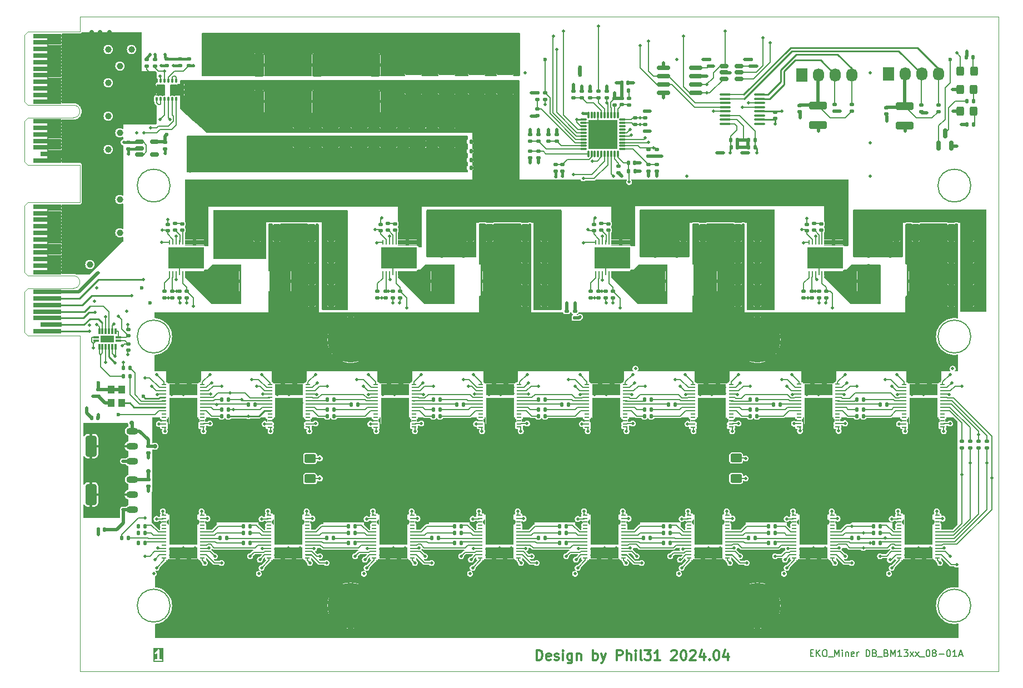
<source format=gbr>
%TF.GenerationSoftware,KiCad,Pcbnew,8.0.1*%
%TF.CreationDate,2024-04-21T01:40:18+02:00*%
%TF.ProjectId,EKO_Miner_BM1366-13xx_16-01A,454b4f5f-4d69-46e6-9572-5f424d313336,rev?*%
%TF.SameCoordinates,Original*%
%TF.FileFunction,Copper,L1,Top*%
%TF.FilePolarity,Positive*%
%FSLAX46Y46*%
G04 Gerber Fmt 4.6, Leading zero omitted, Abs format (unit mm)*
G04 Created by KiCad (PCBNEW 8.0.1) date 2024-04-21 01:40:18*
%MOMM*%
%LPD*%
G01*
G04 APERTURE LIST*
G04 Aperture macros list*
%AMRoundRect*
0 Rectangle with rounded corners*
0 $1 Rounding radius*
0 $2 $3 $4 $5 $6 $7 $8 $9 X,Y pos of 4 corners*
0 Add a 4 corners polygon primitive as box body*
4,1,4,$2,$3,$4,$5,$6,$7,$8,$9,$2,$3,0*
0 Add four circle primitives for the rounded corners*
1,1,$1+$1,$2,$3*
1,1,$1+$1,$4,$5*
1,1,$1+$1,$6,$7*
1,1,$1+$1,$8,$9*
0 Add four rect primitives between the rounded corners*
20,1,$1+$1,$2,$3,$4,$5,0*
20,1,$1+$1,$4,$5,$6,$7,0*
20,1,$1+$1,$6,$7,$8,$9,0*
20,1,$1+$1,$8,$9,$2,$3,0*%
G04 Aperture macros list end*
%TA.AperFunction,Conductor*%
%ADD10C,0.200000*%
%TD*%
%TA.AperFunction,NonConductor*%
%ADD11C,0.200000*%
%TD*%
%ADD12C,0.300000*%
%TA.AperFunction,NonConductor*%
%ADD13C,0.300000*%
%TD*%
%ADD14C,0.150000*%
%TA.AperFunction,NonConductor*%
%ADD15C,0.150000*%
%TD*%
%TA.AperFunction,EtchedComponent*%
%ADD16C,0.000000*%
%TD*%
%TA.AperFunction,SMDPad,CuDef*%
%ADD17RoundRect,0.135000X0.135000X0.185000X-0.135000X0.185000X-0.135000X-0.185000X0.135000X-0.185000X0*%
%TD*%
%TA.AperFunction,SMDPad,CuDef*%
%ADD18RoundRect,0.135000X-0.135000X-0.185000X0.135000X-0.185000X0.135000X0.185000X-0.135000X0.185000X0*%
%TD*%
%TA.AperFunction,SMDPad,CuDef*%
%ADD19R,0.249999X0.700001*%
%TD*%
%TA.AperFunction,SMDPad,CuDef*%
%ADD20R,0.249998X1.100000*%
%TD*%
%TA.AperFunction,ComponentPad*%
%ADD21C,0.499999*%
%TD*%
%TA.AperFunction,SMDPad,CuDef*%
%ADD22R,5.400000X3.300001*%
%TD*%
%TA.AperFunction,SMDPad,CuDef*%
%ADD23R,2.849999X0.800001*%
%TD*%
%TA.AperFunction,SMDPad,CuDef*%
%ADD24RoundRect,0.250000X-1.100000X0.325000X-1.100000X-0.325000X1.100000X-0.325000X1.100000X0.325000X0*%
%TD*%
%TA.AperFunction,SMDPad,CuDef*%
%ADD25RoundRect,0.140000X0.170000X-0.140000X0.170000X0.140000X-0.170000X0.140000X-0.170000X-0.140000X0*%
%TD*%
%TA.AperFunction,SMDPad,CuDef*%
%ADD26RoundRect,0.140000X0.140000X0.170000X-0.140000X0.170000X-0.140000X-0.170000X0.140000X-0.170000X0*%
%TD*%
%TA.AperFunction,SMDPad,CuDef*%
%ADD27RoundRect,0.135000X0.185000X-0.135000X0.185000X0.135000X-0.185000X0.135000X-0.185000X-0.135000X0*%
%TD*%
%TA.AperFunction,SMDPad,CuDef*%
%ADD28RoundRect,0.250000X0.325000X1.100000X-0.325000X1.100000X-0.325000X-1.100000X0.325000X-1.100000X0*%
%TD*%
%TA.AperFunction,SMDPad,CuDef*%
%ADD29RoundRect,0.250000X-0.325000X-1.100000X0.325000X-1.100000X0.325000X1.100000X-0.325000X1.100000X0*%
%TD*%
%TA.AperFunction,SMDPad,CuDef*%
%ADD30R,0.792000X0.221000*%
%TD*%
%TA.AperFunction,SMDPad,CuDef*%
%ADD31R,4.277000X1.810000*%
%TD*%
%TA.AperFunction,SMDPad,CuDef*%
%ADD32R,4.277000X4.530000*%
%TD*%
%TA.AperFunction,SMDPad,CuDef*%
%ADD33RoundRect,0.250000X0.550000X-1.500000X0.550000X1.500000X-0.550000X1.500000X-0.550000X-1.500000X0*%
%TD*%
%TA.AperFunction,SMDPad,CuDef*%
%ADD34RoundRect,0.135000X-0.185000X0.135000X-0.185000X-0.135000X0.185000X-0.135000X0.185000X0.135000X0*%
%TD*%
%TA.AperFunction,SMDPad,CuDef*%
%ADD35RoundRect,0.140000X-0.140000X-0.170000X0.140000X-0.170000X0.140000X0.170000X-0.140000X0.170000X0*%
%TD*%
%TA.AperFunction,SMDPad,CuDef*%
%ADD36RoundRect,0.140000X-0.170000X0.140000X-0.170000X-0.140000X0.170000X-0.140000X0.170000X0.140000X0*%
%TD*%
%TA.AperFunction,SMDPad,CuDef*%
%ADD37RoundRect,0.250000X0.625000X-0.400000X0.625000X0.400000X-0.625000X0.400000X-0.625000X-0.400000X0*%
%TD*%
%TA.AperFunction,SMDPad,CuDef*%
%ADD38RoundRect,0.150000X-0.825000X-0.150000X0.825000X-0.150000X0.825000X0.150000X-0.825000X0.150000X0*%
%TD*%
%TA.AperFunction,SMDPad,CuDef*%
%ADD39R,3.300000X3.050000*%
%TD*%
%TA.AperFunction,SMDPad,CuDef*%
%ADD40R,1.100000X1.300000*%
%TD*%
%TA.AperFunction,ConnectorPad*%
%ADD41R,4.300000X0.700000*%
%TD*%
%TA.AperFunction,ConnectorPad*%
%ADD42R,3.200000X0.700000*%
%TD*%
%TA.AperFunction,SMDPad,CuDef*%
%ADD43R,0.300000X0.600000*%
%TD*%
%TA.AperFunction,SMDPad,CuDef*%
%ADD44RoundRect,0.075000X0.075000X-0.225000X0.075000X0.225000X-0.075000X0.225000X-0.075000X-0.225000X0*%
%TD*%
%TA.AperFunction,SMDPad,CuDef*%
%ADD45RoundRect,0.075000X0.474999X0.075000X-0.474999X0.075000X-0.474999X-0.075000X0.474999X-0.075000X0*%
%TD*%
%TA.AperFunction,SMDPad,CuDef*%
%ADD46RoundRect,0.181250X-0.181250X0.618750X-0.181250X-0.618750X0.181250X-0.618750X0.181250X0.618750X0*%
%TD*%
%TA.AperFunction,SMDPad,CuDef*%
%ADD47RoundRect,0.075000X-0.474999X-0.075000X0.474999X-0.075000X0.474999X0.075000X-0.474999X0.075000X0*%
%TD*%
%TA.AperFunction,SMDPad,CuDef*%
%ADD48RoundRect,0.181250X0.181250X-0.618750X0.181250X0.618750X-0.181250X0.618750X-0.181250X-0.618750X0*%
%TD*%
%TA.AperFunction,SMDPad,CuDef*%
%ADD49RoundRect,0.250000X1.100000X-0.325000X1.100000X0.325000X-1.100000X0.325000X-1.100000X-0.325000X0*%
%TD*%
%TA.AperFunction,SMDPad,CuDef*%
%ADD50C,0.500000*%
%TD*%
%TA.AperFunction,ComponentPad*%
%ADD51R,1.730000X2.030000*%
%TD*%
%TA.AperFunction,ComponentPad*%
%ADD52O,1.730000X2.030000*%
%TD*%
%TA.AperFunction,SMDPad,CuDef*%
%ADD53RoundRect,0.250000X0.325000X0.450000X-0.325000X0.450000X-0.325000X-0.450000X0.325000X-0.450000X0*%
%TD*%
%TA.AperFunction,SMDPad,CuDef*%
%ADD54RoundRect,0.422400X0.457600X-0.057600X0.457600X0.057600X-0.457600X0.057600X-0.457600X-0.057600X0*%
%TD*%
%TA.AperFunction,SMDPad,CuDef*%
%ADD55RoundRect,0.457600X0.422400X-1.172400X0.422400X1.172400X-0.422400X1.172400X-0.422400X-1.172400X0*%
%TD*%
%TA.AperFunction,SMDPad,CuDef*%
%ADD56RoundRect,0.150000X-0.512500X-0.150000X0.512500X-0.150000X0.512500X0.150000X-0.512500X0.150000X0*%
%TD*%
%TA.AperFunction,ComponentPad*%
%ADD57C,0.600000*%
%TD*%
%TA.AperFunction,SMDPad,CuDef*%
%ADD58RoundRect,0.007800X0.437200X0.122200X-0.437200X0.122200X-0.437200X-0.122200X0.437200X-0.122200X0*%
%TD*%
%TA.AperFunction,SMDPad,CuDef*%
%ADD59RoundRect,0.007800X-0.122200X0.437200X-0.122200X-0.437200X0.122200X-0.437200X0.122200X0.437200X0*%
%TD*%
%TA.AperFunction,SMDPad,CuDef*%
%ADD60R,4.500000X4.500000*%
%TD*%
%TA.AperFunction,SMDPad,CuDef*%
%ADD61RoundRect,0.100000X-0.712500X-0.100000X0.712500X-0.100000X0.712500X0.100000X-0.712500X0.100000X0*%
%TD*%
%TA.AperFunction,SMDPad,CuDef*%
%ADD62RoundRect,0.028600X-0.401400X0.101400X-0.401400X-0.101400X0.401400X-0.101400X0.401400X0.101400X0*%
%TD*%
%TA.AperFunction,SMDPad,CuDef*%
%ADD63RoundRect,0.007800X-0.122200X0.422200X-0.122200X-0.422200X0.122200X-0.422200X0.122200X0.422200X0*%
%TD*%
%TA.AperFunction,ComponentPad*%
%ADD64C,0.500000*%
%TD*%
%TA.AperFunction,SMDPad,CuDef*%
%ADD65R,2.000000X1.000000*%
%TD*%
%TA.AperFunction,SMDPad,CuDef*%
%ADD66RoundRect,0.150000X0.150000X-0.587500X0.150000X0.587500X-0.150000X0.587500X-0.150000X-0.587500X0*%
%TD*%
%TA.AperFunction,ComponentPad*%
%ADD67C,7.000000*%
%TD*%
%TA.AperFunction,ViaPad*%
%ADD68C,0.700000*%
%TD*%
%TA.AperFunction,ViaPad*%
%ADD69C,0.500000*%
%TD*%
%TA.AperFunction,ViaPad*%
%ADD70C,1.000000*%
%TD*%
%TA.AperFunction,ViaPad*%
%ADD71C,0.600000*%
%TD*%
%TA.AperFunction,Conductor*%
%ADD72C,0.400000*%
%TD*%
%TA.AperFunction,Conductor*%
%ADD73C,0.500000*%
%TD*%
%TA.AperFunction,Conductor*%
%ADD74C,0.250000*%
%TD*%
%TA.AperFunction,Profile*%
%ADD75C,0.100000*%
%TD*%
G04 APERTURE END LIST*
D10*
%TO.N,Net-(U22-SW)*%
X88500000Y-74000000D02*
G75*
G02*
X83500000Y-74000000I-2500000J0D01*
G01*
X83500000Y-74000000D02*
G75*
G02*
X88500000Y-74000000I2500000J0D01*
G01*
D11*
X210500000Y-74000000D02*
G75*
G02*
X205500000Y-74000000I-2500000J0D01*
G01*
X205500000Y-74000000D02*
G75*
G02*
X210500000Y-74000000I2500000J0D01*
G01*
X210500000Y-51000000D02*
G75*
G02*
X205500000Y-51000000I-2500000J0D01*
G01*
X205500000Y-51000000D02*
G75*
G02*
X210500000Y-51000000I2500000J0D01*
G01*
X88500000Y-51000000D02*
G75*
G02*
X83500000Y-51000000I-2500000J0D01*
G01*
X83500000Y-51000000D02*
G75*
G02*
X88500000Y-51000000I2500000J0D01*
G01*
X210500000Y-115000000D02*
G75*
G02*
X205500000Y-115000000I-2500000J0D01*
G01*
X205500000Y-115000000D02*
G75*
G02*
X210500000Y-115000000I2500000J0D01*
G01*
X88500000Y-115000000D02*
G75*
G02*
X83500000Y-115000000I-2500000J0D01*
G01*
X83500000Y-115000000D02*
G75*
G02*
X88500000Y-115000000I2500000J0D01*
G01*
D12*
D13*
X144392510Y-123276828D02*
X144392510Y-121776828D01*
X144392510Y-121776828D02*
X144749653Y-121776828D01*
X144749653Y-121776828D02*
X144963939Y-121848257D01*
X144963939Y-121848257D02*
X145106796Y-121991114D01*
X145106796Y-121991114D02*
X145178225Y-122133971D01*
X145178225Y-122133971D02*
X145249653Y-122419685D01*
X145249653Y-122419685D02*
X145249653Y-122633971D01*
X145249653Y-122633971D02*
X145178225Y-122919685D01*
X145178225Y-122919685D02*
X145106796Y-123062542D01*
X145106796Y-123062542D02*
X144963939Y-123205400D01*
X144963939Y-123205400D02*
X144749653Y-123276828D01*
X144749653Y-123276828D02*
X144392510Y-123276828D01*
X146463939Y-123205400D02*
X146321082Y-123276828D01*
X146321082Y-123276828D02*
X146035368Y-123276828D01*
X146035368Y-123276828D02*
X145892510Y-123205400D01*
X145892510Y-123205400D02*
X145821082Y-123062542D01*
X145821082Y-123062542D02*
X145821082Y-122491114D01*
X145821082Y-122491114D02*
X145892510Y-122348257D01*
X145892510Y-122348257D02*
X146035368Y-122276828D01*
X146035368Y-122276828D02*
X146321082Y-122276828D01*
X146321082Y-122276828D02*
X146463939Y-122348257D01*
X146463939Y-122348257D02*
X146535368Y-122491114D01*
X146535368Y-122491114D02*
X146535368Y-122633971D01*
X146535368Y-122633971D02*
X145821082Y-122776828D01*
X147106796Y-123205400D02*
X147249653Y-123276828D01*
X147249653Y-123276828D02*
X147535367Y-123276828D01*
X147535367Y-123276828D02*
X147678224Y-123205400D01*
X147678224Y-123205400D02*
X147749653Y-123062542D01*
X147749653Y-123062542D02*
X147749653Y-122991114D01*
X147749653Y-122991114D02*
X147678224Y-122848257D01*
X147678224Y-122848257D02*
X147535367Y-122776828D01*
X147535367Y-122776828D02*
X147321082Y-122776828D01*
X147321082Y-122776828D02*
X147178224Y-122705400D01*
X147178224Y-122705400D02*
X147106796Y-122562542D01*
X147106796Y-122562542D02*
X147106796Y-122491114D01*
X147106796Y-122491114D02*
X147178224Y-122348257D01*
X147178224Y-122348257D02*
X147321082Y-122276828D01*
X147321082Y-122276828D02*
X147535367Y-122276828D01*
X147535367Y-122276828D02*
X147678224Y-122348257D01*
X148392510Y-123276828D02*
X148392510Y-122276828D01*
X148392510Y-121776828D02*
X148321082Y-121848257D01*
X148321082Y-121848257D02*
X148392510Y-121919685D01*
X148392510Y-121919685D02*
X148463939Y-121848257D01*
X148463939Y-121848257D02*
X148392510Y-121776828D01*
X148392510Y-121776828D02*
X148392510Y-121919685D01*
X149749654Y-122276828D02*
X149749654Y-123491114D01*
X149749654Y-123491114D02*
X149678225Y-123633971D01*
X149678225Y-123633971D02*
X149606796Y-123705400D01*
X149606796Y-123705400D02*
X149463939Y-123776828D01*
X149463939Y-123776828D02*
X149249654Y-123776828D01*
X149249654Y-123776828D02*
X149106796Y-123705400D01*
X149749654Y-123205400D02*
X149606796Y-123276828D01*
X149606796Y-123276828D02*
X149321082Y-123276828D01*
X149321082Y-123276828D02*
X149178225Y-123205400D01*
X149178225Y-123205400D02*
X149106796Y-123133971D01*
X149106796Y-123133971D02*
X149035368Y-122991114D01*
X149035368Y-122991114D02*
X149035368Y-122562542D01*
X149035368Y-122562542D02*
X149106796Y-122419685D01*
X149106796Y-122419685D02*
X149178225Y-122348257D01*
X149178225Y-122348257D02*
X149321082Y-122276828D01*
X149321082Y-122276828D02*
X149606796Y-122276828D01*
X149606796Y-122276828D02*
X149749654Y-122348257D01*
X150463939Y-122276828D02*
X150463939Y-123276828D01*
X150463939Y-122419685D02*
X150535368Y-122348257D01*
X150535368Y-122348257D02*
X150678225Y-122276828D01*
X150678225Y-122276828D02*
X150892511Y-122276828D01*
X150892511Y-122276828D02*
X151035368Y-122348257D01*
X151035368Y-122348257D02*
X151106797Y-122491114D01*
X151106797Y-122491114D02*
X151106797Y-123276828D01*
X152963939Y-123276828D02*
X152963939Y-121776828D01*
X152963939Y-122348257D02*
X153106797Y-122276828D01*
X153106797Y-122276828D02*
X153392511Y-122276828D01*
X153392511Y-122276828D02*
X153535368Y-122348257D01*
X153535368Y-122348257D02*
X153606797Y-122419685D01*
X153606797Y-122419685D02*
X153678225Y-122562542D01*
X153678225Y-122562542D02*
X153678225Y-122991114D01*
X153678225Y-122991114D02*
X153606797Y-123133971D01*
X153606797Y-123133971D02*
X153535368Y-123205400D01*
X153535368Y-123205400D02*
X153392511Y-123276828D01*
X153392511Y-123276828D02*
X153106797Y-123276828D01*
X153106797Y-123276828D02*
X152963939Y-123205400D01*
X154178225Y-122276828D02*
X154535368Y-123276828D01*
X154892511Y-122276828D02*
X154535368Y-123276828D01*
X154535368Y-123276828D02*
X154392511Y-123633971D01*
X154392511Y-123633971D02*
X154321082Y-123705400D01*
X154321082Y-123705400D02*
X154178225Y-123776828D01*
X156606796Y-123276828D02*
X156606796Y-121776828D01*
X156606796Y-121776828D02*
X157178225Y-121776828D01*
X157178225Y-121776828D02*
X157321082Y-121848257D01*
X157321082Y-121848257D02*
X157392511Y-121919685D01*
X157392511Y-121919685D02*
X157463939Y-122062542D01*
X157463939Y-122062542D02*
X157463939Y-122276828D01*
X157463939Y-122276828D02*
X157392511Y-122419685D01*
X157392511Y-122419685D02*
X157321082Y-122491114D01*
X157321082Y-122491114D02*
X157178225Y-122562542D01*
X157178225Y-122562542D02*
X156606796Y-122562542D01*
X158106796Y-123276828D02*
X158106796Y-121776828D01*
X158749654Y-123276828D02*
X158749654Y-122491114D01*
X158749654Y-122491114D02*
X158678225Y-122348257D01*
X158678225Y-122348257D02*
X158535368Y-122276828D01*
X158535368Y-122276828D02*
X158321082Y-122276828D01*
X158321082Y-122276828D02*
X158178225Y-122348257D01*
X158178225Y-122348257D02*
X158106796Y-122419685D01*
X159463939Y-123276828D02*
X159463939Y-122276828D01*
X159463939Y-121776828D02*
X159392511Y-121848257D01*
X159392511Y-121848257D02*
X159463939Y-121919685D01*
X159463939Y-121919685D02*
X159535368Y-121848257D01*
X159535368Y-121848257D02*
X159463939Y-121776828D01*
X159463939Y-121776828D02*
X159463939Y-121919685D01*
X160392511Y-123276828D02*
X160249654Y-123205400D01*
X160249654Y-123205400D02*
X160178225Y-123062542D01*
X160178225Y-123062542D02*
X160178225Y-121776828D01*
X160821082Y-121776828D02*
X161749654Y-121776828D01*
X161749654Y-121776828D02*
X161249654Y-122348257D01*
X161249654Y-122348257D02*
X161463939Y-122348257D01*
X161463939Y-122348257D02*
X161606797Y-122419685D01*
X161606797Y-122419685D02*
X161678225Y-122491114D01*
X161678225Y-122491114D02*
X161749654Y-122633971D01*
X161749654Y-122633971D02*
X161749654Y-122991114D01*
X161749654Y-122991114D02*
X161678225Y-123133971D01*
X161678225Y-123133971D02*
X161606797Y-123205400D01*
X161606797Y-123205400D02*
X161463939Y-123276828D01*
X161463939Y-123276828D02*
X161035368Y-123276828D01*
X161035368Y-123276828D02*
X160892511Y-123205400D01*
X160892511Y-123205400D02*
X160821082Y-123133971D01*
X163178225Y-123276828D02*
X162321082Y-123276828D01*
X162749653Y-123276828D02*
X162749653Y-121776828D01*
X162749653Y-121776828D02*
X162606796Y-121991114D01*
X162606796Y-121991114D02*
X162463939Y-122133971D01*
X162463939Y-122133971D02*
X162321082Y-122205400D01*
X164892510Y-121919685D02*
X164963938Y-121848257D01*
X164963938Y-121848257D02*
X165106796Y-121776828D01*
X165106796Y-121776828D02*
X165463938Y-121776828D01*
X165463938Y-121776828D02*
X165606796Y-121848257D01*
X165606796Y-121848257D02*
X165678224Y-121919685D01*
X165678224Y-121919685D02*
X165749653Y-122062542D01*
X165749653Y-122062542D02*
X165749653Y-122205400D01*
X165749653Y-122205400D02*
X165678224Y-122419685D01*
X165678224Y-122419685D02*
X164821081Y-123276828D01*
X164821081Y-123276828D02*
X165749653Y-123276828D01*
X166678224Y-121776828D02*
X166821081Y-121776828D01*
X166821081Y-121776828D02*
X166963938Y-121848257D01*
X166963938Y-121848257D02*
X167035367Y-121919685D01*
X167035367Y-121919685D02*
X167106795Y-122062542D01*
X167106795Y-122062542D02*
X167178224Y-122348257D01*
X167178224Y-122348257D02*
X167178224Y-122705400D01*
X167178224Y-122705400D02*
X167106795Y-122991114D01*
X167106795Y-122991114D02*
X167035367Y-123133971D01*
X167035367Y-123133971D02*
X166963938Y-123205400D01*
X166963938Y-123205400D02*
X166821081Y-123276828D01*
X166821081Y-123276828D02*
X166678224Y-123276828D01*
X166678224Y-123276828D02*
X166535367Y-123205400D01*
X166535367Y-123205400D02*
X166463938Y-123133971D01*
X166463938Y-123133971D02*
X166392509Y-122991114D01*
X166392509Y-122991114D02*
X166321081Y-122705400D01*
X166321081Y-122705400D02*
X166321081Y-122348257D01*
X166321081Y-122348257D02*
X166392509Y-122062542D01*
X166392509Y-122062542D02*
X166463938Y-121919685D01*
X166463938Y-121919685D02*
X166535367Y-121848257D01*
X166535367Y-121848257D02*
X166678224Y-121776828D01*
X167749652Y-121919685D02*
X167821080Y-121848257D01*
X167821080Y-121848257D02*
X167963938Y-121776828D01*
X167963938Y-121776828D02*
X168321080Y-121776828D01*
X168321080Y-121776828D02*
X168463938Y-121848257D01*
X168463938Y-121848257D02*
X168535366Y-121919685D01*
X168535366Y-121919685D02*
X168606795Y-122062542D01*
X168606795Y-122062542D02*
X168606795Y-122205400D01*
X168606795Y-122205400D02*
X168535366Y-122419685D01*
X168535366Y-122419685D02*
X167678223Y-123276828D01*
X167678223Y-123276828D02*
X168606795Y-123276828D01*
X169892509Y-122276828D02*
X169892509Y-123276828D01*
X169535366Y-121705400D02*
X169178223Y-122776828D01*
X169178223Y-122776828D02*
X170106794Y-122776828D01*
X170678222Y-123133971D02*
X170749651Y-123205400D01*
X170749651Y-123205400D02*
X170678222Y-123276828D01*
X170678222Y-123276828D02*
X170606794Y-123205400D01*
X170606794Y-123205400D02*
X170678222Y-123133971D01*
X170678222Y-123133971D02*
X170678222Y-123276828D01*
X171678223Y-121776828D02*
X171821080Y-121776828D01*
X171821080Y-121776828D02*
X171963937Y-121848257D01*
X171963937Y-121848257D02*
X172035366Y-121919685D01*
X172035366Y-121919685D02*
X172106794Y-122062542D01*
X172106794Y-122062542D02*
X172178223Y-122348257D01*
X172178223Y-122348257D02*
X172178223Y-122705400D01*
X172178223Y-122705400D02*
X172106794Y-122991114D01*
X172106794Y-122991114D02*
X172035366Y-123133971D01*
X172035366Y-123133971D02*
X171963937Y-123205400D01*
X171963937Y-123205400D02*
X171821080Y-123276828D01*
X171821080Y-123276828D02*
X171678223Y-123276828D01*
X171678223Y-123276828D02*
X171535366Y-123205400D01*
X171535366Y-123205400D02*
X171463937Y-123133971D01*
X171463937Y-123133971D02*
X171392508Y-122991114D01*
X171392508Y-122991114D02*
X171321080Y-122705400D01*
X171321080Y-122705400D02*
X171321080Y-122348257D01*
X171321080Y-122348257D02*
X171392508Y-122062542D01*
X171392508Y-122062542D02*
X171463937Y-121919685D01*
X171463937Y-121919685D02*
X171535366Y-121848257D01*
X171535366Y-121848257D02*
X171678223Y-121776828D01*
X173463937Y-122276828D02*
X173463937Y-123276828D01*
X173106794Y-121705400D02*
X172749651Y-122776828D01*
X172749651Y-122776828D02*
X173678222Y-122776828D01*
D12*
G36*
X87475670Y-123593495D02*
G01*
X85989253Y-123593495D01*
X85989253Y-122186639D01*
X86155920Y-122186639D01*
X86160069Y-122245019D01*
X86186243Y-122297368D01*
X86230458Y-122335715D01*
X86285981Y-122354222D01*
X86344361Y-122350073D01*
X86371824Y-122339564D01*
X86514366Y-122265554D01*
X86530934Y-122258692D01*
X86536704Y-122253956D01*
X86539567Y-122252470D01*
X86542163Y-122249476D01*
X86553665Y-122240037D01*
X86584127Y-122208806D01*
X86585860Y-123128700D01*
X86275478Y-123129710D01*
X86221406Y-123152108D01*
X86180022Y-123193492D01*
X86157624Y-123247564D01*
X86157624Y-123306092D01*
X86180022Y-123360164D01*
X86221406Y-123401548D01*
X86275478Y-123423946D01*
X86304742Y-123426828D01*
X87191149Y-123423946D01*
X87245221Y-123401548D01*
X87286605Y-123360164D01*
X87309003Y-123306092D01*
X87309003Y-123247564D01*
X87286605Y-123193492D01*
X87245221Y-123152108D01*
X87191149Y-123129710D01*
X87161885Y-123126828D01*
X86883032Y-123127734D01*
X86880512Y-121790827D01*
X86883313Y-121776670D01*
X86880458Y-121762400D01*
X86880431Y-121747564D01*
X86874747Y-121733843D01*
X86871835Y-121719281D01*
X86863656Y-121707068D01*
X86858033Y-121693492D01*
X86847534Y-121682993D01*
X86839269Y-121670651D01*
X86827038Y-121662497D01*
X86816649Y-121652108D01*
X86802930Y-121646425D01*
X86790570Y-121638185D01*
X86776151Y-121635332D01*
X86762577Y-121629710D01*
X86747726Y-121629710D01*
X86733156Y-121626828D01*
X86718746Y-121629710D01*
X86704049Y-121629710D01*
X86690327Y-121635393D01*
X86675766Y-121638306D01*
X86663553Y-121646484D01*
X86649977Y-121652108D01*
X86639478Y-121662606D01*
X86627136Y-121670872D01*
X86608704Y-121693380D01*
X86608593Y-121693492D01*
X86608572Y-121693542D01*
X86608506Y-121693623D01*
X86482154Y-121887339D01*
X86364185Y-122008286D01*
X86212774Y-122086901D01*
X86174427Y-122131116D01*
X86155920Y-122186639D01*
X85989253Y-122186639D01*
X85989253Y-121460161D01*
X87475670Y-121460161D01*
X87475670Y-123593495D01*
G37*
D14*
D15*
X186074779Y-122222009D02*
X186408112Y-122222009D01*
X186550969Y-122745819D02*
X186074779Y-122745819D01*
X186074779Y-122745819D02*
X186074779Y-121745819D01*
X186074779Y-121745819D02*
X186550969Y-121745819D01*
X186979541Y-122745819D02*
X186979541Y-121745819D01*
X187550969Y-122745819D02*
X187122398Y-122174390D01*
X187550969Y-121745819D02*
X186979541Y-122317247D01*
X188170017Y-121745819D02*
X188360493Y-121745819D01*
X188360493Y-121745819D02*
X188455731Y-121793438D01*
X188455731Y-121793438D02*
X188550969Y-121888676D01*
X188550969Y-121888676D02*
X188598588Y-122079152D01*
X188598588Y-122079152D02*
X188598588Y-122412485D01*
X188598588Y-122412485D02*
X188550969Y-122602961D01*
X188550969Y-122602961D02*
X188455731Y-122698200D01*
X188455731Y-122698200D02*
X188360493Y-122745819D01*
X188360493Y-122745819D02*
X188170017Y-122745819D01*
X188170017Y-122745819D02*
X188074779Y-122698200D01*
X188074779Y-122698200D02*
X187979541Y-122602961D01*
X187979541Y-122602961D02*
X187931922Y-122412485D01*
X187931922Y-122412485D02*
X187931922Y-122079152D01*
X187931922Y-122079152D02*
X187979541Y-121888676D01*
X187979541Y-121888676D02*
X188074779Y-121793438D01*
X188074779Y-121793438D02*
X188170017Y-121745819D01*
X188789065Y-122841057D02*
X189550969Y-122841057D01*
X189789065Y-122745819D02*
X189789065Y-121745819D01*
X189789065Y-121745819D02*
X190122398Y-122460104D01*
X190122398Y-122460104D02*
X190455731Y-121745819D01*
X190455731Y-121745819D02*
X190455731Y-122745819D01*
X190931922Y-122745819D02*
X190931922Y-122079152D01*
X190931922Y-121745819D02*
X190884303Y-121793438D01*
X190884303Y-121793438D02*
X190931922Y-121841057D01*
X190931922Y-121841057D02*
X190979541Y-121793438D01*
X190979541Y-121793438D02*
X190931922Y-121745819D01*
X190931922Y-121745819D02*
X190931922Y-121841057D01*
X191408112Y-122079152D02*
X191408112Y-122745819D01*
X191408112Y-122174390D02*
X191455731Y-122126771D01*
X191455731Y-122126771D02*
X191550969Y-122079152D01*
X191550969Y-122079152D02*
X191693826Y-122079152D01*
X191693826Y-122079152D02*
X191789064Y-122126771D01*
X191789064Y-122126771D02*
X191836683Y-122222009D01*
X191836683Y-122222009D02*
X191836683Y-122745819D01*
X192693826Y-122698200D02*
X192598588Y-122745819D01*
X192598588Y-122745819D02*
X192408112Y-122745819D01*
X192408112Y-122745819D02*
X192312874Y-122698200D01*
X192312874Y-122698200D02*
X192265255Y-122602961D01*
X192265255Y-122602961D02*
X192265255Y-122222009D01*
X192265255Y-122222009D02*
X192312874Y-122126771D01*
X192312874Y-122126771D02*
X192408112Y-122079152D01*
X192408112Y-122079152D02*
X192598588Y-122079152D01*
X192598588Y-122079152D02*
X192693826Y-122126771D01*
X192693826Y-122126771D02*
X192741445Y-122222009D01*
X192741445Y-122222009D02*
X192741445Y-122317247D01*
X192741445Y-122317247D02*
X192265255Y-122412485D01*
X193170017Y-122745819D02*
X193170017Y-122079152D01*
X193170017Y-122269628D02*
X193217636Y-122174390D01*
X193217636Y-122174390D02*
X193265255Y-122126771D01*
X193265255Y-122126771D02*
X193360493Y-122079152D01*
X193360493Y-122079152D02*
X193455731Y-122079152D01*
X194550970Y-122745819D02*
X194550970Y-121745819D01*
X194550970Y-121745819D02*
X194789065Y-121745819D01*
X194789065Y-121745819D02*
X194931922Y-121793438D01*
X194931922Y-121793438D02*
X195027160Y-121888676D01*
X195027160Y-121888676D02*
X195074779Y-121983914D01*
X195074779Y-121983914D02*
X195122398Y-122174390D01*
X195122398Y-122174390D02*
X195122398Y-122317247D01*
X195122398Y-122317247D02*
X195074779Y-122507723D01*
X195074779Y-122507723D02*
X195027160Y-122602961D01*
X195027160Y-122602961D02*
X194931922Y-122698200D01*
X194931922Y-122698200D02*
X194789065Y-122745819D01*
X194789065Y-122745819D02*
X194550970Y-122745819D01*
X195884303Y-122222009D02*
X196027160Y-122269628D01*
X196027160Y-122269628D02*
X196074779Y-122317247D01*
X196074779Y-122317247D02*
X196122398Y-122412485D01*
X196122398Y-122412485D02*
X196122398Y-122555342D01*
X196122398Y-122555342D02*
X196074779Y-122650580D01*
X196074779Y-122650580D02*
X196027160Y-122698200D01*
X196027160Y-122698200D02*
X195931922Y-122745819D01*
X195931922Y-122745819D02*
X195550970Y-122745819D01*
X195550970Y-122745819D02*
X195550970Y-121745819D01*
X195550970Y-121745819D02*
X195884303Y-121745819D01*
X195884303Y-121745819D02*
X195979541Y-121793438D01*
X195979541Y-121793438D02*
X196027160Y-121841057D01*
X196027160Y-121841057D02*
X196074779Y-121936295D01*
X196074779Y-121936295D02*
X196074779Y-122031533D01*
X196074779Y-122031533D02*
X196027160Y-122126771D01*
X196027160Y-122126771D02*
X195979541Y-122174390D01*
X195979541Y-122174390D02*
X195884303Y-122222009D01*
X195884303Y-122222009D02*
X195550970Y-122222009D01*
X196312875Y-122841057D02*
X197074779Y-122841057D01*
X197646208Y-122222009D02*
X197789065Y-122269628D01*
X197789065Y-122269628D02*
X197836684Y-122317247D01*
X197836684Y-122317247D02*
X197884303Y-122412485D01*
X197884303Y-122412485D02*
X197884303Y-122555342D01*
X197884303Y-122555342D02*
X197836684Y-122650580D01*
X197836684Y-122650580D02*
X197789065Y-122698200D01*
X197789065Y-122698200D02*
X197693827Y-122745819D01*
X197693827Y-122745819D02*
X197312875Y-122745819D01*
X197312875Y-122745819D02*
X197312875Y-121745819D01*
X197312875Y-121745819D02*
X197646208Y-121745819D01*
X197646208Y-121745819D02*
X197741446Y-121793438D01*
X197741446Y-121793438D02*
X197789065Y-121841057D01*
X197789065Y-121841057D02*
X197836684Y-121936295D01*
X197836684Y-121936295D02*
X197836684Y-122031533D01*
X197836684Y-122031533D02*
X197789065Y-122126771D01*
X197789065Y-122126771D02*
X197741446Y-122174390D01*
X197741446Y-122174390D02*
X197646208Y-122222009D01*
X197646208Y-122222009D02*
X197312875Y-122222009D01*
X198312875Y-122745819D02*
X198312875Y-121745819D01*
X198312875Y-121745819D02*
X198646208Y-122460104D01*
X198646208Y-122460104D02*
X198979541Y-121745819D01*
X198979541Y-121745819D02*
X198979541Y-122745819D01*
X199979541Y-122745819D02*
X199408113Y-122745819D01*
X199693827Y-122745819D02*
X199693827Y-121745819D01*
X199693827Y-121745819D02*
X199598589Y-121888676D01*
X199598589Y-121888676D02*
X199503351Y-121983914D01*
X199503351Y-121983914D02*
X199408113Y-122031533D01*
X200312875Y-121745819D02*
X200931922Y-121745819D01*
X200931922Y-121745819D02*
X200598589Y-122126771D01*
X200598589Y-122126771D02*
X200741446Y-122126771D01*
X200741446Y-122126771D02*
X200836684Y-122174390D01*
X200836684Y-122174390D02*
X200884303Y-122222009D01*
X200884303Y-122222009D02*
X200931922Y-122317247D01*
X200931922Y-122317247D02*
X200931922Y-122555342D01*
X200931922Y-122555342D02*
X200884303Y-122650580D01*
X200884303Y-122650580D02*
X200836684Y-122698200D01*
X200836684Y-122698200D02*
X200741446Y-122745819D01*
X200741446Y-122745819D02*
X200455732Y-122745819D01*
X200455732Y-122745819D02*
X200360494Y-122698200D01*
X200360494Y-122698200D02*
X200312875Y-122650580D01*
X201265256Y-122745819D02*
X201789065Y-122079152D01*
X201265256Y-122079152D02*
X201789065Y-122745819D01*
X202074780Y-122745819D02*
X202598589Y-122079152D01*
X202074780Y-122079152D02*
X202598589Y-122745819D01*
X202741447Y-122841057D02*
X203503351Y-122841057D01*
X203931923Y-121745819D02*
X204027161Y-121745819D01*
X204027161Y-121745819D02*
X204122399Y-121793438D01*
X204122399Y-121793438D02*
X204170018Y-121841057D01*
X204170018Y-121841057D02*
X204217637Y-121936295D01*
X204217637Y-121936295D02*
X204265256Y-122126771D01*
X204265256Y-122126771D02*
X204265256Y-122364866D01*
X204265256Y-122364866D02*
X204217637Y-122555342D01*
X204217637Y-122555342D02*
X204170018Y-122650580D01*
X204170018Y-122650580D02*
X204122399Y-122698200D01*
X204122399Y-122698200D02*
X204027161Y-122745819D01*
X204027161Y-122745819D02*
X203931923Y-122745819D01*
X203931923Y-122745819D02*
X203836685Y-122698200D01*
X203836685Y-122698200D02*
X203789066Y-122650580D01*
X203789066Y-122650580D02*
X203741447Y-122555342D01*
X203741447Y-122555342D02*
X203693828Y-122364866D01*
X203693828Y-122364866D02*
X203693828Y-122126771D01*
X203693828Y-122126771D02*
X203741447Y-121936295D01*
X203741447Y-121936295D02*
X203789066Y-121841057D01*
X203789066Y-121841057D02*
X203836685Y-121793438D01*
X203836685Y-121793438D02*
X203931923Y-121745819D01*
X204836685Y-122174390D02*
X204741447Y-122126771D01*
X204741447Y-122126771D02*
X204693828Y-122079152D01*
X204693828Y-122079152D02*
X204646209Y-121983914D01*
X204646209Y-121983914D02*
X204646209Y-121936295D01*
X204646209Y-121936295D02*
X204693828Y-121841057D01*
X204693828Y-121841057D02*
X204741447Y-121793438D01*
X204741447Y-121793438D02*
X204836685Y-121745819D01*
X204836685Y-121745819D02*
X205027161Y-121745819D01*
X205027161Y-121745819D02*
X205122399Y-121793438D01*
X205122399Y-121793438D02*
X205170018Y-121841057D01*
X205170018Y-121841057D02*
X205217637Y-121936295D01*
X205217637Y-121936295D02*
X205217637Y-121983914D01*
X205217637Y-121983914D02*
X205170018Y-122079152D01*
X205170018Y-122079152D02*
X205122399Y-122126771D01*
X205122399Y-122126771D02*
X205027161Y-122174390D01*
X205027161Y-122174390D02*
X204836685Y-122174390D01*
X204836685Y-122174390D02*
X204741447Y-122222009D01*
X204741447Y-122222009D02*
X204693828Y-122269628D01*
X204693828Y-122269628D02*
X204646209Y-122364866D01*
X204646209Y-122364866D02*
X204646209Y-122555342D01*
X204646209Y-122555342D02*
X204693828Y-122650580D01*
X204693828Y-122650580D02*
X204741447Y-122698200D01*
X204741447Y-122698200D02*
X204836685Y-122745819D01*
X204836685Y-122745819D02*
X205027161Y-122745819D01*
X205027161Y-122745819D02*
X205122399Y-122698200D01*
X205122399Y-122698200D02*
X205170018Y-122650580D01*
X205170018Y-122650580D02*
X205217637Y-122555342D01*
X205217637Y-122555342D02*
X205217637Y-122364866D01*
X205217637Y-122364866D02*
X205170018Y-122269628D01*
X205170018Y-122269628D02*
X205122399Y-122222009D01*
X205122399Y-122222009D02*
X205027161Y-122174390D01*
X205646209Y-122364866D02*
X206408114Y-122364866D01*
X207074780Y-121745819D02*
X207170018Y-121745819D01*
X207170018Y-121745819D02*
X207265256Y-121793438D01*
X207265256Y-121793438D02*
X207312875Y-121841057D01*
X207312875Y-121841057D02*
X207360494Y-121936295D01*
X207360494Y-121936295D02*
X207408113Y-122126771D01*
X207408113Y-122126771D02*
X207408113Y-122364866D01*
X207408113Y-122364866D02*
X207360494Y-122555342D01*
X207360494Y-122555342D02*
X207312875Y-122650580D01*
X207312875Y-122650580D02*
X207265256Y-122698200D01*
X207265256Y-122698200D02*
X207170018Y-122745819D01*
X207170018Y-122745819D02*
X207074780Y-122745819D01*
X207074780Y-122745819D02*
X206979542Y-122698200D01*
X206979542Y-122698200D02*
X206931923Y-122650580D01*
X206931923Y-122650580D02*
X206884304Y-122555342D01*
X206884304Y-122555342D02*
X206836685Y-122364866D01*
X206836685Y-122364866D02*
X206836685Y-122126771D01*
X206836685Y-122126771D02*
X206884304Y-121936295D01*
X206884304Y-121936295D02*
X206931923Y-121841057D01*
X206931923Y-121841057D02*
X206979542Y-121793438D01*
X206979542Y-121793438D02*
X207074780Y-121745819D01*
X208360494Y-122745819D02*
X207789066Y-122745819D01*
X208074780Y-122745819D02*
X208074780Y-121745819D01*
X208074780Y-121745819D02*
X207979542Y-121888676D01*
X207979542Y-121888676D02*
X207884304Y-121983914D01*
X207884304Y-121983914D02*
X207789066Y-122031533D01*
X208741447Y-122460104D02*
X209217637Y-122460104D01*
X208646209Y-122745819D02*
X208979542Y-121745819D01*
X208979542Y-121745819D02*
X209312875Y-122745819D01*
D16*
%TA.AperFunction,EtchedComponent*%
%TD*%
%TO.C,NT1*%
G36*
X176596000Y-46256000D02*
G01*
X175596000Y-46256000D01*
X175596000Y-45756000D01*
X176596000Y-45756000D01*
X176596000Y-46256000D01*
G37*
%TD.AperFunction*%
%TA.AperFunction,EtchedComponent*%
%TO.C,NT2*%
G36*
X172786000Y-46256000D02*
G01*
X171786000Y-46256000D01*
X171786000Y-45756000D01*
X172786000Y-45756000D01*
X172786000Y-46256000D01*
G37*
%TD.AperFunction*%
%TA.AperFunction,EtchedComponent*%
%TO.C,T1*%
G36*
X151250000Y-34160000D02*
G01*
X150650000Y-34160000D01*
X150650000Y-32960000D01*
X151250000Y-32960000D01*
X151250000Y-34160000D01*
G37*
%TD.AperFunction*%
%TD*%
D17*
%TO.P,R99,1*%
%TO.N,Net-(U30-CLKO)*%
X164668000Y-103918000D03*
%TO.P,R99,2*%
%TO.N,/ASICs/ASICs_BM1366_2/CLKO3*%
X163648000Y-103918000D03*
%TD*%
D18*
%TO.P,R10,1*%
%TO.N,Net-(U10-CLKO)*%
X193111475Y-85102000D03*
%TO.P,R10,2*%
%TO.N,/ASICs/ASICs_BM1366_1/CLKO7*%
X194131475Y-85102000D03*
%TD*%
D19*
%TO.P,U19,1,IOUT*%
%TO.N,Net-(U19-IOUT)*%
X88449370Y-64350000D03*
%TO.P,U19,2,REFIN*%
%TO.N,VREF*%
X88949496Y-64350000D03*
%TO.P,U19,3,ENABLE*%
%TO.N,/EN_DRV*%
X89449622Y-64350000D03*
D20*
%TO.P,U19,4,PGND*%
%TO.N,GND*%
X89949748Y-64150000D03*
D21*
X89630000Y-63300000D03*
X90950000Y-63300000D03*
X92270000Y-63300000D03*
X88550000Y-62000000D03*
D22*
X90950000Y-62000000D03*
D21*
X89630000Y-61999997D03*
X90950000Y-61999997D03*
X93350000Y-61999997D03*
X92270000Y-61999995D03*
X89630000Y-60700000D03*
X90950000Y-60700000D03*
X92270000Y-60700000D03*
D19*
%TO.P,U19,5,VDD*%
%TO.N,+5V_PSU*%
X90449874Y-64350000D03*
D23*
%TO.P,U19,6,SW*%
%TO.N,Net-(U19-SW)*%
X92200000Y-64350000D03*
%TO.P,U19,7,VIN*%
%TO.N,/PSU_160A/VIN*%
X92200000Y-59650000D03*
D19*
%TO.P,U19,8,BOOTR*%
%TO.N,Net-(U19-BOOTR)*%
X90449874Y-59650000D03*
%TO.P,U19,9,BOOT*%
%TO.N,Net-(U19-BOOT)*%
X89949748Y-59650000D03*
%TO.P,U19,10,FCCM*%
%TO.N,/PSU_160A/FFCM*%
X89449622Y-59650000D03*
%TO.P,U19,11,TAO_FAULT*%
%TO.N,/PSU_160A/TSEN*%
X88949496Y-59650000D03*
%TO.P,U19,12,PWM*%
%TO.N,/PSU_160A/PWM4*%
X88449370Y-59650000D03*
%TD*%
D24*
%TO.P,C151,1*%
%TO.N,+12V_PWR*%
X200450000Y-38925000D03*
%TO.P,C151,2*%
%TO.N,GND*%
X200450000Y-41875000D03*
%TD*%
D25*
%TO.P,C195,1*%
%TO.N,/PSU_160A/TSEN*%
X120616666Y-57880000D03*
%TO.P,C195,2*%
%TO.N,GND*%
X120616666Y-56920000D03*
%TD*%
D17*
%TO.P,R78,1*%
%TO.N,Net-(U25-BO)*%
X100660000Y-105441999D03*
%TO.P,R78,2*%
%TO.N,/ASICs/ASICs_BM1366_2/BO7*%
X99640000Y-105441999D03*
%TD*%
D26*
%TO.P,C174,1*%
%TO.N,/PSU_160A/VIN*%
X134412000Y-44300000D03*
%TO.P,C174,2*%
%TO.N,GND*%
X133452000Y-44300000D03*
%TD*%
D27*
%TO.P,R49,1*%
%TO.N,Net-(U18-SLEW_MODE)*%
X146124000Y-44230000D03*
%TO.P,R49,2*%
%TO.N,GNDA*%
X146124000Y-43210000D03*
%TD*%
D28*
%TO.P,C189,1*%
%TO.N,VPWR_ASIC*%
X104725000Y-58200000D03*
%TO.P,C189,2*%
%TO.N,GND*%
X101775000Y-58200000D03*
%TD*%
D29*
%TO.P,C211,1*%
%TO.N,VPWR_ASIC*%
X175038332Y-68104000D03*
%TO.P,C211,2*%
%TO.N,GND*%
X177988332Y-68104000D03*
%TD*%
D18*
%TO.P,R27,1*%
%TO.N,Net-(U14-CO)*%
X112448857Y-86138000D03*
%TO.P,R27,2*%
%TO.N,/ASICs/ASICs_BM1366_1/CO2*%
X113468857Y-86138000D03*
%TD*%
D25*
%TO.P,C160,1*%
%TO.N,Net-(U18-V12)*%
X151204000Y-37596000D03*
%TO.P,C160,2*%
%TO.N,GND*%
X151204000Y-36636000D03*
%TD*%
D30*
%TO.P,U29,1,VDD1_0*%
%TO.N,/ASICs/ASICs_BM1366_2/BM1366-1/VDD1_0*%
X189426000Y-107761000D03*
%TO.P,U29,2,VDD2_0*%
%TO.N,/ASICs/ASICs_BM1366_2/BM1366-1/VDD2_0*%
X189426000Y-107259000D03*
%TO.P,U29,3,VDD3_0*%
%TO.N,/ASICs/ASICs_BM1366_2/BM1366-1/VDD3_0*%
X189426000Y-106757000D03*
%TO.P,U29,4,VSS*%
%TO.N,GND*%
X189426000Y-106255000D03*
%TO.P,U29,5,NRSTI*%
%TO.N,/ASICs/ASICs_BM1366_2/RSTO1*%
X189426000Y-105753000D03*
%TO.P,U29,6,BI*%
%TO.N,/ASICs/ASICs_BM1366_2/BO1*%
X189426000Y-105251000D03*
%TO.P,U29,7,RO*%
%TO.N,Net-(U29-RO)*%
X189426000Y-104749000D03*
%TO.P,U29,8,CLKI*%
%TO.N,/ASICs/ASICs_BM1366_2/CLKO1*%
X189426000Y-104247000D03*
%TO.P,U29,9,CI*%
%TO.N,/ASICs/ASICs_BM1366_2/CO1*%
X189426000Y-103745000D03*
%TO.P,U29,10,ADDR0*%
%TO.N,unconnected-(U29-ADDR0-Pad10)*%
X189426000Y-103243000D03*
%TO.P,U29,11,ADDR1*%
%TO.N,unconnected-(U29-ADDR1-Pad11)*%
X189426000Y-102741000D03*
%TO.P,U29,12,PLL_VSS*%
%TO.N,GND*%
X189426000Y-102239000D03*
%TO.P,U29,13,VDDIO_08_0*%
%TO.N,+0.8V*%
X189426000Y-101737000D03*
%TO.P,U29,14,VDDIO_18_0*%
%TO.N,+1.8V*%
X189426000Y-101235000D03*
%TO.P,U29,15,VDDIO_18_1*%
X183594000Y-101248000D03*
%TO.P,U29,16,VDDIO_08_1*%
%TO.N,+0.8V*%
X183594000Y-101748000D03*
%TO.P,U29,17,VSS*%
%TO.N,GND*%
X183594000Y-102248000D03*
%TO.P,U29,18,PIN_MODE*%
%TO.N,/ASICs/ASICs_BM1366_2/BM1366-1/PIN_MODE*%
X183594000Y-102748000D03*
%TO.P,U29,19,INV_CLKO*%
%TO.N,unconnected-(U29-INV_CLKO-Pad19)*%
X183594000Y-103248000D03*
%TO.P,U29,20,CO*%
%TO.N,Net-(U29-CO)*%
X183594000Y-103745000D03*
%TO.P,U29,21,CLKO*%
%TO.N,Net-(U29-CLKO)*%
X183594000Y-104248000D03*
%TO.P,U29,22,RI*%
%TO.N,/ASICs/ASICs_BM1366_2/RI02*%
X183594000Y-104749000D03*
%TO.P,U29,23,BO*%
%TO.N,Net-(U29-BO)*%
X183594000Y-105251000D03*
%TO.P,U29,24,NRSTO*%
%TO.N,/ASICs/ASICs_BM1366_2/RSTO2*%
X183594000Y-105753000D03*
%TO.P,U29,25,VSS*%
%TO.N,GND*%
X183594000Y-106255000D03*
%TO.P,U29,26,VDD3_1*%
%TO.N,/ASICs/ASICs_BM1366_2/BM1366-1/VDD3_1*%
X183594000Y-106748000D03*
%TO.P,U29,27,VDD2_1*%
%TO.N,/ASICs/ASICs_BM1366_2/BM1366-1/VDD2_1*%
X183594000Y-107259000D03*
%TO.P,U29,28,VDD1_1*%
%TO.N,/ASICs/ASICs_BM1366_2/BM1366-1/VDD1_1*%
X183594000Y-107748000D03*
D31*
%TO.P,U29,29,VDD*%
%TO.N,VPWR_ASIC*%
X186510000Y-106966000D03*
D32*
%TO.P,U29,30,VSS*%
%TO.N,GND*%
X186510000Y-103390000D03*
%TD*%
D33*
%TO.P,C157,1*%
%TO.N,/PSU_160A/VIN*%
X110900000Y-38200000D03*
%TO.P,C157,2*%
%TO.N,GND*%
X110900000Y-32600000D03*
%TD*%
D25*
%TO.P,C205,1*%
%TO.N,/PSU_160A/TSEN*%
X153083332Y-57880000D03*
%TO.P,C205,2*%
%TO.N,GND*%
X153083332Y-56920000D03*
%TD*%
D34*
%TO.P,R74,1*%
%TO.N,VREF*%
X186250000Y-67090000D03*
%TO.P,R74,2*%
%TO.N,/PSU_160A/CSP1*%
X186250000Y-68110000D03*
%TD*%
%TO.P,R62,1*%
%TO.N,Net-(U18-IMON)*%
X161364000Y-45496000D03*
%TO.P,R62,2*%
%TO.N,GNDA*%
X161364000Y-46516000D03*
%TD*%
D33*
%TO.P,C162,1*%
%TO.N,/PSU_160A/VIN*%
X119750000Y-38200000D03*
%TO.P,C162,2*%
%TO.N,GND*%
X119750000Y-32600000D03*
%TD*%
D35*
%TO.P,C180,1*%
%TO.N,VREF*%
X157370000Y-36500000D03*
%TO.P,C180,2*%
%TO.N,Net-(C180-Pad2)*%
X158330000Y-36500000D03*
%TD*%
D17*
%TO.P,R80,1*%
%TO.N,Net-(U25-CO)*%
X100660000Y-102902000D03*
%TO.P,R80,2*%
%TO.N,/ASICs/ASICs_BM1366_2/CO7*%
X99640000Y-102902000D03*
%TD*%
D36*
%TO.P,C175,1*%
%TO.N,Net-(U18-IMON)*%
X162634000Y-45526000D03*
%TO.P,C175,2*%
%TO.N,GNDA*%
X162634000Y-46486000D03*
%TD*%
D37*
%TO.P,TH1,1*%
%TO.N,Net-(U16-TH2)*%
X109850000Y-95650000D03*
%TO.P,TH1,2*%
%TO.N,Net-(NT2-Pad2)*%
X109850000Y-92550000D03*
%TD*%
D34*
%TO.P,R76,1*%
%TO.N,Net-(C216-Pad1)*%
X186650000Y-56790000D03*
%TO.P,R76,2*%
%TO.N,Net-(U22-BOOT)*%
X186650000Y-57810000D03*
%TD*%
D36*
%TO.P,C153,1*%
%TO.N,+12V_PWR*%
X197650000Y-39120000D03*
%TO.P,C153,2*%
%TO.N,GND*%
X197650000Y-40080000D03*
%TD*%
D18*
%TO.P,R63,1*%
%TO.N,/PSU_160A/TSEN*%
X158314000Y-48800000D03*
%TO.P,R63,2*%
%TO.N,GNDA*%
X159334000Y-48800000D03*
%TD*%
D17*
%TO.P,R12,1*%
%TO.N,Net-(U11-RO)*%
X197688000Y-84360000D03*
%TO.P,R12,2*%
%TO.N,/ASICs/ASICs_BM1366_1/RI7*%
X196668000Y-84360000D03*
%TD*%
D30*
%TO.P,U26,1,VDD1_0*%
%TO.N,/ASICs/ASICs_BM1366_2/BM1366-7/VDD1_0*%
X93414000Y-107761000D03*
%TO.P,U26,2,VDD2_0*%
%TO.N,/ASICs/ASICs_BM1366_2/BM1366-7/VDD2_0*%
X93414000Y-107259000D03*
%TO.P,U26,3,VDD3_0*%
%TO.N,/ASICs/ASICs_BM1366_2/BM1366-7/VDD3_0*%
X93414000Y-106757000D03*
%TO.P,U26,4,VSS*%
%TO.N,GND*%
X93414000Y-106255000D03*
%TO.P,U26,5,NRSTI*%
%TO.N,/ASICs/ASICs_BM1366_2/RSTO7*%
X93414000Y-105753000D03*
%TO.P,U26,6,BI*%
%TO.N,/ASICs/ASICs_BM1366_2/BO7*%
X93414000Y-105251000D03*
%TO.P,U26,7,RO*%
%TO.N,Net-(U26-RO)*%
X93414000Y-104749000D03*
%TO.P,U26,8,CLKI*%
%TO.N,/ASICs/ASICs_BM1366_2/CLKO7*%
X93414000Y-104247000D03*
%TO.P,U26,9,CI*%
%TO.N,/ASICs/ASICs_BM1366_2/CO7*%
X93414000Y-103745000D03*
%TO.P,U26,10,ADDR0*%
%TO.N,unconnected-(U26-ADDR0-Pad10)*%
X93414000Y-103243000D03*
%TO.P,U26,11,ADDR1*%
%TO.N,unconnected-(U26-ADDR1-Pad11)*%
X93414000Y-102741000D03*
%TO.P,U26,12,PLL_VSS*%
%TO.N,GND*%
X93414000Y-102239000D03*
%TO.P,U26,13,VDDIO_08_0*%
%TO.N,+0.8V*%
X93414000Y-101737000D03*
%TO.P,U26,14,VDDIO_18_0*%
%TO.N,+1.8V*%
X93414000Y-101235000D03*
%TO.P,U26,15,VDDIO_18_1*%
X87582000Y-101248000D03*
%TO.P,U26,16,VDDIO_08_1*%
%TO.N,+0.8V*%
X87582000Y-101748000D03*
%TO.P,U26,17,VSS*%
%TO.N,GND*%
X87582000Y-102248000D03*
%TO.P,U26,18,PIN_MODE*%
%TO.N,/ASICs/ASICs_BM1366_2/BM1366-7/PIN_MODE*%
X87582000Y-102748000D03*
%TO.P,U26,19,INV_CLKO*%
%TO.N,unconnected-(U26-INV_CLKO-Pad19)*%
X87582000Y-103248000D03*
%TO.P,U26,20,CO*%
%TO.N,Net-(U26-CO)*%
X87582000Y-103745000D03*
%TO.P,U26,21,CLKO*%
%TO.N,Net-(U26-CLKO)*%
X87582000Y-104248000D03*
%TO.P,U26,22,RI*%
%TO.N,/ASICs/ASICs_BM1366_2/BM1366-7/RI*%
X87582000Y-104749000D03*
%TO.P,U26,23,BO*%
%TO.N,Net-(U26-BO)*%
X87582000Y-105251000D03*
%TO.P,U26,24,NRSTO*%
%TO.N,/ASICs/ASICs_BM1366_2/BM1366-7/RSTO_n*%
X87582000Y-105753000D03*
%TO.P,U26,25,VSS*%
%TO.N,GND*%
X87582000Y-106255000D03*
%TO.P,U26,26,VDD3_1*%
%TO.N,/ASICs/ASICs_BM1366_2/BM1366-7/VDD3_1*%
X87582000Y-106748000D03*
%TO.P,U26,27,VDD2_1*%
%TO.N,/ASICs/ASICs_BM1366_2/BM1366-7/VDD2_1*%
X87582000Y-107259000D03*
%TO.P,U26,28,VDD1_1*%
%TO.N,/ASICs/ASICs_BM1366_2/BM1366-7/VDD1_1*%
X87582000Y-107748000D03*
D31*
%TO.P,U26,29,VDD*%
%TO.N,VPWR_ASIC*%
X90498000Y-106966000D03*
D32*
%TO.P,U26,30,VSS*%
%TO.N,GND*%
X90498000Y-103390000D03*
%TD*%
D18*
%TO.P,R39,1*%
%TO.N,Net-(U24-CO)*%
X160781428Y-86138000D03*
%TO.P,R39,2*%
%TO.N,/ASICs/ASICs_BM1366_1/CO5*%
X161801428Y-86138000D03*
%TD*%
D17*
%TO.P,R8,1*%
%TO.N,Net-(U10-RO)*%
X181432000Y-84360000D03*
%TO.P,R8,2*%
%TO.N,/ASICs/ASICs_BM1366_1/RI6*%
X180412000Y-84360000D03*
%TD*%
D18*
%TO.P,R105,1*%
%TO.N,Net-(U32-RO)*%
X144598000Y-104680000D03*
%TO.P,R105,2*%
%TO.N,/ASICs/ASICs_BM1366_2/RI4*%
X145618000Y-104680000D03*
%TD*%
D27*
%TO.P,R61,1*%
%TO.N,Net-(U18-ISUM)*%
X156250000Y-38710000D03*
%TO.P,R61,2*%
%TO.N,VREF*%
X156250000Y-37690000D03*
%TD*%
D24*
%TO.P,C164,1*%
%TO.N,/PSU_160A/VIN*%
X121790800Y-41737000D03*
%TO.P,C164,2*%
%TO.N,GND*%
X121790800Y-44687000D03*
%TD*%
D18*
%TO.P,R37,1*%
%TO.N,Net-(U24-BO)*%
X160781428Y-83598000D03*
%TO.P,R37,2*%
%TO.N,/ASICs/ASICs_BM1366_1/BO5*%
X161801428Y-83598000D03*
%TD*%
D34*
%TO.P,R56,1*%
%TO.N,Net-(U18-F-IMAX)*%
X147250000Y-47790000D03*
%TO.P,R56,2*%
%TO.N,GNDA*%
X147250000Y-48810000D03*
%TD*%
%TO.P,R43,1*%
%TO.N,/FAN/FAN2_TACH*%
X189750000Y-38625000D03*
%TO.P,R43,2*%
%TO.N,+3.3V_DB*%
X189750000Y-39645000D03*
%TD*%
D18*
%TO.P,R19,1*%
%TO.N,Net-(U12-CO)*%
X176892285Y-86138000D03*
%TO.P,R19,2*%
%TO.N,/ASICs/ASICs_BM1366_1/CO6*%
X177912285Y-86138000D03*
%TD*%
D34*
%TO.P,R67,1*%
%TO.N,Net-(C186-Pad1)*%
X89250000Y-56790000D03*
%TO.P,R67,2*%
%TO.N,Net-(U19-BOOT)*%
X89250000Y-57810000D03*
%TD*%
D17*
%TO.P,R107,1*%
%TO.N,Net-(U32-CLKO)*%
X132830666Y-103918000D03*
%TO.P,R107,2*%
%TO.N,/ASICs/ASICs_BM1366_2/CLKO5*%
X131810666Y-103918000D03*
%TD*%
D28*
%TO.P,C219,1*%
%TO.N,VPWR_ASIC*%
X202125000Y-58200000D03*
%TO.P,C219,2*%
%TO.N,GND*%
X199175000Y-58200000D03*
%TD*%
D17*
%TO.P,R32,1*%
%TO.N,Net-(U23-RO)*%
X133208286Y-84360000D03*
%TO.P,R32,2*%
%TO.N,/ASICs/ASICs_BM1366_1/RI3*%
X132188286Y-84360000D03*
%TD*%
D24*
%TO.P,C167,1*%
%TO.N,/PSU_160A/VIN*%
X112951600Y-41737000D03*
%TO.P,C167,2*%
%TO.N,GND*%
X112951600Y-44687000D03*
%TD*%
D30*
%TO.P,U31,1,VDD1_0*%
%TO.N,/ASICs/ASICs_BM1366_2/BM1366-3/VDD1_0*%
X157588666Y-107761000D03*
%TO.P,U31,2,VDD2_0*%
%TO.N,/ASICs/ASICs_BM1366_2/BM1366-3/VDD2_0*%
X157588666Y-107259000D03*
%TO.P,U31,3,VDD3_0*%
%TO.N,/ASICs/ASICs_BM1366_2/BM1366-3/VDD3_0*%
X157588666Y-106757000D03*
%TO.P,U31,4,VSS*%
%TO.N,GND*%
X157588666Y-106255000D03*
%TO.P,U31,5,NRSTI*%
%TO.N,/ASICs/ASICs_BM1366_2/RSTO3*%
X157588666Y-105753000D03*
%TO.P,U31,6,BI*%
%TO.N,/ASICs/ASICs_BM1366_2/BO3*%
X157588666Y-105251000D03*
%TO.P,U31,7,RO*%
%TO.N,Net-(U31-RO)*%
X157588666Y-104749000D03*
%TO.P,U31,8,CLKI*%
%TO.N,/ASICs/ASICs_BM1366_2/CLKO3*%
X157588666Y-104247000D03*
%TO.P,U31,9,CI*%
%TO.N,/ASICs/ASICs_BM1366_2/CO3*%
X157588666Y-103745000D03*
%TO.P,U31,10,ADDR0*%
%TO.N,unconnected-(U31-ADDR0-Pad10)*%
X157588666Y-103243000D03*
%TO.P,U31,11,ADDR1*%
%TO.N,unconnected-(U31-ADDR1-Pad11)*%
X157588666Y-102741000D03*
%TO.P,U31,12,PLL_VSS*%
%TO.N,GND*%
X157588666Y-102239000D03*
%TO.P,U31,13,VDDIO_08_0*%
%TO.N,+0.8V*%
X157588666Y-101737000D03*
%TO.P,U31,14,VDDIO_18_0*%
%TO.N,+1.8V*%
X157588666Y-101235000D03*
%TO.P,U31,15,VDDIO_18_1*%
X151756666Y-101248000D03*
%TO.P,U31,16,VDDIO_08_1*%
%TO.N,+0.8V*%
X151756666Y-101748000D03*
%TO.P,U31,17,VSS*%
%TO.N,GND*%
X151756666Y-102248000D03*
%TO.P,U31,18,PIN_MODE*%
%TO.N,/ASICs/ASICs_BM1366_2/BM1366-3/PIN_MODE*%
X151756666Y-102748000D03*
%TO.P,U31,19,INV_CLKO*%
%TO.N,unconnected-(U31-INV_CLKO-Pad19)*%
X151756666Y-103248000D03*
%TO.P,U31,20,CO*%
%TO.N,Net-(U31-CO)*%
X151756666Y-103745000D03*
%TO.P,U31,21,CLKO*%
%TO.N,Net-(U31-CLKO)*%
X151756666Y-104248000D03*
%TO.P,U31,22,RI*%
%TO.N,/ASICs/ASICs_BM1366_2/RI4*%
X151756666Y-104749000D03*
%TO.P,U31,23,BO*%
%TO.N,Net-(U31-BO)*%
X151756666Y-105251000D03*
%TO.P,U31,24,NRSTO*%
%TO.N,/ASICs/ASICs_BM1366_2/RSTO4*%
X151756666Y-105753000D03*
%TO.P,U31,25,VSS*%
%TO.N,GND*%
X151756666Y-106255000D03*
%TO.P,U31,26,VDD3_1*%
%TO.N,/ASICs/ASICs_BM1366_2/BM1366-3/VDD3_1*%
X151756666Y-106748000D03*
%TO.P,U31,27,VDD2_1*%
%TO.N,/ASICs/ASICs_BM1366_2/BM1366-3/VDD2_1*%
X151756666Y-107259000D03*
%TO.P,U31,28,VDD1_1*%
%TO.N,/ASICs/ASICs_BM1366_2/BM1366-3/VDD1_1*%
X151756666Y-107748000D03*
D31*
%TO.P,U31,29,VDD*%
%TO.N,VPWR_ASIC*%
X154672666Y-106966000D03*
D32*
%TO.P,U31,30,VSS*%
%TO.N,GND*%
X154672666Y-103390000D03*
%TD*%
D36*
%TO.P,C148,1*%
%TO.N,+3.3V_DB*%
X180687500Y-39802500D03*
%TO.P,C148,2*%
%TO.N,GND*%
X180687500Y-40762500D03*
%TD*%
D38*
%TO.P,U4,1,A0*%
%TO.N,+3.3V_DB*%
X163675000Y-33095000D03*
%TO.P,U4,2,A1*%
%TO.N,/ID0*%
X163675000Y-34365000D03*
%TO.P,U4,3,A2*%
%TO.N,/ID1*%
X163675000Y-35635000D03*
%TO.P,U4,4,VSS*%
%TO.N,GND*%
X163675000Y-36905000D03*
%TO.P,U4,5,SDA*%
%TO.N,/DB_SDA*%
X168625000Y-36905000D03*
%TO.P,U4,6,SCL*%
%TO.N,/DB_SCL*%
X168625000Y-35635000D03*
%TO.P,U4,7,WP*%
%TO.N,GND*%
X168625000Y-34365000D03*
%TO.P,U4,8,VDD*%
%TO.N,+3.3V_DB*%
X168625000Y-33095000D03*
%TD*%
D17*
%TO.P,R91,1*%
%TO.N,Net-(U28-CLKO)*%
X196672000Y-103918000D03*
%TO.P,R91,2*%
%TO.N,/ASICs/ASICs_BM1366_2/CLKO1*%
X195652000Y-103918000D03*
%TD*%
D18*
%TO.P,R101,1*%
%TO.N,Net-(U31-RO)*%
X160600000Y-104680000D03*
%TO.P,R101,2*%
%TO.N,/ASICs/ASICs_BM1366_2/RI3*%
X161620000Y-104680000D03*
%TD*%
D30*
%TO.P,U13,1,VDD1_0*%
%TO.N,/ASICs/ASICs_BM1366_1/BM1366-0/VDD1_0*%
X87582000Y-81279000D03*
%TO.P,U13,2,VDD2_0*%
%TO.N,/ASICs/ASICs_BM1366_1/BM1366-0/VDD2_0*%
X87582000Y-81781000D03*
%TO.P,U13,3,VDD3_0*%
%TO.N,/ASICs/ASICs_BM1366_1/BM1366-0/VDD3_0*%
X87582000Y-82283000D03*
%TO.P,U13,4,VSS*%
%TO.N,GND*%
X87582000Y-82785000D03*
%TO.P,U13,5,NRSTI*%
%TO.N,/RSTIn*%
X87582000Y-83287000D03*
%TO.P,U13,6,BI*%
%TO.N,/ASICs/ASICs_BM1366_1/BM1366-0/BI*%
X87582000Y-83789000D03*
%TO.P,U13,7,RO*%
%TO.N,Net-(U13-RO)*%
X87582000Y-84291000D03*
%TO.P,U13,8,CLKI*%
%TO.N,/CLKI*%
X87582000Y-84793000D03*
%TO.P,U13,9,CI*%
%TO.N,/CI*%
X87582000Y-85295000D03*
%TO.P,U13,10,ADDR0*%
%TO.N,unconnected-(U13-ADDR0-Pad10)*%
X87582000Y-85797000D03*
%TO.P,U13,11,ADDR1*%
%TO.N,unconnected-(U13-ADDR1-Pad11)*%
X87582000Y-86299000D03*
%TO.P,U13,12,PLL_VSS*%
%TO.N,GND*%
X87582000Y-86801000D03*
%TO.P,U13,13,VDDIO_08_0*%
%TO.N,+0.8V*%
X87582000Y-87303000D03*
%TO.P,U13,14,VDDIO_18_0*%
%TO.N,+1.8V*%
X87582000Y-87805000D03*
%TO.P,U13,15,VDDIO_18_1*%
X93414000Y-87792000D03*
%TO.P,U13,16,VDDIO_08_1*%
%TO.N,+0.8V*%
X93414000Y-87292000D03*
%TO.P,U13,17,VSS*%
%TO.N,GND*%
X93414000Y-86792000D03*
%TO.P,U13,18,PIN_MODE*%
%TO.N,/ASICs/ASICs_BM1366_1/BM1366-0/PIN_MODE*%
X93414000Y-86292000D03*
%TO.P,U13,19,INV_CLKO*%
%TO.N,unconnected-(U13-INV_CLKO-Pad19)*%
X93414000Y-85792000D03*
%TO.P,U13,20,CO*%
%TO.N,Net-(U13-CO)*%
X93414000Y-85295000D03*
%TO.P,U13,21,CLKO*%
%TO.N,Net-(U13-CLKO)*%
X93414000Y-84792000D03*
%TO.P,U13,22,RI*%
%TO.N,/ASICs/ASICs_BM1366_1/RI1*%
X93414000Y-84291000D03*
%TO.P,U13,23,BO*%
%TO.N,Net-(U13-BO)*%
X93414000Y-83789000D03*
%TO.P,U13,24,NRSTO*%
%TO.N,/ASICs/ASICs_BM1366_1/RSTO1*%
X93414000Y-83287000D03*
%TO.P,U13,25,VSS*%
%TO.N,GND*%
X93414000Y-82785000D03*
%TO.P,U13,26,VDD3_1*%
%TO.N,/ASICs/ASICs_BM1366_1/BM1366-0/VDD3_1*%
X93414000Y-82292000D03*
%TO.P,U13,27,VDD2_1*%
%TO.N,/ASICs/ASICs_BM1366_1/BM1366-0/VDD2_1*%
X93414000Y-81781000D03*
%TO.P,U13,28,VDD1_1*%
%TO.N,/ASICs/ASICs_BM1366_1/BM1366-0/VDD1_1*%
X93414000Y-81292000D03*
D31*
%TO.P,U13,29,VDD*%
%TO.N,VPWR_ASIC*%
X90498000Y-82074000D03*
D32*
%TO.P,U13,30,VSS*%
%TO.N,GND*%
X90498000Y-85650000D03*
%TD*%
D27*
%TO.P,R55,1*%
%TO.N,VREF*%
X148250000Y-48810000D03*
%TO.P,R55,2*%
%TO.N,Net-(U18-F-IMAX)*%
X148250000Y-47790000D03*
%TD*%
D36*
%TO.P,C176,1*%
%TO.N,VREF*%
X157350000Y-37720000D03*
%TO.P,C176,2*%
%TO.N,Net-(U18-COMP)*%
X157350000Y-38680000D03*
%TD*%
D39*
%TO.P,L1,1,1*%
%TO.N,Net-(U19-SW)*%
X97415000Y-65600000D03*
%TO.P,L1,2,2*%
%TO.N,VPWR_ASIC*%
X105285000Y-65600000D03*
%TD*%
D36*
%TO.P,C186,1*%
%TO.N,Net-(C186-Pad1)*%
X90350000Y-56820000D03*
%TO.P,C186,2*%
%TO.N,Net-(U19-BOOTR)*%
X90350000Y-57780000D03*
%TD*%
D40*
%TO.P,U2,1,EN*%
%TO.N,+1.8V*%
X79513000Y-82040000D03*
%TO.P,U2,2,GND*%
%TO.N,GND*%
X79513000Y-84140000D03*
%TO.P,U2,3,OUT*%
%TO.N,/CLKI*%
X81163000Y-84140000D03*
%TO.P,U2,4,VIN*%
%TO.N,+1.8V*%
X81163000Y-82040000D03*
%TD*%
D33*
%TO.P,C159,1*%
%TO.N,/PSU_160A/VIN*%
X102050000Y-38200000D03*
%TO.P,C159,2*%
%TO.N,GND*%
X102050000Y-32600000D03*
%TD*%
D17*
%TO.P,R104,1*%
%TO.N,Net-(U31-CO)*%
X148832666Y-102902000D03*
%TO.P,R104,2*%
%TO.N,/ASICs/ASICs_BM1366_2/CO4*%
X147812666Y-102902000D03*
%TD*%
D18*
%TO.P,R41,1*%
%TO.N,Net-(U16-TH2)*%
X173940000Y-44100000D03*
%TO.P,R41,2*%
%TO.N,Net-(U16-REF)*%
X174960000Y-44100000D03*
%TD*%
D35*
%TO.P,C177,1*%
%TO.N,/PSU_160A/TSEN*%
X158344000Y-47530000D03*
%TO.P,C177,2*%
%TO.N,GNDA*%
X159304000Y-47530000D03*
%TD*%
D41*
%TO.P,J2,B1,B1*%
%TO.N,+12V_PWR*%
X69800000Y-54200000D03*
%TO.P,J2,B2,B2*%
X69800000Y-55200000D03*
%TO.P,J2,B3,B3*%
X69800000Y-56200000D03*
%TO.P,J2,B4,B4*%
X69800000Y-57200000D03*
%TO.P,J2,B5,B5*%
X69800000Y-58200000D03*
%TO.P,J2,B6,B6*%
X69800000Y-59200000D03*
%TO.P,J2,B7,B7*%
X69800000Y-60200000D03*
%TO.P,J2,B8,B8*%
X69800000Y-61200000D03*
%TO.P,J2,B9,B9*%
X69800000Y-62200000D03*
%TO.P,J2,B10,B10*%
X69800000Y-63200000D03*
%TO.P,J2,B11,B11*%
X69800000Y-64200000D03*
%TO.P,J2,B12,B12*%
%TO.N,+5V_STDBY*%
X69800000Y-67200000D03*
%TO.P,J2,B13,B13*%
%TO.N,/DB_PGOOD*%
X69800000Y-68200000D03*
%TO.P,J2,B14,B14*%
%TO.N,/DB_ALERTn_oc*%
X69800000Y-69200000D03*
%TO.P,J2,B15,B15*%
%TO.N,/DB_RSTn*%
X69800000Y-70200000D03*
%TO.P,J2,B16,B16*%
%TO.N,/DB_SDA*%
X69800000Y-71200000D03*
D42*
%TO.P,J2,B17,B17*%
%TO.N,/DB_RX*%
X70350000Y-72200000D03*
D41*
%TO.P,J2,B18,B18*%
%TO.N,/ID1*%
X69800000Y-73200000D03*
%TD*%
D17*
%TO.P,R92,1*%
%TO.N,Net-(U28-CO)*%
X196672000Y-102902000D03*
%TO.P,R92,2*%
%TO.N,/ASICs/ASICs_BM1366_2/CO1*%
X195652000Y-102902000D03*
%TD*%
D29*
%TO.P,C220,1*%
%TO.N,VPWR_ASIC*%
X207505000Y-61500000D03*
%TO.P,C220,2*%
%TO.N,GND*%
X210455000Y-61500000D03*
%TD*%
D25*
%TO.P,C7,1*%
%TO.N,+3.3V_DB*%
X176950000Y-32780000D03*
%TO.P,C7,2*%
%TO.N,GND*%
X176950000Y-31820000D03*
%TD*%
D18*
%TO.P,R40,1*%
%TO.N,Net-(U16-REF)*%
X176640000Y-44100000D03*
%TO.P,R40,2*%
%TO.N,Net-(U16-TH1)*%
X177660000Y-44100000D03*
%TD*%
D43*
%TO.P,U8,1,SH+*%
%TO.N,Net-(U8-IN+)*%
X86425562Y-37811290D03*
D44*
%TO.P,U8,2,IN+*%
X87025562Y-37811290D03*
%TO.P,U8,3,A1*%
%TO.N,/ID0*%
X87625562Y-37811290D03*
%TO.P,U8,4,A0*%
%TO.N,/ID1*%
X88225562Y-37811290D03*
%TO.P,U8,5,SDA*%
%TO.N,/DB_SDA*%
X88825562Y-37811290D03*
%TO.P,U8,6,SCL*%
%TO.N,/DB_SCL*%
X89425562Y-37811290D03*
D45*
%TO.P,U8,7,IS-*%
%TO.N,/PSU_160A/VIN*%
X90125562Y-37161290D03*
D46*
X89888062Y-36411290D03*
D45*
X90125562Y-36411290D03*
X90125562Y-35661290D03*
D44*
%TO.P,U8,8,SH-*%
%TO.N,Net-(U8-IN-)*%
X89425562Y-35011290D03*
%TO.P,U8,9,IN-*%
X88825562Y-35011290D03*
%TO.P,U8,10,ALERT*%
%TO.N,/DB_ALERTn_oc*%
X88225562Y-35011290D03*
%TO.P,U8,11,VS*%
%TO.N,+3.3V_DB*%
X87625562Y-35011290D03*
%TO.P,U8,12,GND*%
%TO.N,GND*%
X87025562Y-35011290D03*
%TO.P,U8,13,VBUS*%
%TO.N,+12V_PWR*%
X86425562Y-35011290D03*
D47*
%TO.P,U8,14,IS+*%
X85790438Y-37161290D03*
X85790438Y-36411290D03*
D48*
X86063062Y-36411290D03*
D47*
X85790438Y-35661290D03*
%TD*%
D49*
%TO.P,C172,1*%
%TO.N,/PSU_160A/VIN*%
X130630000Y-36559000D03*
%TO.P,C172,2*%
%TO.N,GND*%
X130630000Y-33609000D03*
%TD*%
D19*
%TO.P,U21,1,IOUT*%
%TO.N,Net-(U21-IOUT)*%
X153382702Y-64350000D03*
%TO.P,U21,2,REFIN*%
%TO.N,VREF*%
X153882828Y-64350000D03*
%TO.P,U21,3,ENABLE*%
%TO.N,/EN_DRV*%
X154382954Y-64350000D03*
D20*
%TO.P,U21,4,PGND*%
%TO.N,GND*%
X154883080Y-64150000D03*
D21*
X154563332Y-63300000D03*
X155883332Y-63300000D03*
X157203332Y-63300000D03*
X153483332Y-62000000D03*
D22*
X155883332Y-62000000D03*
D21*
X154563332Y-61999997D03*
X155883332Y-61999997D03*
X158283332Y-61999997D03*
X157203332Y-61999995D03*
X154563332Y-60700000D03*
X155883332Y-60700000D03*
X157203332Y-60700000D03*
D19*
%TO.P,U21,5,VDD*%
%TO.N,+5V_PSU*%
X155383206Y-64350000D03*
D23*
%TO.P,U21,6,SW*%
%TO.N,Net-(U21-SW)*%
X157133332Y-64350000D03*
%TO.P,U21,7,VIN*%
%TO.N,/PSU_160A/VIN*%
X157133332Y-59650000D03*
D19*
%TO.P,U21,8,BOOTR*%
%TO.N,Net-(U21-BOOTR)*%
X155383206Y-59650000D03*
%TO.P,U21,9,BOOT*%
%TO.N,Net-(U21-BOOT)*%
X154883080Y-59650000D03*
%TO.P,U21,10,FCCM*%
%TO.N,/PSU_160A/FFCM*%
X154382954Y-59650000D03*
%TO.P,U21,11,TAO_FAULT*%
%TO.N,/PSU_160A/TSEN*%
X153882828Y-59650000D03*
%TO.P,U21,12,PWM*%
%TO.N,/PSU_160A/PWM2*%
X153382702Y-59650000D03*
%TD*%
D29*
%TO.P,C221,1*%
%TO.N,VPWR_ASIC*%
X207505000Y-68104000D03*
%TO.P,C221,2*%
%TO.N,GND*%
X210455000Y-68104000D03*
%TD*%
D50*
%TO.P,NT1,1,1*%
%TO.N,GND*%
X175596000Y-46006000D03*
%TO.P,NT1,2,2*%
%TO.N,Net-(NT1-Pad2)*%
X176596000Y-46006000D03*
%TD*%
D18*
%TO.P,R26,1*%
%TO.N,Net-(U14-CLKO)*%
X112448857Y-85122000D03*
%TO.P,R26,2*%
%TO.N,/ASICs/ASICs_BM1366_1/CLKO2*%
X113468857Y-85122000D03*
%TD*%
D30*
%TO.P,U11,1,VDD1_0*%
%TO.N,/ASICs/ASICs_BM1366_1/BM1366-7/VDD1_0*%
X200357999Y-81279000D03*
%TO.P,U11,2,VDD2_0*%
%TO.N,/ASICs/ASICs_BM1366_1/BM1366-7/VDD2_0*%
X200357999Y-81781000D03*
%TO.P,U11,3,VDD3_0*%
%TO.N,/ASICs/ASICs_BM1366_1/BM1366-7/VDD3_0*%
X200357999Y-82283000D03*
%TO.P,U11,4,VSS*%
%TO.N,GND*%
X200357999Y-82785000D03*
%TO.P,U11,5,NRSTI*%
%TO.N,/ASICs/ASICs_BM1366_1/RSTO7*%
X200357999Y-83287000D03*
%TO.P,U11,6,BI*%
%TO.N,/ASICs/ASICs_BM1366_1/BO7*%
X200357999Y-83789000D03*
%TO.P,U11,7,RO*%
%TO.N,Net-(U11-RO)*%
X200357999Y-84291000D03*
%TO.P,U11,8,CLKI*%
%TO.N,/ASICs/ASICs_BM1366_1/CLKO7*%
X200357999Y-84793000D03*
%TO.P,U11,9,CI*%
%TO.N,/ASICs/ASICs_BM1366_1/CO7*%
X200357999Y-85295000D03*
%TO.P,U11,10,ADDR0*%
%TO.N,unconnected-(U11-ADDR0-Pad10)*%
X200357999Y-85797000D03*
%TO.P,U11,11,ADDR1*%
%TO.N,unconnected-(U11-ADDR1-Pad11)*%
X200357999Y-86299000D03*
%TO.P,U11,12,PLL_VSS*%
%TO.N,GND*%
X200357999Y-86801000D03*
%TO.P,U11,13,VDDIO_08_0*%
%TO.N,+0.8V*%
X200357999Y-87303000D03*
%TO.P,U11,14,VDDIO_18_0*%
%TO.N,+1.8V*%
X200357999Y-87805000D03*
%TO.P,U11,15,VDDIO_18_1*%
X206189999Y-87792000D03*
%TO.P,U11,16,VDDIO_08_1*%
%TO.N,+0.8V*%
X206189999Y-87292000D03*
%TO.P,U11,17,VSS*%
%TO.N,GND*%
X206189999Y-86792000D03*
%TO.P,U11,18,PIN_MODE*%
%TO.N,/ASICs/ASICs_BM1366_1/BM1366-7/PIN_MODE*%
X206189999Y-86292000D03*
%TO.P,U11,19,INV_CLKO*%
%TO.N,unconnected-(U11-INV_CLKO-Pad19)*%
X206189999Y-85792000D03*
%TO.P,U11,20,CO*%
%TO.N,Net-(U11-CO)*%
X206189999Y-85295000D03*
%TO.P,U11,21,CLKO*%
%TO.N,Net-(U11-CLKO)*%
X206189999Y-84792000D03*
%TO.P,U11,22,RI*%
%TO.N,/ASICs/ASICs_BM1366_1/BM1366-7/RI*%
X206189999Y-84291000D03*
%TO.P,U11,23,BO*%
%TO.N,Net-(U11-BO)*%
X206189999Y-83789000D03*
%TO.P,U11,24,NRSTO*%
%TO.N,/ASICs/ASICs_BM1366_1/BM1366-7/RSTO_n*%
X206189999Y-83287000D03*
%TO.P,U11,25,VSS*%
%TO.N,GND*%
X206189999Y-82785000D03*
%TO.P,U11,26,VDD3_1*%
%TO.N,/ASICs/ASICs_BM1366_1/BM1366-7/VDD3_1*%
X206189999Y-82292000D03*
%TO.P,U11,27,VDD2_1*%
%TO.N,/ASICs/ASICs_BM1366_1/BM1366-7/VDD2_1*%
X206189999Y-81781000D03*
%TO.P,U11,28,VDD1_1*%
%TO.N,/ASICs/ASICs_BM1366_1/BM1366-7/VDD1_1*%
X206189999Y-81292000D03*
D31*
%TO.P,U11,29,VDD*%
%TO.N,VPWR_ASIC*%
X203273999Y-82074000D03*
D32*
%TO.P,U11,30,VSS*%
%TO.N,GND*%
X203273999Y-85650000D03*
%TD*%
D18*
%TO.P,R34,1*%
%TO.N,Net-(U23-CLKO)*%
X144598000Y-85122000D03*
%TO.P,R34,2*%
%TO.N,/ASICs/ASICs_BM1366_1/CLKO4*%
X145618000Y-85122000D03*
%TD*%
D25*
%TO.P,C158,1*%
%TO.N,Net-(U18-V5)*%
X152474000Y-37596000D03*
%TO.P,C158,2*%
%TO.N,GND*%
X152474000Y-36636000D03*
%TD*%
D18*
%TO.P,R9,1*%
%TO.N,Net-(U10-BO)*%
X193111475Y-83578000D03*
%TO.P,R9,2*%
%TO.N,/ASICs/ASICs_BM1366_1/BO7*%
X194131475Y-83578000D03*
%TD*%
%TO.P,R25,1*%
%TO.N,Net-(U14-BO)*%
X112448857Y-83598000D03*
%TO.P,R25,2*%
%TO.N,/ASICs/ASICs_BM1366_1/BO2*%
X113468857Y-83598000D03*
%TD*%
D17*
%TO.P,R98,1*%
%TO.N,Net-(U30-BO)*%
X164668000Y-105441999D03*
%TO.P,R98,2*%
%TO.N,/ASICs/ASICs_BM1366_2/BO3*%
X163648000Y-105441999D03*
%TD*%
D36*
%TO.P,C193,1*%
%TO.N,+5V_PSU*%
X123516666Y-67120000D03*
%TO.P,C193,2*%
%TO.N,GND*%
X123516666Y-68080000D03*
%TD*%
D29*
%TO.P,C192,1*%
%TO.N,VPWR_ASIC*%
X110105000Y-58198000D03*
%TO.P,C192,2*%
%TO.N,GND*%
X113055000Y-58198000D03*
%TD*%
D17*
%TO.P,R103,1*%
%TO.N,Net-(U31-CLKO)*%
X148832666Y-103918000D03*
%TO.P,R103,2*%
%TO.N,/ASICs/ASICs_BM1366_2/CLKO4*%
X147812666Y-103918000D03*
%TD*%
D36*
%TO.P,C4,1*%
%TO.N,+1.8V*%
X77544000Y-82102000D03*
%TO.P,C4,2*%
%TO.N,GND*%
X77544000Y-83062000D03*
%TD*%
%TO.P,C213,1*%
%TO.N,+5V_PSU*%
X188450000Y-67120000D03*
%TO.P,C213,2*%
%TO.N,GND*%
X188450000Y-68080000D03*
%TD*%
D26*
%TO.P,C149,1*%
%TO.N,Net-(U16-TH1)*%
X177630000Y-45200000D03*
%TO.P,C149,2*%
%TO.N,Net-(U16-REF)*%
X176670000Y-45200000D03*
%TD*%
D41*
%TO.P,J1,B1,B1*%
%TO.N,+12V_PWR*%
X69800000Y-28200000D03*
%TO.P,J1,B2,B2*%
X69800000Y-29200000D03*
%TO.P,J1,B3,B3*%
X69800000Y-30200000D03*
%TO.P,J1,B4,B4*%
X69800000Y-31200000D03*
%TO.P,J1,B5,B5*%
X69800000Y-32200000D03*
%TO.P,J1,B6,B6*%
X69800000Y-33200000D03*
%TO.P,J1,B7,B7*%
X69800000Y-34200000D03*
%TO.P,J1,B8,B8*%
X69800000Y-35200000D03*
%TO.P,J1,B9,B9*%
X69800000Y-36200000D03*
%TO.P,J1,B10,B10*%
X69800000Y-37200000D03*
%TO.P,J1,B11,B11*%
X69800000Y-38200000D03*
%TO.P,J1,B12,B12*%
X69800000Y-41200000D03*
%TO.P,J1,B13,B13*%
X69800000Y-42200000D03*
%TO.P,J1,B14,B14*%
X69800000Y-43200000D03*
%TO.P,J1,B15,B15*%
X69800000Y-44200000D03*
%TO.P,J1,B16,B16*%
X69800000Y-45200000D03*
D42*
%TO.P,J1,B17,B17*%
X70350000Y-46200000D03*
D41*
%TO.P,J1,B18,B18*%
X69800000Y-47200000D03*
%TD*%
D29*
%TO.P,C218,1*%
%TO.N,VPWR_ASIC*%
X207505000Y-64802000D03*
%TO.P,C218,2*%
%TO.N,GND*%
X210455000Y-64802000D03*
%TD*%
D50*
%TO.P,NT2,1,1*%
%TO.N,GND*%
X171786000Y-46006000D03*
%TO.P,NT2,2,2*%
%TO.N,Net-(NT2-Pad2)*%
X172786000Y-46006000D03*
%TD*%
D29*
%TO.P,C201,1*%
%TO.N,VPWR_ASIC*%
X142571666Y-68104000D03*
%TO.P,C201,2*%
%TO.N,GND*%
X145521666Y-68104000D03*
%TD*%
D17*
%TO.P,R83,1*%
%TO.N,Net-(U26-CLKO)*%
X84658000Y-103918000D03*
%TO.P,R83,2*%
%TO.N,/ASICs/ASICs_BM1366_2/BM1366-7/CLKO*%
X83638000Y-103918000D03*
%TD*%
%TO.P,R88,1*%
%TO.N,Net-(U27-CO)*%
X116662000Y-102902000D03*
%TO.P,R88,2*%
%TO.N,/ASICs/ASICs_BM1366_2/CO6*%
X115642000Y-102902000D03*
%TD*%
D27*
%TO.P,R2,1*%
%TO.N,/DB_SCL*%
X87958000Y-32710000D03*
%TO.P,R2,2*%
%TO.N,+3.3V_DB*%
X87958000Y-31690000D03*
%TD*%
D18*
%TO.P,R18,1*%
%TO.N,Net-(U12-CLKO)*%
X176892285Y-85122000D03*
%TO.P,R18,2*%
%TO.N,/ASICs/ASICs_BM1366_1/CLKO6*%
X177912285Y-85122000D03*
%TD*%
D35*
%TO.P,C8,1*%
%TO.N,+5V_PSU*%
X76556000Y-86392000D03*
%TO.P,C8,2*%
%TO.N,GND*%
X77516000Y-86392000D03*
%TD*%
D17*
%TO.P,R82,1*%
%TO.N,Net-(U26-BO)*%
X84658000Y-105441999D03*
%TO.P,R82,2*%
%TO.N,/ASICs/ASICs_BM1366_2/BM1366-7/BO*%
X83638000Y-105441999D03*
%TD*%
D29*
%TO.P,C212,1*%
%TO.N,VPWR_ASIC*%
X175038332Y-58204750D03*
%TO.P,C212,2*%
%TO.N,GND*%
X177988332Y-58204750D03*
%TD*%
D18*
%TO.P,R38,1*%
%TO.N,Net-(U24-CLKO)*%
X160781428Y-85122000D03*
%TO.P,R38,2*%
%TO.N,/ASICs/ASICs_BM1366_1/CLKO5*%
X161801428Y-85122000D03*
%TD*%
%TO.P,R7,1*%
%TO.N,+1.8V*%
X81098000Y-104680000D03*
%TO.P,R7,2*%
%TO.N,/ASICs/ASICs_BM1366_2/BM1366-7/RI*%
X82118000Y-104680000D03*
%TD*%
%TO.P,R30,1*%
%TO.N,Net-(U15-CLKO)*%
X128596000Y-85122000D03*
%TO.P,R30,2*%
%TO.N,/ASICs/ASICs_BM1366_1/CLKO3*%
X129616000Y-85122000D03*
%TD*%
D27*
%TO.P,R46,1*%
%TO.N,VREF*%
X144450000Y-40310000D03*
%TO.P,R46,2*%
%TO.N,Net-(U18-ADDR_TRISE)*%
X144450000Y-39290000D03*
%TD*%
D49*
%TO.P,C170,1*%
%TO.N,/PSU_160A/VIN*%
X139520000Y-36559000D03*
%TO.P,C170,2*%
%TO.N,GND*%
X139520000Y-33609000D03*
%TD*%
D34*
%TO.P,R75,1*%
%TO.N,Net-(U22-IOUT)*%
X185050000Y-67090000D03*
%TO.P,R75,2*%
%TO.N,/PSU_160A/CSP1*%
X185050000Y-68110000D03*
%TD*%
D18*
%TO.P,R112,1*%
%TO.N,Net-(Q1-D)*%
X209876000Y-38132000D03*
%TO.P,R112,2*%
%TO.N,Net-(D2-K)*%
X210896000Y-38132000D03*
%TD*%
D26*
%TO.P,C181,1*%
%TO.N,/PSU_160A/VIN*%
X134412000Y-47100000D03*
%TO.P,C181,2*%
%TO.N,GND*%
X133452000Y-47100000D03*
%TD*%
D51*
%TO.P,J4,1,Pin_1*%
%TO.N,GND*%
X197950000Y-34025000D03*
D52*
%TO.P,J4,2,Pin_2*%
%TO.N,+12V_PWR*%
X200490000Y-34025000D03*
%TO.P,J4,3,Pin_3*%
%TO.N,/FAN/FAN1_TACH*%
X203030000Y-34025000D03*
%TO.P,J4,4,Pin_4*%
%TO.N,/FAN/FAN1_PWM*%
X205570000Y-34025000D03*
%TD*%
D26*
%TO.P,C150,1*%
%TO.N,Net-(U16-REF)*%
X174930000Y-45200000D03*
%TO.P,C150,2*%
%TO.N,Net-(U16-TH2)*%
X173970000Y-45200000D03*
%TD*%
D29*
%TO.P,C200,1*%
%TO.N,VPWR_ASIC*%
X142571666Y-61500000D03*
%TO.P,C200,2*%
%TO.N,GND*%
X145521666Y-61500000D03*
%TD*%
D17*
%TO.P,R96,1*%
%TO.N,Net-(U29-CO)*%
X180670000Y-102902000D03*
%TO.P,R96,2*%
%TO.N,/ASICs/ASICs_BM1366_2/CO2*%
X179650000Y-102902000D03*
%TD*%
D34*
%TO.P,R110,1*%
%TO.N,Net-(U18-VSP)*%
X150188000Y-70134000D03*
%TO.P,R110,2*%
%TO.N,GND*%
X150188000Y-71154000D03*
%TD*%
%TO.P,R48,1*%
%TO.N,VREF*%
X147394000Y-43210000D03*
%TO.P,R48,2*%
%TO.N,Net-(U18-SLEW_MODE)*%
X147394000Y-44230000D03*
%TD*%
D25*
%TO.P,C215,1*%
%TO.N,/PSU_160A/TSEN*%
X185550000Y-57880000D03*
%TO.P,C215,2*%
%TO.N,GND*%
X185550000Y-56920000D03*
%TD*%
D34*
%TO.P,R71,1*%
%TO.N,VREF*%
X153783332Y-67090000D03*
%TO.P,R71,2*%
%TO.N,/PSU_160A/CSP2*%
X153783332Y-68110000D03*
%TD*%
D17*
%TO.P,R94,1*%
%TO.N,Net-(U29-BO)*%
X180670000Y-105441999D03*
%TO.P,R94,2*%
%TO.N,/ASICs/ASICs_BM1366_2/BO2*%
X179650000Y-105441999D03*
%TD*%
D18*
%TO.P,R33,1*%
%TO.N,Net-(U23-BO)*%
X144598000Y-83598000D03*
%TO.P,R33,2*%
%TO.N,/ASICs/ASICs_BM1366_1/BO4*%
X145618000Y-83598000D03*
%TD*%
D34*
%TO.P,R58,1*%
%TO.N,Net-(U18-OCL-R)*%
X161364000Y-47782000D03*
%TO.P,R58,2*%
%TO.N,GNDA*%
X161364000Y-48802000D03*
%TD*%
D18*
%TO.P,R31,1*%
%TO.N,Net-(U15-CO)*%
X128596000Y-86138000D03*
%TO.P,R31,2*%
%TO.N,/ASICs/ASICs_BM1366_1/CO3*%
X129616000Y-86138000D03*
%TD*%
D39*
%TO.P,L4,1,1*%
%TO.N,Net-(U22-SW)*%
X194815000Y-65600000D03*
%TO.P,L4,2,2*%
%TO.N,VPWR_ASIC*%
X202685000Y-65600000D03*
%TD*%
D17*
%TO.P,R108,1*%
%TO.N,Net-(U32-CO)*%
X132830666Y-102902000D03*
%TO.P,R108,2*%
%TO.N,/ASICs/ASICs_BM1366_2/CO5*%
X131810666Y-102902000D03*
%TD*%
D30*
%TO.P,U30,1,VDD1_0*%
%TO.N,/ASICs/ASICs_BM1366_2/BM1366-2/VDD1_0*%
X173424000Y-107761000D03*
%TO.P,U30,2,VDD2_0*%
%TO.N,/ASICs/ASICs_BM1366_2/BM1366-2/VDD2_0*%
X173424000Y-107259000D03*
%TO.P,U30,3,VDD3_0*%
%TO.N,/ASICs/ASICs_BM1366_2/BM1366-2/VDD3_0*%
X173424000Y-106757000D03*
%TO.P,U30,4,VSS*%
%TO.N,GND*%
X173424000Y-106255000D03*
%TO.P,U30,5,NRSTI*%
%TO.N,/ASICs/ASICs_BM1366_2/RSTO2*%
X173424000Y-105753000D03*
%TO.P,U30,6,BI*%
%TO.N,/ASICs/ASICs_BM1366_2/BO2*%
X173424000Y-105251000D03*
%TO.P,U30,7,RO*%
%TO.N,Net-(U30-RO)*%
X173424000Y-104749000D03*
%TO.P,U30,8,CLKI*%
%TO.N,/ASICs/ASICs_BM1366_2/CLKO2*%
X173424000Y-104247000D03*
%TO.P,U30,9,CI*%
%TO.N,/ASICs/ASICs_BM1366_2/CO2*%
X173424000Y-103745000D03*
%TO.P,U30,10,ADDR0*%
%TO.N,unconnected-(U30-ADDR0-Pad10)*%
X173424000Y-103243000D03*
%TO.P,U30,11,ADDR1*%
%TO.N,unconnected-(U30-ADDR1-Pad11)*%
X173424000Y-102741000D03*
%TO.P,U30,12,PLL_VSS*%
%TO.N,GND*%
X173424000Y-102239000D03*
%TO.P,U30,13,VDDIO_08_0*%
%TO.N,+0.8V*%
X173424000Y-101737000D03*
%TO.P,U30,14,VDDIO_18_0*%
%TO.N,+1.8V*%
X173424000Y-101235000D03*
%TO.P,U30,15,VDDIO_18_1*%
X167592000Y-101248000D03*
%TO.P,U30,16,VDDIO_08_1*%
%TO.N,+0.8V*%
X167592000Y-101748000D03*
%TO.P,U30,17,VSS*%
%TO.N,GND*%
X167592000Y-102248000D03*
%TO.P,U30,18,PIN_MODE*%
%TO.N,/ASICs/ASICs_BM1366_2/BM1366-2/PIN_MODE*%
X167592000Y-102748000D03*
%TO.P,U30,19,INV_CLKO*%
%TO.N,unconnected-(U30-INV_CLKO-Pad19)*%
X167592000Y-103248000D03*
%TO.P,U30,20,CO*%
%TO.N,Net-(U30-CO)*%
X167592000Y-103745000D03*
%TO.P,U30,21,CLKO*%
%TO.N,Net-(U30-CLKO)*%
X167592000Y-104248000D03*
%TO.P,U30,22,RI*%
%TO.N,/ASICs/ASICs_BM1366_2/RI3*%
X167592000Y-104749000D03*
%TO.P,U30,23,BO*%
%TO.N,Net-(U30-BO)*%
X167592000Y-105251000D03*
%TO.P,U30,24,NRSTO*%
%TO.N,/ASICs/ASICs_BM1366_2/RSTO3*%
X167592000Y-105753000D03*
%TO.P,U30,25,VSS*%
%TO.N,GND*%
X167592000Y-106255000D03*
%TO.P,U30,26,VDD3_1*%
%TO.N,/ASICs/ASICs_BM1366_2/BM1366-2/VDD3_1*%
X167592000Y-106748000D03*
%TO.P,U30,27,VDD2_1*%
%TO.N,/ASICs/ASICs_BM1366_2/BM1366-2/VDD2_1*%
X167592000Y-107259000D03*
%TO.P,U30,28,VDD1_1*%
%TO.N,/ASICs/ASICs_BM1366_2/BM1366-2/VDD1_1*%
X167592000Y-107748000D03*
D31*
%TO.P,U30,29,VDD*%
%TO.N,VPWR_ASIC*%
X170508000Y-106966000D03*
D32*
%TO.P,U30,30,VSS*%
%TO.N,GND*%
X170508000Y-103390000D03*
%TD*%
D18*
%TO.P,R29,1*%
%TO.N,Net-(U15-BO)*%
X128596000Y-83598000D03*
%TO.P,R29,2*%
%TO.N,/ASICs/ASICs_BM1366_1/BO3*%
X129616000Y-83598000D03*
%TD*%
D53*
%TO.P,D2,1,K*%
%TO.N,Net-(D2-K)*%
X210903000Y-36354000D03*
%TO.P,D2,2,A*%
%TO.N,+3.3V_DB*%
X208853000Y-36354000D03*
%TD*%
D26*
%TO.P,C9,1*%
%TO.N,+5V_PSU*%
X78532000Y-103410000D03*
%TO.P,C9,2*%
%TO.N,GND*%
X77572000Y-103410000D03*
%TD*%
D54*
%TO.P,U6,1,VIN*%
%TO.N,+5V_PSU*%
X82701000Y-100376000D03*
%TO.P,U6,2,GND_(TAB)*%
%TO.N,GND*%
X82701000Y-98076000D03*
%TO.P,U6,3,VOUT*%
%TO.N,+0.8V*%
X82701000Y-95776000D03*
D55*
%TO.P,U6,4,GND_(TAB)_2*%
%TO.N,GND*%
X76451000Y-98076000D03*
%TD*%
D19*
%TO.P,U20,1,IOUT*%
%TO.N,Net-(U20-IOUT)*%
X120916036Y-64350000D03*
%TO.P,U20,2,REFIN*%
%TO.N,VREF*%
X121416162Y-64350000D03*
%TO.P,U20,3,ENABLE*%
%TO.N,/EN_DRV*%
X121916288Y-64350000D03*
D20*
%TO.P,U20,4,PGND*%
%TO.N,GND*%
X122416414Y-64150000D03*
D21*
X122096666Y-63300000D03*
X123416666Y-63300000D03*
X124736666Y-63300000D03*
X121016666Y-62000000D03*
D22*
X123416666Y-62000000D03*
D21*
X122096666Y-61999997D03*
X123416666Y-61999997D03*
X125816666Y-61999997D03*
X124736666Y-61999995D03*
X122096666Y-60700000D03*
X123416666Y-60700000D03*
X124736666Y-60700000D03*
D19*
%TO.P,U20,5,VDD*%
%TO.N,+5V_PSU*%
X122916540Y-64350000D03*
D23*
%TO.P,U20,6,SW*%
%TO.N,Net-(U20-SW)*%
X124666666Y-64350000D03*
%TO.P,U20,7,VIN*%
%TO.N,/PSU_160A/VIN*%
X124666666Y-59650000D03*
D19*
%TO.P,U20,8,BOOTR*%
%TO.N,Net-(U20-BOOTR)*%
X122916540Y-59650000D03*
%TO.P,U20,9,BOOT*%
%TO.N,Net-(U20-BOOT)*%
X122416414Y-59650000D03*
%TO.P,U20,10,FCCM*%
%TO.N,/PSU_160A/FFCM*%
X121916288Y-59650000D03*
%TO.P,U20,11,TAO_FAULT*%
%TO.N,/PSU_160A/TSEN*%
X121416162Y-59650000D03*
%TO.P,U20,12,PWM*%
%TO.N,/PSU_160A/PWM3*%
X120916036Y-59650000D03*
%TD*%
D34*
%TO.P,R53,1*%
%TO.N,Net-(U18-VBOOT)*%
X143330000Y-45750000D03*
%TO.P,R53,2*%
%TO.N,GNDA*%
X143330000Y-46770000D03*
%TD*%
%TO.P,R13,1*%
%TO.N,Net-(U11-BO)*%
X212926000Y-89946000D03*
%TO.P,R13,2*%
%TO.N,/ASICs/ASICs_BM1366_1/BM1366-7/BO*%
X212926000Y-90966000D03*
%TD*%
D36*
%TO.P,C183,1*%
%TO.N,+5V_PSU*%
X91050000Y-67120000D03*
%TO.P,C183,2*%
%TO.N,GND*%
X91050000Y-68080000D03*
%TD*%
D30*
%TO.P,U32,1,VDD1_0*%
%TO.N,/ASICs/ASICs_BM1366_2/BM1366-4/VDD1_0*%
X141586666Y-107761000D03*
%TO.P,U32,2,VDD2_0*%
%TO.N,/ASICs/ASICs_BM1366_2/BM1366-4/VDD2_0*%
X141586666Y-107259000D03*
%TO.P,U32,3,VDD3_0*%
%TO.N,/ASICs/ASICs_BM1366_2/BM1366-4/VDD3_0*%
X141586666Y-106757000D03*
%TO.P,U32,4,VSS*%
%TO.N,GND*%
X141586666Y-106255000D03*
%TO.P,U32,5,NRSTI*%
%TO.N,/ASICs/ASICs_BM1366_2/RSTO4*%
X141586666Y-105753000D03*
%TO.P,U32,6,BI*%
%TO.N,/ASICs/ASICs_BM1366_2/BO4*%
X141586666Y-105251000D03*
%TO.P,U32,7,RO*%
%TO.N,Net-(U32-RO)*%
X141586666Y-104749000D03*
%TO.P,U32,8,CLKI*%
%TO.N,/ASICs/ASICs_BM1366_2/CLKO4*%
X141586666Y-104247000D03*
%TO.P,U32,9,CI*%
%TO.N,/ASICs/ASICs_BM1366_2/CO4*%
X141586666Y-103745000D03*
%TO.P,U32,10,ADDR0*%
%TO.N,unconnected-(U32-ADDR0-Pad10)*%
X141586666Y-103243000D03*
%TO.P,U32,11,ADDR1*%
%TO.N,unconnected-(U32-ADDR1-Pad11)*%
X141586666Y-102741000D03*
%TO.P,U32,12,PLL_VSS*%
%TO.N,GND*%
X141586666Y-102239000D03*
%TO.P,U32,13,VDDIO_08_0*%
%TO.N,+0.8V*%
X141586666Y-101737000D03*
%TO.P,U32,14,VDDIO_18_0*%
%TO.N,+1.8V*%
X141586666Y-101235000D03*
%TO.P,U32,15,VDDIO_18_1*%
X135754666Y-101248000D03*
%TO.P,U32,16,VDDIO_08_1*%
%TO.N,+0.8V*%
X135754666Y-101748000D03*
%TO.P,U32,17,VSS*%
%TO.N,GND*%
X135754666Y-102248000D03*
%TO.P,U32,18,PIN_MODE*%
%TO.N,/ASICs/ASICs_BM1366_2/BM1366-4/PIN_MODE*%
X135754666Y-102748000D03*
%TO.P,U32,19,INV_CLKO*%
%TO.N,unconnected-(U32-INV_CLKO-Pad19)*%
X135754666Y-103248000D03*
%TO.P,U32,20,CO*%
%TO.N,Net-(U32-CO)*%
X135754666Y-103745000D03*
%TO.P,U32,21,CLKO*%
%TO.N,Net-(U32-CLKO)*%
X135754666Y-104248000D03*
%TO.P,U32,22,RI*%
%TO.N,/ASICs/ASICs_BM1366_2/RI5*%
X135754666Y-104749000D03*
%TO.P,U32,23,BO*%
%TO.N,Net-(U32-BO)*%
X135754666Y-105251000D03*
%TO.P,U32,24,NRSTO*%
%TO.N,/ASICs/ASICs_BM1366_2/RSTO5*%
X135754666Y-105753000D03*
%TO.P,U32,25,VSS*%
%TO.N,GND*%
X135754666Y-106255000D03*
%TO.P,U32,26,VDD3_1*%
%TO.N,/ASICs/ASICs_BM1366_2/BM1366-4/VDD3_1*%
X135754666Y-106748000D03*
%TO.P,U32,27,VDD2_1*%
%TO.N,/ASICs/ASICs_BM1366_2/BM1366-4/VDD2_1*%
X135754666Y-107259000D03*
%TO.P,U32,28,VDD1_1*%
%TO.N,/ASICs/ASICs_BM1366_2/BM1366-4/VDD1_1*%
X135754666Y-107748000D03*
D31*
%TO.P,U32,29,VDD*%
%TO.N,VPWR_ASIC*%
X138670666Y-106966000D03*
D32*
%TO.P,U32,30,VSS*%
%TO.N,GND*%
X138670666Y-103390000D03*
%TD*%
D17*
%TO.P,R24,1*%
%TO.N,Net-(U14-RO)*%
X101422000Y-84360000D03*
%TO.P,R24,2*%
%TO.N,/ASICs/ASICs_BM1366_1/RI1*%
X100402000Y-84360000D03*
%TD*%
%TO.P,R95,1*%
%TO.N,Net-(U29-CLKO)*%
X180670000Y-103918000D03*
%TO.P,R95,2*%
%TO.N,/ASICs/ASICs_BM1366_2/CLKO2*%
X179650000Y-103918000D03*
%TD*%
D36*
%TO.P,C2,1*%
%TO.N,+1.8V*%
X82150000Y-75120000D03*
%TO.P,C2,2*%
%TO.N,GND*%
X82150000Y-76080000D03*
%TD*%
D53*
%TO.P,D1,1,K*%
%TO.N,Net-(D1-K)*%
X210975000Y-33560000D03*
%TO.P,D1,2,A*%
%TO.N,Net-(D1-A)*%
X208925000Y-33560000D03*
%TD*%
D18*
%TO.P,R17,1*%
%TO.N,Net-(U12-BO)*%
X176892285Y-83598000D03*
%TO.P,R17,2*%
%TO.N,/ASICs/ASICs_BM1366_1/BO6*%
X177912285Y-83598000D03*
%TD*%
D34*
%TO.P,R70,1*%
%TO.N,Net-(C196-Pad1)*%
X121716666Y-56790000D03*
%TO.P,R70,2*%
%TO.N,Net-(U20-BOOT)*%
X121716666Y-57810000D03*
%TD*%
D39*
%TO.P,L3,1,1*%
%TO.N,Net-(U21-SW)*%
X162348332Y-65600000D03*
%TO.P,L3,2,2*%
%TO.N,VPWR_ASIC*%
X170218332Y-65600000D03*
%TD*%
D30*
%TO.P,U14,1,VDD1_0*%
%TO.N,/ASICs/ASICs_BM1366_1/BM1366-1/VDD1_0*%
X103692857Y-81279000D03*
%TO.P,U14,2,VDD2_0*%
%TO.N,/ASICs/ASICs_BM1366_1/BM1366-1/VDD2_0*%
X103692857Y-81781000D03*
%TO.P,U14,3,VDD3_0*%
%TO.N,/ASICs/ASICs_BM1366_1/BM1366-1/VDD3_0*%
X103692857Y-82283000D03*
%TO.P,U14,4,VSS*%
%TO.N,GND*%
X103692857Y-82785000D03*
%TO.P,U14,5,NRSTI*%
%TO.N,/ASICs/ASICs_BM1366_1/RSTO1*%
X103692857Y-83287000D03*
%TO.P,U14,6,BI*%
%TO.N,/ASICs/ASICs_BM1366_1/BO1*%
X103692857Y-83789000D03*
%TO.P,U14,7,RO*%
%TO.N,Net-(U14-RO)*%
X103692857Y-84291000D03*
%TO.P,U14,8,CLKI*%
%TO.N,/ASICs/ASICs_BM1366_1/CLKO1*%
X103692857Y-84793000D03*
%TO.P,U14,9,CI*%
%TO.N,/ASICs/ASICs_BM1366_1/CO1*%
X103692857Y-85295000D03*
%TO.P,U14,10,ADDR0*%
%TO.N,unconnected-(U14-ADDR0-Pad10)*%
X103692857Y-85797000D03*
%TO.P,U14,11,ADDR1*%
%TO.N,unconnected-(U14-ADDR1-Pad11)*%
X103692857Y-86299000D03*
%TO.P,U14,12,PLL_VSS*%
%TO.N,GND*%
X103692857Y-86801000D03*
%TO.P,U14,13,VDDIO_08_0*%
%TO.N,+0.8V*%
X103692857Y-87303000D03*
%TO.P,U14,14,VDDIO_18_0*%
%TO.N,+1.8V*%
X103692857Y-87805000D03*
%TO.P,U14,15,VDDIO_18_1*%
X109524857Y-87792000D03*
%TO.P,U14,16,VDDIO_08_1*%
%TO.N,+0.8V*%
X109524857Y-87292000D03*
%TO.P,U14,17,VSS*%
%TO.N,GND*%
X109524857Y-86792000D03*
%TO.P,U14,18,PIN_MODE*%
%TO.N,/ASICs/ASICs_BM1366_1/BM1366-1/PIN_MODE*%
X109524857Y-86292000D03*
%TO.P,U14,19,INV_CLKO*%
%TO.N,unconnected-(U14-INV_CLKO-Pad19)*%
X109524857Y-85792000D03*
%TO.P,U14,20,CO*%
%TO.N,Net-(U14-CO)*%
X109524857Y-85295000D03*
%TO.P,U14,21,CLKO*%
%TO.N,Net-(U14-CLKO)*%
X109524857Y-84792000D03*
%TO.P,U14,22,RI*%
%TO.N,/ASICs/ASICs_BM1366_1/RI02*%
X109524857Y-84291000D03*
%TO.P,U14,23,BO*%
%TO.N,Net-(U14-BO)*%
X109524857Y-83789000D03*
%TO.P,U14,24,NRSTO*%
%TO.N,/ASICs/ASICs_BM1366_1/RSTO2*%
X109524857Y-83287000D03*
%TO.P,U14,25,VSS*%
%TO.N,GND*%
X109524857Y-82785000D03*
%TO.P,U14,26,VDD3_1*%
%TO.N,/ASICs/ASICs_BM1366_1/BM1366-1/VDD3_1*%
X109524857Y-82292000D03*
%TO.P,U14,27,VDD2_1*%
%TO.N,/ASICs/ASICs_BM1366_1/BM1366-1/VDD2_1*%
X109524857Y-81781000D03*
%TO.P,U14,28,VDD1_1*%
%TO.N,/ASICs/ASICs_BM1366_1/BM1366-1/VDD1_1*%
X109524857Y-81292000D03*
D31*
%TO.P,U14,29,VDD*%
%TO.N,VPWR_ASIC*%
X106608857Y-82074000D03*
D32*
%TO.P,U14,30,VSS*%
%TO.N,GND*%
X106608857Y-85650000D03*
%TD*%
D36*
%TO.P,C204,1*%
%TO.N,VREF*%
X154883332Y-67120000D03*
%TO.P,C204,2*%
%TO.N,GND*%
X154883332Y-68080000D03*
%TD*%
D35*
%TO.P,C182,1*%
%TO.N,VREF*%
X157328000Y-35338000D03*
%TO.P,C182,2*%
%TO.N,GNDA*%
X158288000Y-35338000D03*
%TD*%
D18*
%TO.P,R93,1*%
%TO.N,Net-(U29-RO)*%
X192350000Y-104680000D03*
%TO.P,R93,2*%
%TO.N,/ASICs/ASICs_BM1366_2/RI1*%
X193370000Y-104680000D03*
%TD*%
D27*
%TO.P,R47,1*%
%TO.N,Net-(U18-ADDR_TRISE)*%
X144450000Y-37910000D03*
%TO.P,R47,2*%
%TO.N,GNDA*%
X144450000Y-36890000D03*
%TD*%
D28*
%TO.P,C199,1*%
%TO.N,VPWR_ASIC*%
X137191666Y-58200000D03*
%TO.P,C199,2*%
%TO.N,GND*%
X134241666Y-58200000D03*
%TD*%
D30*
%TO.P,U12,1,VDD1_0*%
%TO.N,/ASICs/ASICs_BM1366_1/BM1366-5/VDD1_0*%
X168136285Y-81279000D03*
%TO.P,U12,2,VDD2_0*%
%TO.N,/ASICs/ASICs_BM1366_1/BM1366-5/VDD2_0*%
X168136285Y-81781000D03*
%TO.P,U12,3,VDD3_0*%
%TO.N,/ASICs/ASICs_BM1366_1/BM1366-5/VDD3_0*%
X168136285Y-82283000D03*
%TO.P,U12,4,VSS*%
%TO.N,GND*%
X168136285Y-82785000D03*
%TO.P,U12,5,NRSTI*%
%TO.N,/ASICs/ASICs_BM1366_1/RSTO5*%
X168136285Y-83287000D03*
%TO.P,U12,6,BI*%
%TO.N,/ASICs/ASICs_BM1366_1/BO5*%
X168136285Y-83789000D03*
%TO.P,U12,7,RO*%
%TO.N,Net-(U12-RO)*%
X168136285Y-84291000D03*
%TO.P,U12,8,CLKI*%
%TO.N,/ASICs/ASICs_BM1366_1/CLKO5*%
X168136285Y-84793000D03*
%TO.P,U12,9,CI*%
%TO.N,/ASICs/ASICs_BM1366_1/CO5*%
X168136285Y-85295000D03*
%TO.P,U12,10,ADDR0*%
%TO.N,unconnected-(U12-ADDR0-Pad10)*%
X168136285Y-85797000D03*
%TO.P,U12,11,ADDR1*%
%TO.N,unconnected-(U12-ADDR1-Pad11)*%
X168136285Y-86299000D03*
%TO.P,U12,12,PLL_VSS*%
%TO.N,GND*%
X168136285Y-86801000D03*
%TO.P,U12,13,VDDIO_08_0*%
%TO.N,+0.8V*%
X168136285Y-87303000D03*
%TO.P,U12,14,VDDIO_18_0*%
%TO.N,+1.8V*%
X168136285Y-87805000D03*
%TO.P,U12,15,VDDIO_18_1*%
X173968285Y-87792000D03*
%TO.P,U12,16,VDDIO_08_1*%
%TO.N,+0.8V*%
X173968285Y-87292000D03*
%TO.P,U12,17,VSS*%
%TO.N,GND*%
X173968285Y-86792000D03*
%TO.P,U12,18,PIN_MODE*%
%TO.N,/ASICs/ASICs_BM1366_1/BM1366-5/PIN_MODE*%
X173968285Y-86292000D03*
%TO.P,U12,19,INV_CLKO*%
%TO.N,unconnected-(U12-INV_CLKO-Pad19)*%
X173968285Y-85792000D03*
%TO.P,U12,20,CO*%
%TO.N,Net-(U12-CO)*%
X173968285Y-85295000D03*
%TO.P,U12,21,CLKO*%
%TO.N,Net-(U12-CLKO)*%
X173968285Y-84792000D03*
%TO.P,U12,22,RI*%
%TO.N,/ASICs/ASICs_BM1366_1/RI6*%
X173968285Y-84291000D03*
%TO.P,U12,23,BO*%
%TO.N,Net-(U12-BO)*%
X173968285Y-83789000D03*
%TO.P,U12,24,NRSTO*%
%TO.N,/ASICs/ASICs_BM1366_1/RSTO6*%
X173968285Y-83287000D03*
%TO.P,U12,25,VSS*%
%TO.N,GND*%
X173968285Y-82785000D03*
%TO.P,U12,26,VDD3_1*%
%TO.N,/ASICs/ASICs_BM1366_1/BM1366-5/VDD3_1*%
X173968285Y-82292000D03*
%TO.P,U12,27,VDD2_1*%
%TO.N,/ASICs/ASICs_BM1366_1/BM1366-5/VDD2_1*%
X173968285Y-81781000D03*
%TO.P,U12,28,VDD1_1*%
%TO.N,/ASICs/ASICs_BM1366_1/BM1366-5/VDD1_1*%
X173968285Y-81292000D03*
D31*
%TO.P,U12,29,VDD*%
%TO.N,VPWR_ASIC*%
X171052285Y-82074000D03*
D32*
%TO.P,U12,30,VSS*%
%TO.N,GND*%
X171052285Y-85650000D03*
%TD*%
D18*
%TO.P,R6,1*%
%TO.N,GND*%
X209940000Y-41688000D03*
%TO.P,R6,2*%
%TO.N,Net-(D3-K)*%
X210960000Y-41688000D03*
%TD*%
D56*
%TO.P,U5,1,SCL*%
%TO.N,/DB_SCL*%
X172937500Y-32815000D03*
%TO.P,U5,2,VSS*%
%TO.N,GND*%
X172937500Y-33765000D03*
%TO.P,U5,3,SDA*%
%TO.N,/DB_SDA*%
X172937500Y-34715000D03*
%TO.P,U5,4,A1*%
%TO.N,/ID1*%
X175212500Y-34715000D03*
%TO.P,U5,5,A0*%
%TO.N,/ID0*%
X175212500Y-33765000D03*
%TO.P,U5,6,VCC*%
%TO.N,+3.3V_DB*%
X175212500Y-32815000D03*
%TD*%
%TO.P,U3,1,VIN*%
%TO.N,+5V_STDBY*%
X83812500Y-44350000D03*
%TO.P,U3,2,GND*%
%TO.N,GND*%
X83812500Y-45300000D03*
%TO.P,U3,3,EN*%
%TO.N,+5V_STDBY*%
X83812500Y-46250000D03*
%TO.P,U3,4,PG*%
%TO.N,unconnected-(U3-PG-Pad4)*%
X86087500Y-46250000D03*
%TO.P,U3,5,VOUT*%
%TO.N,+3.3V_DB*%
X86087500Y-44350000D03*
%TD*%
D30*
%TO.P,U24,1,VDD1_0*%
%TO.N,/ASICs/ASICs_BM1366_1/BM1366-4/VDD1_0*%
X152025428Y-81279000D03*
%TO.P,U24,2,VDD2_0*%
%TO.N,/ASICs/ASICs_BM1366_1/BM1366-4/VDD2_0*%
X152025428Y-81781000D03*
%TO.P,U24,3,VDD3_0*%
%TO.N,/ASICs/ASICs_BM1366_1/BM1366-4/VDD3_0*%
X152025428Y-82283000D03*
%TO.P,U24,4,VSS*%
%TO.N,GND*%
X152025428Y-82785000D03*
%TO.P,U24,5,NRSTI*%
%TO.N,/ASICs/ASICs_BM1366_1/RSTO4*%
X152025428Y-83287000D03*
%TO.P,U24,6,BI*%
%TO.N,/ASICs/ASICs_BM1366_1/BO4*%
X152025428Y-83789000D03*
%TO.P,U24,7,RO*%
%TO.N,Net-(U24-RO)*%
X152025428Y-84291000D03*
%TO.P,U24,8,CLKI*%
%TO.N,/ASICs/ASICs_BM1366_1/CLKO4*%
X152025428Y-84793000D03*
%TO.P,U24,9,CI*%
%TO.N,/ASICs/ASICs_BM1366_1/CO4*%
X152025428Y-85295000D03*
%TO.P,U24,10,ADDR0*%
%TO.N,unconnected-(U24-ADDR0-Pad10)*%
X152025428Y-85797000D03*
%TO.P,U24,11,ADDR1*%
%TO.N,unconnected-(U24-ADDR1-Pad11)*%
X152025428Y-86299000D03*
%TO.P,U24,12,PLL_VSS*%
%TO.N,GND*%
X152025428Y-86801000D03*
%TO.P,U24,13,VDDIO_08_0*%
%TO.N,+0.8V*%
X152025428Y-87303000D03*
%TO.P,U24,14,VDDIO_18_0*%
%TO.N,+1.8V*%
X152025428Y-87805000D03*
%TO.P,U24,15,VDDIO_18_1*%
X157857428Y-87792000D03*
%TO.P,U24,16,VDDIO_08_1*%
%TO.N,+0.8V*%
X157857428Y-87292000D03*
%TO.P,U24,17,VSS*%
%TO.N,GND*%
X157857428Y-86792000D03*
%TO.P,U24,18,PIN_MODE*%
%TO.N,/ASICs/ASICs_BM1366_1/BM1366-4/PIN_MODE*%
X157857428Y-86292000D03*
%TO.P,U24,19,INV_CLKO*%
%TO.N,unconnected-(U24-INV_CLKO-Pad19)*%
X157857428Y-85792000D03*
%TO.P,U24,20,CO*%
%TO.N,Net-(U24-CO)*%
X157857428Y-85295000D03*
%TO.P,U24,21,CLKO*%
%TO.N,Net-(U24-CLKO)*%
X157857428Y-84792000D03*
%TO.P,U24,22,RI*%
%TO.N,/ASICs/ASICs_BM1366_1/RI5*%
X157857428Y-84291000D03*
%TO.P,U24,23,BO*%
%TO.N,Net-(U24-BO)*%
X157857428Y-83789000D03*
%TO.P,U24,24,NRSTO*%
%TO.N,/ASICs/ASICs_BM1366_1/RSTO5*%
X157857428Y-83287000D03*
%TO.P,U24,25,VSS*%
%TO.N,GND*%
X157857428Y-82785000D03*
%TO.P,U24,26,VDD3_1*%
%TO.N,/ASICs/ASICs_BM1366_1/BM1366-4/VDD3_1*%
X157857428Y-82292000D03*
%TO.P,U24,27,VDD2_1*%
%TO.N,/ASICs/ASICs_BM1366_1/BM1366-4/VDD2_1*%
X157857428Y-81781000D03*
%TO.P,U24,28,VDD1_1*%
%TO.N,/ASICs/ASICs_BM1366_1/BM1366-4/VDD1_1*%
X157857428Y-81292000D03*
D31*
%TO.P,U24,29,VDD*%
%TO.N,VPWR_ASIC*%
X154941428Y-82074000D03*
D32*
%TO.P,U24,30,VSS*%
%TO.N,GND*%
X154941428Y-85650000D03*
%TD*%
D30*
%TO.P,U15,1,VDD1_0*%
%TO.N,/ASICs/ASICs_BM1366_1/BM1366-2/VDD1_0*%
X119840000Y-81279000D03*
%TO.P,U15,2,VDD2_0*%
%TO.N,/ASICs/ASICs_BM1366_1/BM1366-2/VDD2_0*%
X119840000Y-81781000D03*
%TO.P,U15,3,VDD3_0*%
%TO.N,/ASICs/ASICs_BM1366_1/BM1366-2/VDD3_0*%
X119840000Y-82283000D03*
%TO.P,U15,4,VSS*%
%TO.N,GND*%
X119840000Y-82785000D03*
%TO.P,U15,5,NRSTI*%
%TO.N,/ASICs/ASICs_BM1366_1/RSTO2*%
X119840000Y-83287000D03*
%TO.P,U15,6,BI*%
%TO.N,/ASICs/ASICs_BM1366_1/BO2*%
X119840000Y-83789000D03*
%TO.P,U15,7,RO*%
%TO.N,Net-(U15-RO)*%
X119840000Y-84291000D03*
%TO.P,U15,8,CLKI*%
%TO.N,/ASICs/ASICs_BM1366_1/CLKO2*%
X119840000Y-84793000D03*
%TO.P,U15,9,CI*%
%TO.N,/ASICs/ASICs_BM1366_1/CO2*%
X119840000Y-85295000D03*
%TO.P,U15,10,ADDR0*%
%TO.N,unconnected-(U15-ADDR0-Pad10)*%
X119840000Y-85797000D03*
%TO.P,U15,11,ADDR1*%
%TO.N,unconnected-(U15-ADDR1-Pad11)*%
X119840000Y-86299000D03*
%TO.P,U15,12,PLL_VSS*%
%TO.N,GND*%
X119840000Y-86801000D03*
%TO.P,U15,13,VDDIO_08_0*%
%TO.N,+0.8V*%
X119840000Y-87303000D03*
%TO.P,U15,14,VDDIO_18_0*%
%TO.N,+1.8V*%
X119840000Y-87805000D03*
%TO.P,U15,15,VDDIO_18_1*%
X125672000Y-87792000D03*
%TO.P,U15,16,VDDIO_08_1*%
%TO.N,+0.8V*%
X125672000Y-87292000D03*
%TO.P,U15,17,VSS*%
%TO.N,GND*%
X125672000Y-86792000D03*
%TO.P,U15,18,PIN_MODE*%
%TO.N,/ASICs/ASICs_BM1366_1/BM1366-2/PIN_MODE*%
X125672000Y-86292000D03*
%TO.P,U15,19,INV_CLKO*%
%TO.N,unconnected-(U15-INV_CLKO-Pad19)*%
X125672000Y-85792000D03*
%TO.P,U15,20,CO*%
%TO.N,Net-(U15-CO)*%
X125672000Y-85295000D03*
%TO.P,U15,21,CLKO*%
%TO.N,Net-(U15-CLKO)*%
X125672000Y-84792000D03*
%TO.P,U15,22,RI*%
%TO.N,/ASICs/ASICs_BM1366_1/RI3*%
X125672000Y-84291000D03*
%TO.P,U15,23,BO*%
%TO.N,Net-(U15-BO)*%
X125672000Y-83789000D03*
%TO.P,U15,24,NRSTO*%
%TO.N,/ASICs/ASICs_BM1366_1/RSTO3*%
X125672000Y-83287000D03*
%TO.P,U15,25,VSS*%
%TO.N,GND*%
X125672000Y-82785000D03*
%TO.P,U15,26,VDD3_1*%
%TO.N,/ASICs/ASICs_BM1366_1/BM1366-2/VDD3_1*%
X125672000Y-82292000D03*
%TO.P,U15,27,VDD2_1*%
%TO.N,/ASICs/ASICs_BM1366_1/BM1366-2/VDD2_1*%
X125672000Y-81781000D03*
%TO.P,U15,28,VDD1_1*%
%TO.N,/ASICs/ASICs_BM1366_1/BM1366-2/VDD1_1*%
X125672000Y-81292000D03*
D31*
%TO.P,U15,29,VDD*%
%TO.N,VPWR_ASIC*%
X122756000Y-82074000D03*
D32*
%TO.P,U15,30,VSS*%
%TO.N,GND*%
X122756000Y-85650000D03*
%TD*%
D25*
%TO.P,C6,1*%
%TO.N,+3.3V_DB*%
X170650000Y-32780000D03*
%TO.P,C6,2*%
%TO.N,GND*%
X170650000Y-31820000D03*
%TD*%
D18*
%TO.P,R5,1*%
%TO.N,GND*%
X81352000Y-78772000D03*
%TO.P,R5,2*%
%TO.N,/ASICs/ASICs_BM1366_1/BM1366-0/BI*%
X82372000Y-78772000D03*
%TD*%
D57*
%TO.P,T1,1*%
%TO.N,GNDA*%
X150950000Y-34160000D03*
%TO.P,T1,2*%
%TO.N,GND*%
X150950000Y-32960000D03*
%TD*%
D34*
%TO.P,R69,1*%
%TO.N,Net-(U20-IOUT)*%
X120116666Y-67090000D03*
%TO.P,R69,2*%
%TO.N,/PSU_160A/CSP3*%
X120116666Y-68110000D03*
%TD*%
D36*
%TO.P,C196,1*%
%TO.N,Net-(C196-Pad1)*%
X122816666Y-56820000D03*
%TO.P,C196,2*%
%TO.N,Net-(U20-BOOTR)*%
X122816666Y-57780000D03*
%TD*%
%TO.P,C203,1*%
%TO.N,+5V_PSU*%
X155983332Y-67120000D03*
%TO.P,C203,2*%
%TO.N,GND*%
X155983332Y-68080000D03*
%TD*%
D17*
%TO.P,R90,1*%
%TO.N,Net-(U28-BO)*%
X196672000Y-105441999D03*
%TO.P,R90,2*%
%TO.N,/ASICs/ASICs_BM1366_2/BO1*%
X195652000Y-105441999D03*
%TD*%
D30*
%TO.P,U10,1,VDD1_0*%
%TO.N,/ASICs/ASICs_BM1366_1/BM1366-6/VDD1_0*%
X184355475Y-81259000D03*
%TO.P,U10,2,VDD2_0*%
%TO.N,/ASICs/ASICs_BM1366_1/BM1366-6/VDD2_0*%
X184355475Y-81761000D03*
%TO.P,U10,3,VDD3_0*%
%TO.N,/ASICs/ASICs_BM1366_1/BM1366-6/VDD3_0*%
X184355475Y-82263000D03*
%TO.P,U10,4,VSS*%
%TO.N,GND*%
X184355475Y-82765000D03*
%TO.P,U10,5,NRSTI*%
%TO.N,/ASICs/ASICs_BM1366_1/RSTO6*%
X184355475Y-83267000D03*
%TO.P,U10,6,BI*%
%TO.N,/ASICs/ASICs_BM1366_1/BO6*%
X184355475Y-83769000D03*
%TO.P,U10,7,RO*%
%TO.N,Net-(U10-RO)*%
X184355475Y-84271000D03*
%TO.P,U10,8,CLKI*%
%TO.N,/ASICs/ASICs_BM1366_1/CLKO6*%
X184355475Y-84773000D03*
%TO.P,U10,9,CI*%
%TO.N,/ASICs/ASICs_BM1366_1/CO6*%
X184355475Y-85275000D03*
%TO.P,U10,10,ADDR0*%
%TO.N,unconnected-(U10-ADDR0-Pad10)*%
X184355475Y-85777000D03*
%TO.P,U10,11,ADDR1*%
%TO.N,unconnected-(U10-ADDR1-Pad11)*%
X184355475Y-86279000D03*
%TO.P,U10,12,PLL_VSS*%
%TO.N,GND*%
X184355475Y-86781000D03*
%TO.P,U10,13,VDDIO_08_0*%
%TO.N,+0.8V*%
X184355475Y-87283000D03*
%TO.P,U10,14,VDDIO_18_0*%
%TO.N,+1.8V*%
X184355475Y-87785000D03*
%TO.P,U10,15,VDDIO_18_1*%
X190187475Y-87772000D03*
%TO.P,U10,16,VDDIO_08_1*%
%TO.N,+0.8V*%
X190187475Y-87272000D03*
%TO.P,U10,17,VSS*%
%TO.N,GND*%
X190187475Y-86772000D03*
%TO.P,U10,18,PIN_MODE*%
%TO.N,/ASICs/ASICs_BM1366_1/BM1366-6/PIN_MODE*%
X190187475Y-86272000D03*
%TO.P,U10,19,INV_CLKO*%
%TO.N,unconnected-(U10-INV_CLKO-Pad19)*%
X190187475Y-85772000D03*
%TO.P,U10,20,CO*%
%TO.N,Net-(U10-CO)*%
X190187475Y-85275000D03*
%TO.P,U10,21,CLKO*%
%TO.N,Net-(U10-CLKO)*%
X190187475Y-84772000D03*
%TO.P,U10,22,RI*%
%TO.N,/ASICs/ASICs_BM1366_1/RI7*%
X190187475Y-84271000D03*
%TO.P,U10,23,BO*%
%TO.N,Net-(U10-BO)*%
X190187475Y-83769000D03*
%TO.P,U10,24,NRSTO*%
%TO.N,/ASICs/ASICs_BM1366_1/RSTO7*%
X190187475Y-83267000D03*
%TO.P,U10,25,VSS*%
%TO.N,GND*%
X190187475Y-82765000D03*
%TO.P,U10,26,VDD3_1*%
%TO.N,/ASICs/ASICs_BM1366_1/BM1366-6/VDD3_1*%
X190187475Y-82272000D03*
%TO.P,U10,27,VDD2_1*%
%TO.N,/ASICs/ASICs_BM1366_1/BM1366-6/VDD2_1*%
X190187475Y-81761000D03*
%TO.P,U10,28,VDD1_1*%
%TO.N,/ASICs/ASICs_BM1366_1/BM1366-6/VDD1_1*%
X190187475Y-81272000D03*
D31*
%TO.P,U10,29,VDD*%
%TO.N,VPWR_ASIC*%
X187271475Y-82054000D03*
D32*
%TO.P,U10,30,VSS*%
%TO.N,GND*%
X187271475Y-85630000D03*
%TD*%
D24*
%TO.P,C165,1*%
%TO.N,/PSU_160A/VIN*%
X117371200Y-41737000D03*
%TO.P,C165,2*%
%TO.N,GND*%
X117371200Y-44687000D03*
%TD*%
D18*
%TO.P,R77,1*%
%TO.N,Net-(U25-RO)*%
X112340000Y-104680000D03*
%TO.P,R77,2*%
%TO.N,/ASICs/ASICs_BM1366_2/RI6*%
X113360000Y-104680000D03*
%TD*%
D30*
%TO.P,U28,1,VDD1_0*%
%TO.N,/ASICs/ASICs_BM1366_2/BM1366-0/VDD1_0*%
X205428000Y-107761000D03*
%TO.P,U28,2,VDD2_0*%
%TO.N,/ASICs/ASICs_BM1366_2/BM1366-0/VDD2_0*%
X205428000Y-107259000D03*
%TO.P,U28,3,VDD3_0*%
%TO.N,/ASICs/ASICs_BM1366_2/BM1366-0/VDD3_0*%
X205428000Y-106757000D03*
%TO.P,U28,4,VSS*%
%TO.N,GND*%
X205428000Y-106255000D03*
%TO.P,U28,5,NRSTI*%
%TO.N,/ASICs/ASICs_BM1366_1/BM1366-7/RSTO_n*%
X205428000Y-105753000D03*
%TO.P,U28,6,BI*%
%TO.N,/ASICs/ASICs_BM1366_1/BM1366-7/BO*%
X205428000Y-105251000D03*
%TO.P,U28,7,RO*%
%TO.N,Net-(U28-RO)*%
X205428000Y-104749000D03*
%TO.P,U28,8,CLKI*%
%TO.N,/ASICs/ASICs_BM1366_1/BM1366-7/CLKO*%
X205428000Y-104247000D03*
%TO.P,U28,9,CI*%
%TO.N,/ASICs/ASICs_BM1366_1/BM1366-7/CO*%
X205428000Y-103745000D03*
%TO.P,U28,10,ADDR0*%
%TO.N,unconnected-(U28-ADDR0-Pad10)*%
X205428000Y-103243000D03*
%TO.P,U28,11,ADDR1*%
%TO.N,unconnected-(U28-ADDR1-Pad11)*%
X205428000Y-102741000D03*
%TO.P,U28,12,PLL_VSS*%
%TO.N,GND*%
X205428000Y-102239000D03*
%TO.P,U28,13,VDDIO_08_0*%
%TO.N,+0.8V*%
X205428000Y-101737000D03*
%TO.P,U28,14,VDDIO_18_0*%
%TO.N,+1.8V*%
X205428000Y-101235000D03*
%TO.P,U28,15,VDDIO_18_1*%
X199596000Y-101248000D03*
%TO.P,U28,16,VDDIO_08_1*%
%TO.N,+0.8V*%
X199596000Y-101748000D03*
%TO.P,U28,17,VSS*%
%TO.N,GND*%
X199596000Y-102248000D03*
%TO.P,U28,18,PIN_MODE*%
%TO.N,/ASICs/ASICs_BM1366_2/BM1366-0/PIN_MODE*%
X199596000Y-102748000D03*
%TO.P,U28,19,INV_CLKO*%
%TO.N,unconnected-(U28-INV_CLKO-Pad19)*%
X199596000Y-103248000D03*
%TO.P,U28,20,CO*%
%TO.N,Net-(U28-CO)*%
X199596000Y-103745000D03*
%TO.P,U28,21,CLKO*%
%TO.N,Net-(U28-CLKO)*%
X199596000Y-104248000D03*
%TO.P,U28,22,RI*%
%TO.N,/ASICs/ASICs_BM1366_2/RI1*%
X199596000Y-104749000D03*
%TO.P,U28,23,BO*%
%TO.N,Net-(U28-BO)*%
X199596000Y-105251000D03*
%TO.P,U28,24,NRSTO*%
%TO.N,/ASICs/ASICs_BM1366_2/RSTO1*%
X199596000Y-105753000D03*
%TO.P,U28,25,VSS*%
%TO.N,GND*%
X199596000Y-106255000D03*
%TO.P,U28,26,VDD3_1*%
%TO.N,/ASICs/ASICs_BM1366_2/BM1366-0/VDD3_1*%
X199596000Y-106748000D03*
%TO.P,U28,27,VDD2_1*%
%TO.N,/ASICs/ASICs_BM1366_2/BM1366-0/VDD2_1*%
X199596000Y-107259000D03*
%TO.P,U28,28,VDD1_1*%
%TO.N,/ASICs/ASICs_BM1366_2/BM1366-0/VDD1_1*%
X199596000Y-107748000D03*
D31*
%TO.P,U28,29,VDD*%
%TO.N,VPWR_ASIC*%
X202512000Y-106966000D03*
D32*
%TO.P,U28,30,VSS*%
%TO.N,GND*%
X202512000Y-103390000D03*
%TD*%
D34*
%TO.P,R15,1*%
%TO.N,Net-(U11-CO)*%
X209116000Y-89946000D03*
%TO.P,R15,2*%
%TO.N,/ASICs/ASICs_BM1366_1/BM1366-7/CO*%
X209116000Y-90966000D03*
%TD*%
D17*
%TO.P,R16,1*%
%TO.N,Net-(U12-RO)*%
X165430000Y-84360000D03*
%TO.P,R16,2*%
%TO.N,/ASICs/ASICs_BM1366_1/RI5*%
X164410000Y-84360000D03*
%TD*%
D29*
%TO.P,C208,1*%
%TO.N,VPWR_ASIC*%
X175038332Y-64802000D03*
%TO.P,C208,2*%
%TO.N,GND*%
X177988332Y-64802000D03*
%TD*%
D18*
%TO.P,R85,1*%
%TO.N,Net-(U27-RO)*%
X128342000Y-104680000D03*
%TO.P,R85,2*%
%TO.N,/ASICs/ASICs_BM1366_2/RI5*%
X129362000Y-104680000D03*
%TD*%
D34*
%TO.P,R109,1*%
%TO.N,Net-(U18-VSN)*%
X148918000Y-70134000D03*
%TO.P,R109,2*%
%TO.N,VPWR_ASIC*%
X148918000Y-71154000D03*
%TD*%
D29*
%TO.P,C190,1*%
%TO.N,VPWR_ASIC*%
X110105000Y-61500000D03*
%TO.P,C190,2*%
%TO.N,GND*%
X113055000Y-61500000D03*
%TD*%
D36*
%TO.P,C184,1*%
%TO.N,VREF*%
X89950000Y-67120000D03*
%TO.P,C184,2*%
%TO.N,GND*%
X89950000Y-68080000D03*
%TD*%
D29*
%TO.P,C210,1*%
%TO.N,VPWR_ASIC*%
X175038332Y-61500000D03*
%TO.P,C210,2*%
%TO.N,GND*%
X177988332Y-61500000D03*
%TD*%
D30*
%TO.P,U23,1,VDD1_0*%
%TO.N,/ASICs/ASICs_BM1366_1/BM1366-3/VDD1_0*%
X135842000Y-81279000D03*
%TO.P,U23,2,VDD2_0*%
%TO.N,/ASICs/ASICs_BM1366_1/BM1366-3/VDD2_0*%
X135842000Y-81781000D03*
%TO.P,U23,3,VDD3_0*%
%TO.N,/ASICs/ASICs_BM1366_1/BM1366-3/VDD3_0*%
X135842000Y-82283000D03*
%TO.P,U23,4,VSS*%
%TO.N,GND*%
X135842000Y-82785000D03*
%TO.P,U23,5,NRSTI*%
%TO.N,/ASICs/ASICs_BM1366_1/RSTO3*%
X135842000Y-83287000D03*
%TO.P,U23,6,BI*%
%TO.N,/ASICs/ASICs_BM1366_1/BO3*%
X135842000Y-83789000D03*
%TO.P,U23,7,RO*%
%TO.N,Net-(U23-RO)*%
X135842000Y-84291000D03*
%TO.P,U23,8,CLKI*%
%TO.N,/ASICs/ASICs_BM1366_1/CLKO3*%
X135842000Y-84793000D03*
%TO.P,U23,9,CI*%
%TO.N,/ASICs/ASICs_BM1366_1/CO3*%
X135842000Y-85295000D03*
%TO.P,U23,10,ADDR0*%
%TO.N,unconnected-(U23-ADDR0-Pad10)*%
X135842000Y-85797000D03*
%TO.P,U23,11,ADDR1*%
%TO.N,unconnected-(U23-ADDR1-Pad11)*%
X135842000Y-86299000D03*
%TO.P,U23,12,PLL_VSS*%
%TO.N,GND*%
X135842000Y-86801000D03*
%TO.P,U23,13,VDDIO_08_0*%
%TO.N,+0.8V*%
X135842000Y-87303000D03*
%TO.P,U23,14,VDDIO_18_0*%
%TO.N,+1.8V*%
X135842000Y-87805000D03*
%TO.P,U23,15,VDDIO_18_1*%
X141674000Y-87792000D03*
%TO.P,U23,16,VDDIO_08_1*%
%TO.N,+0.8V*%
X141674000Y-87292000D03*
%TO.P,U23,17,VSS*%
%TO.N,GND*%
X141674000Y-86792000D03*
%TO.P,U23,18,PIN_MODE*%
%TO.N,/ASICs/ASICs_BM1366_1/BM1366-3/PIN_MODE*%
X141674000Y-86292000D03*
%TO.P,U23,19,INV_CLKO*%
%TO.N,unconnected-(U23-INV_CLKO-Pad19)*%
X141674000Y-85792000D03*
%TO.P,U23,20,CO*%
%TO.N,Net-(U23-CO)*%
X141674000Y-85295000D03*
%TO.P,U23,21,CLKO*%
%TO.N,Net-(U23-CLKO)*%
X141674000Y-84792000D03*
%TO.P,U23,22,RI*%
%TO.N,/ASICs/ASICs_BM1366_1/RI4*%
X141674000Y-84291000D03*
%TO.P,U23,23,BO*%
%TO.N,Net-(U23-BO)*%
X141674000Y-83789000D03*
%TO.P,U23,24,NRSTO*%
%TO.N,/ASICs/ASICs_BM1366_1/RSTO4*%
X141674000Y-83287000D03*
%TO.P,U23,25,VSS*%
%TO.N,GND*%
X141674000Y-82785000D03*
%TO.P,U23,26,VDD3_1*%
%TO.N,/ASICs/ASICs_BM1366_1/BM1366-3/VDD3_1*%
X141674000Y-82292000D03*
%TO.P,U23,27,VDD2_1*%
%TO.N,/ASICs/ASICs_BM1366_1/BM1366-3/VDD2_1*%
X141674000Y-81781000D03*
%TO.P,U23,28,VDD1_1*%
%TO.N,/ASICs/ASICs_BM1366_1/BM1366-3/VDD1_1*%
X141674000Y-81292000D03*
D31*
%TO.P,U23,29,VDD*%
%TO.N,VPWR_ASIC*%
X138758000Y-82074000D03*
D32*
%TO.P,U23,30,VSS*%
%TO.N,GND*%
X138758000Y-85650000D03*
%TD*%
D29*
%TO.P,C222,1*%
%TO.N,VPWR_ASIC*%
X207505000Y-58204750D03*
%TO.P,C222,2*%
%TO.N,GND*%
X210455000Y-58204750D03*
%TD*%
D27*
%TO.P,R54,1*%
%TO.N,Net-(U18-V12)*%
X149934000Y-37626000D03*
%TO.P,R54,2*%
%TO.N,/PSU_160A/VIN*%
X149934000Y-36606000D03*
%TD*%
D18*
%TO.P,R23,1*%
%TO.N,Net-(U13-CO)*%
X96338000Y-86138000D03*
%TO.P,R23,2*%
%TO.N,/ASICs/ASICs_BM1366_1/CO1*%
X97358000Y-86138000D03*
%TD*%
D36*
%TO.P,C363,1*%
%TO.N,GNDA*%
X160856000Y-39684000D03*
%TO.P,C363,2*%
%TO.N,Net-(U18-VSN)*%
X160856000Y-40644000D03*
%TD*%
D49*
%TO.P,C168,1*%
%TO.N,/PSU_160A/VIN*%
X135202000Y-36559000D03*
%TO.P,C168,2*%
%TO.N,GND*%
X135202000Y-33609000D03*
%TD*%
D25*
%TO.P,C185,1*%
%TO.N,/PSU_160A/TSEN*%
X88150000Y-57880000D03*
%TO.P,C185,2*%
%TO.N,GND*%
X88150000Y-56920000D03*
%TD*%
D17*
%TO.P,R87,1*%
%TO.N,Net-(U27-CLKO)*%
X116662000Y-103918000D03*
%TO.P,R87,2*%
%TO.N,/ASICs/ASICs_BM1366_2/CLKO6*%
X115642000Y-103918000D03*
%TD*%
%TO.P,R100,1*%
%TO.N,Net-(U30-CO)*%
X164668000Y-102902000D03*
%TO.P,R100,2*%
%TO.N,/ASICs/ASICs_BM1366_2/CO3*%
X163648000Y-102902000D03*
%TD*%
D54*
%TO.P,U7,1,VIN*%
%TO.N,+5V_PSU*%
X82701000Y-93010000D03*
%TO.P,U7,2,GND_(TAB)*%
%TO.N,GND*%
X82701000Y-90710000D03*
%TO.P,U7,3,VOUT*%
%TO.N,+1.8V*%
X82701000Y-88410000D03*
D55*
%TO.P,U7,4,GND_(TAB)_2*%
%TO.N,GND*%
X76451000Y-90710000D03*
%TD*%
D30*
%TO.P,U25,1,VDD1_0*%
%TO.N,/ASICs/ASICs_BM1366_2/BM1366-6/VDD1_0*%
X109416000Y-107761000D03*
%TO.P,U25,2,VDD2_0*%
%TO.N,/ASICs/ASICs_BM1366_2/BM1366-6/VDD2_0*%
X109416000Y-107259000D03*
%TO.P,U25,3,VDD3_0*%
%TO.N,/ASICs/ASICs_BM1366_2/BM1366-6/VDD3_0*%
X109416000Y-106757000D03*
%TO.P,U25,4,VSS*%
%TO.N,GND*%
X109416000Y-106255000D03*
%TO.P,U25,5,NRSTI*%
%TO.N,/ASICs/ASICs_BM1366_2/RSTO6*%
X109416000Y-105753000D03*
%TO.P,U25,6,BI*%
%TO.N,/ASICs/ASICs_BM1366_2/BO6*%
X109416000Y-105251000D03*
%TO.P,U25,7,RO*%
%TO.N,Net-(U25-RO)*%
X109416000Y-104749000D03*
%TO.P,U25,8,CLKI*%
%TO.N,/ASICs/ASICs_BM1366_2/CLKO6*%
X109416000Y-104247000D03*
%TO.P,U25,9,CI*%
%TO.N,/ASICs/ASICs_BM1366_2/CO6*%
X109416000Y-103745000D03*
%TO.P,U25,10,ADDR0*%
%TO.N,unconnected-(U25-ADDR0-Pad10)*%
X109416000Y-103243000D03*
%TO.P,U25,11,ADDR1*%
%TO.N,unconnected-(U25-ADDR1-Pad11)*%
X109416000Y-102741000D03*
%TO.P,U25,12,PLL_VSS*%
%TO.N,GND*%
X109416000Y-102239000D03*
%TO.P,U25,13,VDDIO_08_0*%
%TO.N,+0.8V*%
X109416000Y-101737000D03*
%TO.P,U25,14,VDDIO_18_0*%
%TO.N,+1.8V*%
X109416000Y-101235000D03*
%TO.P,U25,15,VDDIO_18_1*%
X103584000Y-101248000D03*
%TO.P,U25,16,VDDIO_08_1*%
%TO.N,+0.8V*%
X103584000Y-101748000D03*
%TO.P,U25,17,VSS*%
%TO.N,GND*%
X103584000Y-102248000D03*
%TO.P,U25,18,PIN_MODE*%
%TO.N,/ASICs/ASICs_BM1366_2/BM1366-6/PIN_MODE*%
X103584000Y-102748000D03*
%TO.P,U25,19,INV_CLKO*%
%TO.N,unconnected-(U25-INV_CLKO-Pad19)*%
X103584000Y-103248000D03*
%TO.P,U25,20,CO*%
%TO.N,Net-(U25-CO)*%
X103584000Y-103745000D03*
%TO.P,U25,21,CLKO*%
%TO.N,Net-(U25-CLKO)*%
X103584000Y-104248000D03*
%TO.P,U25,22,RI*%
%TO.N,/ASICs/ASICs_BM1366_2/RI7*%
X103584000Y-104749000D03*
%TO.P,U25,23,BO*%
%TO.N,Net-(U25-BO)*%
X103584000Y-105251000D03*
%TO.P,U25,24,NRSTO*%
%TO.N,/ASICs/ASICs_BM1366_2/RSTO7*%
X103584000Y-105753000D03*
%TO.P,U25,25,VSS*%
%TO.N,GND*%
X103584000Y-106255000D03*
%TO.P,U25,26,VDD3_1*%
%TO.N,/ASICs/ASICs_BM1366_2/BM1366-6/VDD3_1*%
X103584000Y-106748000D03*
%TO.P,U25,27,VDD2_1*%
%TO.N,/ASICs/ASICs_BM1366_2/BM1366-6/VDD2_1*%
X103584000Y-107259000D03*
%TO.P,U25,28,VDD1_1*%
%TO.N,/ASICs/ASICs_BM1366_2/BM1366-6/VDD1_1*%
X103584000Y-107748000D03*
D31*
%TO.P,U25,29,VDD*%
%TO.N,VPWR_ASIC*%
X106500000Y-106966000D03*
D32*
%TO.P,U25,30,VSS*%
%TO.N,GND*%
X106500000Y-103390000D03*
%TD*%
D27*
%TO.P,R89,1*%
%TO.N,Net-(U28-RO)*%
X211656000Y-90966000D03*
%TO.P,R89,2*%
%TO.N,/ASICs/ASICs_BM1366_1/BM1366-7/RI*%
X211656000Y-89946000D03*
%TD*%
D58*
%TO.P,U18,1,OCL-R*%
%TO.N,Net-(U18-OCL-R)*%
X157405000Y-45450000D03*
%TO.P,U18,2,IMON*%
%TO.N,Net-(U18-IMON)*%
X157405000Y-44950000D03*
%TO.P,U18,3,CSP1*%
%TO.N,/PSU_160A/CSP1*%
X157405000Y-44450000D03*
%TO.P,U18,4,CSP2*%
%TO.N,/PSU_160A/CSP2*%
X157405000Y-43950000D03*
%TO.P,U18,5,CSP3*%
%TO.N,/PSU_160A/CSP3*%
X157405000Y-43450000D03*
%TO.P,U18,6,CSP4*%
%TO.N,/PSU_160A/CSP4*%
X157405000Y-42950000D03*
%TO.P,U18,7,NC*%
%TO.N,unconnected-(U18-NC-Pad7)*%
X157405000Y-42450000D03*
%TO.P,U18,8,NC*%
%TO.N,unconnected-(U18-NC-Pad8)*%
X157405000Y-41950000D03*
%TO.P,U18,9,VSP*%
%TO.N,Net-(U18-VSP)*%
X157405000Y-41450000D03*
%TO.P,U18,10,VSN*%
%TO.N,Net-(U18-VSN)*%
X157405000Y-40950000D03*
D59*
%TO.P,U18,11,COMP*%
%TO.N,Net-(U18-COMP)*%
X156715000Y-40260000D03*
%TO.P,U18,12,ISUM*%
%TO.N,Net-(U18-ISUM)*%
X156215000Y-40260000D03*
%TO.P,U18,13,VREF*%
%TO.N,VREF*%
X155715000Y-40260000D03*
%TO.P,U18,14,V3R3*%
%TO.N,+3.3VP*%
X155215000Y-40260000D03*
%TO.P,U18,15,V5*%
%TO.N,Net-(U18-V5)*%
X154715000Y-40260000D03*
%TO.P,U18,16,V12*%
%TO.N,Net-(U18-V12)*%
X154215000Y-40260000D03*
%TO.P,U18,17,GND*%
%TO.N,GNDA*%
X153715000Y-40260000D03*
%TO.P,U18,18,VR_RDY*%
%TO.N,unconnected-(U18-VR_RDY-Pad18)*%
X153215000Y-40260000D03*
%TO.P,U18,19,VR_HOT*%
%TO.N,unconnected-(U18-VR_HOT-Pad19)*%
X152715000Y-40260000D03*
%TO.P,U18,20,GND*%
%TO.N,GNDA*%
X152215000Y-40260000D03*
D58*
%TO.P,U18,21,RESET#*%
%TO.N,+3.3VP*%
X151525000Y-40950000D03*
%TO.P,U18,22,GND*%
%TO.N,GNDA*%
X151525000Y-41450000D03*
%TO.P,U18,23,ENABLE*%
%TO.N,+3.3VP*%
X151525000Y-41950000D03*
%TO.P,U18,24,PMB_SCK*%
%TO.N,/DB_SCL*%
X151525000Y-42450000D03*
%TO.P,U18,25,PMB_ALERT#*%
%TO.N,/DB_ALERTn_oc*%
X151525000Y-42950000D03*
%TO.P,U18,26,PMB_DIO*%
%TO.N,/DB_SDA*%
X151525000Y-43450000D03*
%TO.P,U18,27,VR_FAULT#*%
%TO.N,/DB_PGOOD*%
X151525000Y-43950000D03*
%TO.P,U18,28,ADDR_TRISE*%
%TO.N,Net-(U18-ADDR_TRISE)*%
X151525000Y-44450000D03*
%TO.P,U18,29,SLEW_MODE*%
%TO.N,Net-(U18-SLEW_MODE)*%
X151525000Y-44950000D03*
%TO.P,U18,30,O-USR*%
%TO.N,Net-(U18-O-USR)*%
X151525000Y-45450000D03*
D59*
%TO.P,U18,31,VBOOT*%
%TO.N,Net-(U18-VBOOT)*%
X152215000Y-46140000D03*
%TO.P,U18,32,F-IMAX*%
%TO.N,Net-(U18-F-IMAX)*%
X152715000Y-46140000D03*
%TO.P,U18,33,NC*%
%TO.N,unconnected-(U18-NC-Pad33)*%
X153215000Y-46140000D03*
%TO.P,U18,34,NC*%
%TO.N,unconnected-(U18-NC-Pad34)*%
X153715000Y-46140000D03*
%TO.P,U18,35,PWM4*%
%TO.N,/PSU_160A/PWM4*%
X154215000Y-46140000D03*
%TO.P,U18,36,PWM3*%
%TO.N,/PSU_160A/PWM3*%
X154715000Y-46140000D03*
%TO.P,U18,37,PWM2*%
%TO.N,/PSU_160A/PWM2*%
X155215000Y-46140000D03*
%TO.P,U18,38,PWM1*%
%TO.N,/PSU_160A/PWM1*%
X155715000Y-46140000D03*
%TO.P,U18,39,SKIP#_NVM*%
%TO.N,Net-(U18-SKIP#_NVM)*%
X156215000Y-46140000D03*
%TO.P,U18,40,TSEN*%
%TO.N,/PSU_160A/TSEN*%
X156715000Y-46140000D03*
D60*
%TO.P,U18,41,PAD*%
%TO.N,GNDA*%
X154465000Y-43200000D03*
%TD*%
D17*
%TO.P,R102,1*%
%TO.N,Net-(U31-BO)*%
X148832666Y-105441999D03*
%TO.P,R102,2*%
%TO.N,/ASICs/ASICs_BM1366_2/BO4*%
X147812666Y-105441999D03*
%TD*%
D36*
%TO.P,C5,1*%
%TO.N,+3.3V_DB*%
X87750000Y-44420000D03*
%TO.P,C5,2*%
%TO.N,GND*%
X87750000Y-45380000D03*
%TD*%
D27*
%TO.P,R111,1*%
%TO.N,Net-(U18-V5)*%
X153744000Y-37626000D03*
%TO.P,R111,2*%
%TO.N,+5V_STDBY*%
X153744000Y-36606000D03*
%TD*%
D17*
%TO.P,R86,1*%
%TO.N,Net-(U27-BO)*%
X116662000Y-105441999D03*
%TO.P,R86,2*%
%TO.N,/ASICs/ASICs_BM1366_2/BO6*%
X115642000Y-105441999D03*
%TD*%
D24*
%TO.P,C166,1*%
%TO.N,/PSU_160A/VIN*%
X108532000Y-41737000D03*
%TO.P,C166,2*%
%TO.N,GND*%
X108532000Y-44687000D03*
%TD*%
D49*
%TO.P,C169,1*%
%TO.N,/PSU_160A/VIN*%
X125550000Y-36559000D03*
%TO.P,C169,2*%
%TO.N,GND*%
X125550000Y-33609000D03*
%TD*%
D17*
%TO.P,R79,1*%
%TO.N,Net-(U25-CLKO)*%
X100660000Y-103918000D03*
%TO.P,R79,2*%
%TO.N,/ASICs/ASICs_BM1366_2/CLKO7*%
X99640000Y-103918000D03*
%TD*%
D27*
%TO.P,R51,1*%
%TO.N,Net-(U18-O-USR)*%
X143330000Y-44230000D03*
%TO.P,R51,2*%
%TO.N,GNDA*%
X143330000Y-43210000D03*
%TD*%
D53*
%TO.P,D3,1,K*%
%TO.N,Net-(D3-K)*%
X210903000Y-39700000D03*
%TO.P,D3,2,A*%
%TO.N,+3.3V_DB*%
X208853000Y-39700000D03*
%TD*%
D29*
%TO.P,C191,1*%
%TO.N,VPWR_ASIC*%
X110105000Y-68104000D03*
%TO.P,C191,2*%
%TO.N,GND*%
X113055000Y-68104000D03*
%TD*%
D34*
%TO.P,R42,1*%
%TO.N,/FAN/FAN1_TACH*%
X202950000Y-38715000D03*
%TO.P,R42,2*%
%TO.N,+3.3V_DB*%
X202950000Y-39735000D03*
%TD*%
D25*
%TO.P,C161,1*%
%TO.N,Net-(U18-VSP)*%
X159332000Y-41660000D03*
%TO.P,C161,2*%
%TO.N,Net-(U18-VSN)*%
X159332000Y-40700000D03*
%TD*%
D34*
%TO.P,R45,1*%
%TO.N,/FAN/FAN2_PWM*%
X192350000Y-38625000D03*
%TO.P,R45,2*%
%TO.N,+12V_PWR*%
X192350000Y-39645000D03*
%TD*%
%TO.P,R50,1*%
%TO.N,VREF*%
X144600000Y-43210000D03*
%TO.P,R50,2*%
%TO.N,Net-(U18-O-USR)*%
X144600000Y-44230000D03*
%TD*%
D25*
%TO.P,C155,1*%
%TO.N,+3.3V_DB*%
X86180000Y-32770000D03*
%TO.P,C155,2*%
%TO.N,GND*%
X86180000Y-31810000D03*
%TD*%
D34*
%TO.P,R66,1*%
%TO.N,Net-(U19-IOUT)*%
X87650000Y-67090000D03*
%TO.P,R66,2*%
%TO.N,/PSU_160A/CSP4*%
X87650000Y-68110000D03*
%TD*%
D18*
%TO.P,R1,1*%
%TO.N,GND*%
X209840000Y-31460000D03*
%TO.P,R1,2*%
%TO.N,Net-(D1-K)*%
X210860000Y-31460000D03*
%TD*%
D25*
%TO.P,C163,1*%
%TO.N,+3.3VP*%
X155014000Y-37596000D03*
%TO.P,C163,2*%
%TO.N,GNDA*%
X155014000Y-36636000D03*
%TD*%
D36*
%TO.P,C3,1*%
%TO.N,+5V_STDBY*%
X82150000Y-44420000D03*
%TO.P,C3,2*%
%TO.N,GND*%
X82150000Y-45380000D03*
%TD*%
D61*
%TO.P,U16,1,PWM1*%
%TO.N,/FAN/FAN1_PWM*%
X173050000Y-37160000D03*
%TO.P,U16,2,TACH1*%
%TO.N,/FAN/FAN1_TACH*%
X173050000Y-37795000D03*
%TO.P,U16,3,ADD0*%
%TO.N,/ID0*%
X173050000Y-38430000D03*
%TO.P,U16,4,ADD1*%
%TO.N,/ID1*%
X173050000Y-39065000D03*
%TO.P,U16,5,GND*%
%TO.N,GND*%
X173050000Y-39700000D03*
%TO.P,U16,6,TH1*%
%TO.N,Net-(U16-TH1)*%
X173050000Y-40335000D03*
%TO.P,U16,7,REF*%
%TO.N,Net-(U16-REF)*%
X173050000Y-40970000D03*
%TO.P,U16,8,TH2*%
%TO.N,Net-(U16-TH2)*%
X173050000Y-41605000D03*
%TO.P,U16,9,~{FAN_FAIL}*%
%TO.N,unconnected-(U16-~{FAN_FAIL}-Pad9)*%
X178325000Y-41605000D03*
%TO.P,U16,10,GND*%
%TO.N,GND*%
X178325000Y-40970000D03*
%TO.P,U16,11,~{OT}*%
%TO.N,unconnected-(U16-~{OT}-Pad11)*%
X178325000Y-40335000D03*
%TO.P,U16,12,VCC*%
%TO.N,+3.3V_DB*%
X178325000Y-39700000D03*
%TO.P,U16,13,SDA*%
%TO.N,/DB_SDA*%
X178325000Y-39065000D03*
%TO.P,U16,14,SCL*%
%TO.N,/DB_SCL*%
X178325000Y-38430000D03*
%TO.P,U16,15,TACH2*%
%TO.N,/FAN/FAN2_TACH*%
X178325000Y-37795000D03*
%TO.P,U16,16,PWM2*%
%TO.N,/FAN/FAN2_PWM*%
X178325000Y-37160000D03*
%TD*%
D62*
%TO.P,U1,1,VCCA*%
%TO.N,+3.3V_DB*%
X80635000Y-74150000D03*
D63*
%TO.P,U1,2,1DIR*%
X80200000Y-73215000D03*
%TO.P,U1,3,2DIR*%
%TO.N,GND*%
X79700000Y-73215000D03*
%TO.P,U1,4,1A1*%
%TO.N,/DB_RSTn*%
X79200000Y-73215000D03*
%TO.P,U1,5,1A2*%
%TO.N,/DB_TX*%
X78700000Y-73215000D03*
%TO.P,U1,6,2A1*%
%TO.N,/DB_RX*%
X78200000Y-73215000D03*
%TO.P,U1,7,2A2*%
%TO.N,Net-(D1-A)*%
X77700000Y-73215000D03*
D62*
%TO.P,U1,8,GND*%
%TO.N,GND*%
X77265000Y-74150000D03*
%TO.P,U1,9,GND*%
X77265000Y-74650000D03*
D63*
%TO.P,U1,10,2B2*%
%TO.N,/RO*%
X77700000Y-75585000D03*
%TO.P,U1,11,2B1*%
X78200000Y-75585000D03*
%TO.P,U1,12,1B2*%
%TO.N,/CI*%
X78700000Y-75585000D03*
%TO.P,U1,13,1B1*%
%TO.N,/RSTIn*%
X79200000Y-75585000D03*
%TO.P,U1,14,2~{OE}*%
%TO.N,GND*%
X79700000Y-75585000D03*
%TO.P,U1,15,1~{OE}*%
X80200000Y-75585000D03*
D62*
%TO.P,U1,16,VCCB*%
%TO.N,+1.8V*%
X80635000Y-74650000D03*
D64*
%TO.P,U1,17*%
%TO.N,N/C*%
X79650000Y-74400000D03*
D65*
X78950000Y-74400000D03*
D64*
X78250000Y-74400000D03*
%TD*%
D25*
%TO.P,C1,1*%
%TO.N,+3.3V_DB*%
X82150000Y-73880000D03*
%TO.P,C1,2*%
%TO.N,GND*%
X82150000Y-72920000D03*
%TD*%
D34*
%TO.P,R14,1*%
%TO.N,Net-(U11-CLKO)*%
X210386000Y-89946000D03*
%TO.P,R14,2*%
%TO.N,/ASICs/ASICs_BM1366_1/BM1366-7/CLKO*%
X210386000Y-90966000D03*
%TD*%
D18*
%TO.P,R11,1*%
%TO.N,Net-(U10-CO)*%
X193111475Y-86118000D03*
%TO.P,R11,2*%
%TO.N,/ASICs/ASICs_BM1366_1/CO7*%
X194131475Y-86118000D03*
%TD*%
D36*
%TO.P,C11,1*%
%TO.N,+0.8V*%
X85164000Y-95818000D03*
%TO.P,C11,2*%
%TO.N,GND*%
X85164000Y-96778000D03*
%TD*%
D37*
%TO.P,TH2,1*%
%TO.N,Net-(U16-TH1)*%
X174750000Y-95600000D03*
%TO.P,TH2,2*%
%TO.N,Net-(NT1-Pad2)*%
X174750000Y-92500000D03*
%TD*%
D25*
%TO.P,C156,1*%
%TO.N,+12V_PWR*%
X84910000Y-32770000D03*
%TO.P,C156,2*%
%TO.N,GND*%
X84910000Y-31810000D03*
%TD*%
D18*
%TO.P,R21,1*%
%TO.N,Net-(U13-BO)*%
X96338000Y-83598000D03*
%TO.P,R21,2*%
%TO.N,/ASICs/ASICs_BM1366_1/BO1*%
X97358000Y-83598000D03*
%TD*%
D17*
%TO.P,R84,1*%
%TO.N,Net-(U26-CO)*%
X84658000Y-102902000D03*
%TO.P,R84,2*%
%TO.N,/ASICs/ASICs_BM1366_2/BM1366-7/CO*%
X83638000Y-102902000D03*
%TD*%
D36*
%TO.P,C194,1*%
%TO.N,VREF*%
X122416666Y-67120000D03*
%TO.P,C194,2*%
%TO.N,GND*%
X122416666Y-68080000D03*
%TD*%
D34*
%TO.P,R73,1*%
%TO.N,Net-(C206-Pad1)*%
X154183332Y-56790000D03*
%TO.P,R73,2*%
%TO.N,Net-(U21-BOOT)*%
X154183332Y-57810000D03*
%TD*%
D24*
%TO.P,C173,1*%
%TO.N,/PSU_160A/VIN*%
X126210400Y-41737000D03*
%TO.P,C173,2*%
%TO.N,GND*%
X126210400Y-44687000D03*
%TD*%
D29*
%TO.P,C202,1*%
%TO.N,VPWR_ASIC*%
X142571666Y-58204750D03*
%TO.P,C202,2*%
%TO.N,GND*%
X145521666Y-58204750D03*
%TD*%
D18*
%TO.P,R81,1*%
%TO.N,Net-(U26-RO)*%
X96084000Y-104680000D03*
%TO.P,R81,2*%
%TO.N,/ASICs/ASICs_BM1366_2/RI7*%
X97104000Y-104680000D03*
%TD*%
D27*
%TO.P,R60,1*%
%TO.N,GNDA*%
X156850000Y-49056000D03*
%TO.P,R60,2*%
%TO.N,Net-(U18-SKIP#_NVM)*%
X156850000Y-48036000D03*
%TD*%
D34*
%TO.P,R65,1*%
%TO.N,VREF*%
X88850000Y-67090000D03*
%TO.P,R65,2*%
%TO.N,/PSU_160A/CSP4*%
X88850000Y-68110000D03*
%TD*%
D30*
%TO.P,U27,1,VDD1_0*%
%TO.N,/ASICs/ASICs_BM1366_2/BM1366-5/VDD1_0*%
X125418000Y-107761000D03*
%TO.P,U27,2,VDD2_0*%
%TO.N,/ASICs/ASICs_BM1366_2/BM1366-5/VDD2_0*%
X125418000Y-107259000D03*
%TO.P,U27,3,VDD3_0*%
%TO.N,/ASICs/ASICs_BM1366_2/BM1366-5/VDD3_0*%
X125418000Y-106757000D03*
%TO.P,U27,4,VSS*%
%TO.N,GND*%
X125418000Y-106255000D03*
%TO.P,U27,5,NRSTI*%
%TO.N,/ASICs/ASICs_BM1366_2/RSTO5*%
X125418000Y-105753000D03*
%TO.P,U27,6,BI*%
%TO.N,/ASICs/ASICs_BM1366_2/BO5*%
X125418000Y-105251000D03*
%TO.P,U27,7,RO*%
%TO.N,Net-(U27-RO)*%
X125418000Y-104749000D03*
%TO.P,U27,8,CLKI*%
%TO.N,/ASICs/ASICs_BM1366_2/CLKO5*%
X125418000Y-104247000D03*
%TO.P,U27,9,CI*%
%TO.N,/ASICs/ASICs_BM1366_2/CO5*%
X125418000Y-103745000D03*
%TO.P,U27,10,ADDR0*%
%TO.N,unconnected-(U27-ADDR0-Pad10)*%
X125418000Y-103243000D03*
%TO.P,U27,11,ADDR1*%
%TO.N,unconnected-(U27-ADDR1-Pad11)*%
X125418000Y-102741000D03*
%TO.P,U27,12,PLL_VSS*%
%TO.N,GND*%
X125418000Y-102239000D03*
%TO.P,U27,13,VDDIO_08_0*%
%TO.N,+0.8V*%
X125418000Y-101737000D03*
%TO.P,U27,14,VDDIO_18_0*%
%TO.N,+1.8V*%
X125418000Y-101235000D03*
%TO.P,U27,15,VDDIO_18_1*%
X119586000Y-101248000D03*
%TO.P,U27,16,VDDIO_08_1*%
%TO.N,+0.8V*%
X119586000Y-101748000D03*
%TO.P,U27,17,VSS*%
%TO.N,GND*%
X119586000Y-102248000D03*
%TO.P,U27,18,PIN_MODE*%
%TO.N,/ASICs/ASICs_BM1366_2/BM1366-5/PIN_MODE*%
X119586000Y-102748000D03*
%TO.P,U27,19,INV_CLKO*%
%TO.N,unconnected-(U27-INV_CLKO-Pad19)*%
X119586000Y-103248000D03*
%TO.P,U27,20,CO*%
%TO.N,Net-(U27-CO)*%
X119586000Y-103745000D03*
%TO.P,U27,21,CLKO*%
%TO.N,Net-(U27-CLKO)*%
X119586000Y-104248000D03*
%TO.P,U27,22,RI*%
%TO.N,/ASICs/ASICs_BM1366_2/RI6*%
X119586000Y-104749000D03*
%TO.P,U27,23,BO*%
%TO.N,Net-(U27-BO)*%
X119586000Y-105251000D03*
%TO.P,U27,24,NRSTO*%
%TO.N,/ASICs/ASICs_BM1366_2/RSTO6*%
X119586000Y-105753000D03*
%TO.P,U27,25,VSS*%
%TO.N,GND*%
X119586000Y-106255000D03*
%TO.P,U27,26,VDD3_1*%
%TO.N,/ASICs/ASICs_BM1366_2/BM1366-5/VDD3_1*%
X119586000Y-106748000D03*
%TO.P,U27,27,VDD2_1*%
%TO.N,/ASICs/ASICs_BM1366_2/BM1366-5/VDD2_1*%
X119586000Y-107259000D03*
%TO.P,U27,28,VDD1_1*%
%TO.N,/ASICs/ASICs_BM1366_2/BM1366-5/VDD1_1*%
X119586000Y-107748000D03*
D31*
%TO.P,U27,29,VDD*%
%TO.N,VPWR_ASIC*%
X122502000Y-106966000D03*
D32*
%TO.P,U27,30,VSS*%
%TO.N,GND*%
X122502000Y-103390000D03*
%TD*%
D18*
%TO.P,R22,1*%
%TO.N,Net-(U13-CLKO)*%
X96338000Y-85122000D03*
%TO.P,R22,2*%
%TO.N,/ASICs/ASICs_BM1366_1/CLKO1*%
X97358000Y-85122000D03*
%TD*%
D24*
%TO.P,C152,1*%
%TO.N,+12V_PWR*%
X187250000Y-38825000D03*
%TO.P,C152,2*%
%TO.N,GND*%
X187250000Y-41775000D03*
%TD*%
D29*
%TO.P,C188,1*%
%TO.N,VPWR_ASIC*%
X110105000Y-64802000D03*
%TO.P,C188,2*%
%TO.N,GND*%
X113055000Y-64802000D03*
%TD*%
D27*
%TO.P,R52,1*%
%TO.N,VREF*%
X144600000Y-46770000D03*
%TO.P,R52,2*%
%TO.N,Net-(U18-VBOOT)*%
X144600000Y-45750000D03*
%TD*%
D29*
%TO.P,C198,1*%
%TO.N,VPWR_ASIC*%
X142571666Y-64802000D03*
%TO.P,C198,2*%
%TO.N,GND*%
X145521666Y-64802000D03*
%TD*%
D26*
%TO.P,C179,1*%
%TO.N,/PSU_160A/VIN*%
X134412000Y-45752000D03*
%TO.P,C179,2*%
%TO.N,GND*%
X133452000Y-45752000D03*
%TD*%
D36*
%TO.P,C206,1*%
%TO.N,Net-(C206-Pad1)*%
X155283332Y-56820000D03*
%TO.P,C206,2*%
%TO.N,Net-(U21-BOOTR)*%
X155283332Y-57780000D03*
%TD*%
D34*
%TO.P,R72,1*%
%TO.N,Net-(U21-IOUT)*%
X152583332Y-67090000D03*
%TO.P,R72,2*%
%TO.N,/PSU_160A/CSP2*%
X152583332Y-68110000D03*
%TD*%
D26*
%TO.P,C178,1*%
%TO.N,/PSU_160A/VIN*%
X134412000Y-48300000D03*
%TO.P,C178,2*%
%TO.N,GND*%
X133452000Y-48300000D03*
%TD*%
D17*
%TO.P,R106,1*%
%TO.N,Net-(U32-BO)*%
X132830666Y-105441999D03*
%TO.P,R106,2*%
%TO.N,/ASICs/ASICs_BM1366_2/BO5*%
X131810666Y-105441999D03*
%TD*%
D36*
%TO.P,C216,1*%
%TO.N,Net-(C216-Pad1)*%
X187750000Y-56820000D03*
%TO.P,C216,2*%
%TO.N,Net-(U22-BOOTR)*%
X187750000Y-57780000D03*
%TD*%
D28*
%TO.P,C209,1*%
%TO.N,VPWR_ASIC*%
X169658332Y-58200000D03*
%TO.P,C209,2*%
%TO.N,GND*%
X166708332Y-58200000D03*
%TD*%
D36*
%TO.P,C154,1*%
%TO.N,+12V_PWR*%
X184450000Y-38820000D03*
%TO.P,C154,2*%
%TO.N,GND*%
X184450000Y-39780000D03*
%TD*%
D27*
%TO.P,R3,1*%
%TO.N,/DB_SDA*%
X89990000Y-32710000D03*
%TO.P,R3,2*%
%TO.N,+3.3V_DB*%
X89990000Y-31690000D03*
%TD*%
%TO.P,R57,1*%
%TO.N,VREF*%
X162634000Y-48802000D03*
%TO.P,R57,2*%
%TO.N,Net-(U18-OCL-R)*%
X162634000Y-47782000D03*
%TD*%
D25*
%TO.P,C364,1*%
%TO.N,GNDA*%
X160856000Y-42676000D03*
%TO.P,C364,2*%
%TO.N,Net-(U18-VSP)*%
X160856000Y-41716000D03*
%TD*%
D66*
%TO.P,Q1,1,G*%
%TO.N,/DB_PGOOD*%
X205626000Y-44911500D03*
%TO.P,Q1,2,S*%
%TO.N,GND*%
X207526000Y-44911500D03*
%TO.P,Q1,3,D*%
%TO.N,Net-(Q1-D)*%
X206576000Y-43036500D03*
%TD*%
D18*
%TO.P,R97,1*%
%TO.N,Net-(U30-RO)*%
X176602000Y-104680000D03*
%TO.P,R97,2*%
%TO.N,/ASICs/ASICs_BM1366_2/RI02*%
X177622000Y-104680000D03*
%TD*%
D17*
%TO.P,R36,1*%
%TO.N,Net-(U24-RO)*%
X149174000Y-84360000D03*
%TO.P,R36,2*%
%TO.N,/ASICs/ASICs_BM1366_1/RI4*%
X148154000Y-84360000D03*
%TD*%
D34*
%TO.P,R59,1*%
%TO.N,/DB_PGOOD*%
X145650000Y-36890000D03*
%TO.P,R59,2*%
%TO.N,+3.3VP*%
X145650000Y-37910000D03*
%TD*%
D19*
%TO.P,U22,1,IOUT*%
%TO.N,Net-(U22-IOUT)*%
X185849370Y-64350000D03*
%TO.P,U22,2,REFIN*%
%TO.N,VREF*%
X186349496Y-64350000D03*
%TO.P,U22,3,ENABLE*%
%TO.N,/EN_DRV*%
X186849622Y-64350000D03*
D20*
%TO.P,U22,4,PGND*%
%TO.N,GND*%
X187349748Y-64150000D03*
D21*
X187030000Y-63300000D03*
X188350000Y-63300000D03*
X189670000Y-63300000D03*
X185950000Y-62000000D03*
D22*
X188350000Y-62000000D03*
D21*
X187030000Y-61999997D03*
X188350000Y-61999997D03*
X190750000Y-61999997D03*
X189670000Y-61999995D03*
X187030000Y-60700000D03*
X188350000Y-60700000D03*
X189670000Y-60700000D03*
D19*
%TO.P,U22,5,VDD*%
%TO.N,+5V_PSU*%
X187849874Y-64350000D03*
D23*
%TO.P,U22,6,SW*%
%TO.N,Net-(U22-SW)*%
X189600000Y-64350000D03*
%TO.P,U22,7,VIN*%
%TO.N,/PSU_160A/VIN*%
X189600000Y-59650000D03*
D19*
%TO.P,U22,8,BOOTR*%
%TO.N,Net-(U22-BOOTR)*%
X187849874Y-59650000D03*
%TO.P,U22,9,BOOT*%
%TO.N,Net-(U22-BOOT)*%
X187349748Y-59650000D03*
%TO.P,U22,10,FCCM*%
%TO.N,/PSU_160A/FFCM*%
X186849622Y-59650000D03*
%TO.P,U22,11,TAO_FAULT*%
%TO.N,/PSU_160A/TSEN*%
X186349496Y-59650000D03*
%TO.P,U22,12,PWM*%
%TO.N,/PSU_160A/PWM1*%
X185849370Y-59650000D03*
%TD*%
D51*
%TO.P,J3,1,Pin_1*%
%TO.N,GND*%
X184750000Y-34125000D03*
D52*
%TO.P,J3,2,Pin_2*%
%TO.N,+12V_PWR*%
X187290000Y-34125000D03*
%TO.P,J3,3,Pin_3*%
%TO.N,/FAN/FAN2_TACH*%
X189830000Y-34125000D03*
%TO.P,J3,4,Pin_4*%
%TO.N,/FAN/FAN2_PWM*%
X192370000Y-34125000D03*
%TD*%
D24*
%TO.P,C171,1*%
%TO.N,/PSU_160A/VIN*%
X130630000Y-41737000D03*
%TO.P,C171,2*%
%TO.N,GND*%
X130630000Y-44687000D03*
%TD*%
D34*
%TO.P,R68,1*%
%TO.N,VREF*%
X121316666Y-67090000D03*
%TO.P,R68,2*%
%TO.N,/PSU_160A/CSP3*%
X121316666Y-68110000D03*
%TD*%
D36*
%TO.P,C214,1*%
%TO.N,VREF*%
X187350000Y-67120000D03*
%TO.P,C214,2*%
%TO.N,GND*%
X187350000Y-68080000D03*
%TD*%
D17*
%TO.P,R28,1*%
%TO.N,Net-(U15-RO)*%
X117097429Y-84360000D03*
%TO.P,R28,2*%
%TO.N,/ASICs/ASICs_BM1366_1/RI02*%
X116077429Y-84360000D03*
%TD*%
D36*
%TO.P,C10,1*%
%TO.N,+1.8V*%
X85164000Y-90738000D03*
%TO.P,C10,2*%
%TO.N,GND*%
X85164000Y-91698000D03*
%TD*%
D27*
%TO.P,R4,1*%
%TO.N,/DB_ALERTn_oc*%
X91350000Y-32710000D03*
%TO.P,R4,2*%
%TO.N,+3.3V_DB*%
X91350000Y-31690000D03*
%TD*%
D17*
%TO.P,R20,1*%
%TO.N,Net-(U13-RO)*%
X82372000Y-80042000D03*
%TO.P,R20,2*%
%TO.N,/RO*%
X81352000Y-80042000D03*
%TD*%
D34*
%TO.P,R64,1*%
%TO.N,Net-(C180-Pad2)*%
X158450000Y-37690000D03*
%TO.P,R64,2*%
%TO.N,Net-(U18-COMP)*%
X158450000Y-38710000D03*
%TD*%
%TO.P,R44,1*%
%TO.N,/FAN/FAN1_PWM*%
X205550000Y-38715000D03*
%TO.P,R44,2*%
%TO.N,+12V_PWR*%
X205550000Y-39735000D03*
%TD*%
D39*
%TO.P,L2,1,1*%
%TO.N,Net-(U20-SW)*%
X129881666Y-65600000D03*
%TO.P,L2,2,2*%
%TO.N,VPWR_ASIC*%
X137751666Y-65600000D03*
%TD*%
D18*
%TO.P,R35,1*%
%TO.N,Net-(U23-CO)*%
X144598000Y-86138000D03*
%TO.P,R35,2*%
%TO.N,/ASICs/ASICs_BM1366_1/CO4*%
X145618000Y-86138000D03*
%TD*%
D67*
%TO.P,H11,1,1*%
%TO.N,VPWR_ASIC*%
X178000000Y-115000000D03*
%TD*%
%TO.P,H7,1,1*%
%TO.N,VPWR_ASIC*%
X116000000Y-74500000D03*
%TD*%
%TO.P,H12,1,1*%
%TO.N,VPWR_ASIC*%
X116000000Y-115000000D03*
%TD*%
%TO.P,H8,1,1*%
%TO.N,VPWR_ASIC*%
X178000000Y-74500000D03*
%TD*%
D68*
%TO.N,GND*%
X98118000Y-93504000D03*
X187272000Y-90456000D03*
D69*
X89990000Y-68866000D03*
D68*
X172576285Y-89186000D03*
X104976000Y-99854000D03*
D70*
X122756000Y-33836000D03*
D68*
X79576000Y-94520000D03*
X164920000Y-56420000D03*
D70*
X104976000Y-104934000D03*
D68*
X168984000Y-99854000D03*
X137146666Y-99854000D03*
D69*
X110818000Y-82836000D03*
X94669973Y-82737803D03*
D68*
X206932000Y-55346000D03*
X143838000Y-95790000D03*
D70*
X124026000Y-47276000D03*
D68*
X211656000Y-61450000D03*
D70*
X80846000Y-42958000D03*
X105738000Y-47276000D03*
D69*
X152473996Y-35814004D03*
D68*
X165682000Y-55404000D03*
D70*
X155014000Y-84106000D03*
D68*
X131400000Y-55462000D03*
X176883332Y-63100000D03*
X132408000Y-56420000D03*
D69*
X118759096Y-82833000D03*
D70*
X138758000Y-104934000D03*
D68*
X196423998Y-61558000D03*
D69*
X207738857Y-78900000D03*
D68*
X162126000Y-95790000D03*
X145162000Y-55600000D03*
D69*
X195146000Y-44482000D03*
D68*
X122719714Y-89186000D03*
D69*
X153236000Y-55912000D03*
D68*
X88974000Y-99854000D03*
D70*
X137234000Y-84106000D03*
D68*
X104976000Y-89186000D03*
X120978000Y-98330000D03*
X151458000Y-95790000D03*
D69*
X191156956Y-82848868D03*
X81358763Y-77918618D03*
D68*
X154506000Y-95790000D03*
D69*
X155939332Y-68866000D03*
D70*
X82624000Y-30258000D03*
D68*
X171052285Y-89186000D03*
D70*
X185748000Y-87408000D03*
X120978000Y-104934000D03*
X80846000Y-32798000D03*
D69*
X94447666Y-106207000D03*
D68*
X92022000Y-99854000D03*
X116406000Y-92742000D03*
X164920000Y-60484000D03*
X122502000Y-99854000D03*
D70*
X108278000Y-87408000D03*
D68*
X92022000Y-90710000D03*
X209350000Y-66300000D03*
X137234000Y-98330000D03*
D69*
X126451666Y-106207000D03*
X150983487Y-82833000D03*
D70*
X168984000Y-101632000D03*
X140282000Y-87408000D03*
D68*
X88974000Y-90710000D03*
X97404000Y-55404000D03*
X196424000Y-55462000D03*
D69*
X82150000Y-46220000D03*
D68*
X98118000Y-95028000D03*
X107262000Y-95028000D03*
X146886000Y-64650000D03*
X90498000Y-89186000D03*
X168222000Y-92742000D03*
D70*
X108350000Y-46300000D03*
D68*
X106500000Y-98330000D03*
D69*
X197686004Y-41211996D03*
D68*
X185747475Y-89166000D03*
D70*
X95578000Y-47276000D03*
D68*
X186510000Y-99854000D03*
X114374000Y-58198000D03*
X93546000Y-93504000D03*
D69*
X150751071Y-106303000D03*
D68*
X137742000Y-92742000D03*
X144416666Y-66300000D03*
D70*
X188796000Y-84106000D03*
X154760000Y-104934000D03*
D68*
X133170000Y-61658000D03*
X204798000Y-90456000D03*
D69*
X190459666Y-106207000D03*
D68*
X156284000Y-98330000D03*
X124026000Y-92742000D03*
D70*
X153490000Y-87408000D03*
D68*
X162428000Y-55404000D03*
X111950000Y-63100000D03*
D69*
X182045142Y-110140000D03*
D68*
X194940000Y-55404000D03*
D69*
X122456666Y-68866000D03*
D68*
X152982000Y-95790000D03*
D69*
X77544000Y-85884000D03*
D68*
X176883332Y-66300000D03*
D69*
X86533223Y-82833000D03*
D70*
X153490000Y-84106000D03*
X115390000Y-31782000D03*
D68*
X172032000Y-99854000D03*
X131646000Y-95790000D03*
X124280000Y-90710000D03*
X128598000Y-92742000D03*
D69*
X76782000Y-75724000D03*
D68*
X155014000Y-90710000D03*
X92022000Y-89186000D03*
X163142000Y-60484000D03*
X79576000Y-87916000D03*
D70*
X88974000Y-104934000D03*
X122502000Y-104934000D03*
X171016000Y-84106000D03*
X126312000Y-48060000D03*
D68*
X128852000Y-60484000D03*
X114350000Y-67900000D03*
X128598000Y-95790000D03*
D70*
X103198000Y-47276000D03*
D68*
X203932000Y-55346000D03*
D69*
X207211137Y-82842000D03*
X134871413Y-82753043D03*
D70*
X103198000Y-44228000D03*
X106500000Y-104934000D03*
X92022000Y-104934000D03*
D68*
X162388000Y-61658000D03*
D70*
X88974000Y-84106000D03*
D68*
X198194000Y-61658000D03*
X182446000Y-95790000D03*
X103650000Y-55600000D03*
X116406000Y-95790000D03*
X142162000Y-55600000D03*
X211656000Y-64650000D03*
D70*
X105738000Y-44228000D03*
D69*
X198621524Y-106198000D03*
D70*
X79068000Y-35338000D03*
X98118000Y-44228000D03*
D68*
X120978000Y-99854000D03*
X187018000Y-95790000D03*
D69*
X154923332Y-68866000D03*
D68*
X197432000Y-56420000D03*
D69*
X208385996Y-44989996D03*
D68*
X153490000Y-90710000D03*
D69*
X180687500Y-41582500D03*
X91514000Y-48800000D03*
X209088000Y-41688000D03*
D70*
X201750000Y-84106000D03*
D68*
X209350000Y-63100000D03*
X144416666Y-59800000D03*
D70*
X90498000Y-104934000D03*
D68*
X114350000Y-61500000D03*
X188796000Y-90456000D03*
D69*
X206461666Y-106207000D03*
D68*
X194638000Y-95790000D03*
D70*
X98118000Y-47276000D03*
D68*
X168984000Y-98330000D03*
X146886000Y-61450000D03*
D70*
X204798000Y-87408000D03*
X80846000Y-53118000D03*
X204036000Y-101632000D03*
X203274000Y-84106000D03*
D69*
X171778000Y-46006000D03*
D68*
X88974000Y-98330000D03*
D70*
X124280000Y-87408000D03*
D68*
X140282000Y-90710000D03*
X90498000Y-99854000D03*
X171016000Y-90710000D03*
D69*
X118037142Y-110140000D03*
D70*
X153236000Y-104934000D03*
D68*
X138830571Y-89186000D03*
D69*
X188406000Y-68866000D03*
D68*
X92022000Y-93504000D03*
X204036000Y-99854000D03*
X161364000Y-56420000D03*
D70*
X137234000Y-101632000D03*
D68*
X162126000Y-92742000D03*
X180922000Y-95790000D03*
D69*
X83386000Y-42958000D03*
D70*
X186510000Y-104934000D03*
D69*
X150950000Y-71002000D03*
X174937766Y-82868868D03*
D68*
X98887998Y-61558000D03*
X146910000Y-55608000D03*
D70*
X172032000Y-104934000D03*
D69*
X76744000Y-83090000D03*
D68*
X136218000Y-95790000D03*
D70*
X200988000Y-104934000D03*
X106500000Y-84106000D03*
X115136000Y-47276000D03*
D68*
X99642000Y-93504000D03*
D70*
X156284000Y-101632000D03*
D69*
X86612519Y-106171132D03*
D70*
X121232000Y-84106000D03*
X122756000Y-84106000D03*
X117350000Y-46300000D03*
D69*
X175588000Y-46006000D03*
D68*
X204036000Y-98330000D03*
X197686000Y-95790000D03*
D69*
X158624851Y-106207000D03*
D68*
X163912000Y-55462000D03*
X92022000Y-95028000D03*
X197686000Y-92742000D03*
X209350000Y-59800000D03*
D70*
X172032000Y-101632000D03*
D68*
X184986000Y-99854000D03*
X140354571Y-89186000D03*
D69*
X159406286Y-78900000D03*
D68*
X99896000Y-60484000D03*
X193876000Y-58198000D03*
X180922000Y-92742000D03*
D70*
X184986000Y-101632000D03*
D69*
X174457666Y-106207000D03*
X87750000Y-46120000D03*
D68*
X108024000Y-89186000D03*
X139162000Y-55600000D03*
X92022000Y-98330000D03*
X106500000Y-89186000D03*
X156538000Y-90710000D03*
X90498000Y-93504000D03*
D70*
X168984000Y-104934000D03*
D68*
X154760000Y-98330000D03*
X163911998Y-61558000D03*
D70*
X184986000Y-104934000D03*
D68*
X168674000Y-55346000D03*
X166698000Y-92742000D03*
X179398000Y-67850000D03*
X106500000Y-99854000D03*
X122502000Y-95790000D03*
D70*
X137488000Y-32798000D03*
X79068000Y-40418000D03*
D68*
X133170000Y-55404000D03*
D69*
X198047142Y-110140000D03*
D70*
X113104000Y-48100000D03*
D68*
X193876000Y-60484000D03*
X79576000Y-100870000D03*
X90498000Y-98330000D03*
X124026000Y-99854000D03*
D70*
X76274000Y-63024000D03*
D68*
X187271475Y-89166000D03*
D70*
X104976000Y-101632000D03*
D68*
X90498000Y-90710000D03*
X111950000Y-59800000D03*
D70*
X113104000Y-46300000D03*
D69*
X82097655Y-76747655D03*
D70*
X156538000Y-87408000D03*
D69*
X91006000Y-68866000D03*
D68*
X171674000Y-55346000D03*
D70*
X106500000Y-33836000D03*
D69*
X151203996Y-35814004D03*
D68*
X179422000Y-58148000D03*
X128852000Y-56420000D03*
D70*
X130630000Y-31782000D03*
X170508000Y-104934000D03*
X130630000Y-48060000D03*
X92022000Y-84106000D03*
D68*
X111950000Y-66300000D03*
X146886000Y-67850000D03*
D70*
X124280000Y-84106000D03*
D68*
X188542000Y-95790000D03*
D69*
X169714004Y-31782004D03*
D68*
X113358000Y-92742000D03*
X136162000Y-55600000D03*
X153148666Y-99854000D03*
X203274000Y-90456000D03*
X194900000Y-61658000D03*
X211656000Y-55404000D03*
D70*
X137234000Y-104934000D03*
D69*
X123472666Y-68866000D03*
D68*
X121195714Y-89186000D03*
D70*
X93038000Y-44228000D03*
D68*
X179398000Y-92742000D03*
X139266000Y-95790000D03*
X120978000Y-95790000D03*
X138758000Y-98330000D03*
D69*
X150207808Y-110140000D03*
X142656142Y-106303000D03*
D68*
X190066000Y-92742000D03*
X143838000Y-92742000D03*
X132408000Y-60484000D03*
X100658000Y-61658000D03*
X114374000Y-55658000D03*
X170508000Y-99854000D03*
D69*
X85418000Y-31062000D03*
D68*
X201749999Y-89186000D03*
D69*
X187272004Y-42735996D03*
D68*
X139266000Y-92742000D03*
X114882000Y-92742000D03*
X104976000Y-98330000D03*
X107262000Y-93504000D03*
D69*
X85164000Y-97568000D03*
D68*
X201750000Y-90456000D03*
X124026000Y-98330000D03*
D69*
X134205808Y-110140000D03*
X171314000Y-39700000D03*
D68*
X172032000Y-98330000D03*
D69*
X170282000Y-34322000D03*
D70*
X122756000Y-31782000D03*
D68*
X96340000Y-60484000D03*
D70*
X95578000Y-44228000D03*
X140282000Y-101632000D03*
D68*
X159078000Y-95790000D03*
X93546000Y-95028000D03*
D69*
X134749071Y-106303000D03*
D68*
X169528285Y-89186000D03*
X100658000Y-55404000D03*
D70*
X204036000Y-104934000D03*
D68*
X172540000Y-90710000D03*
X188542000Y-92742000D03*
X151458000Y-92742000D03*
X179398000Y-61450000D03*
D69*
X88150000Y-56166000D03*
D68*
X130122000Y-92742000D03*
D69*
X80150000Y-77000000D03*
D68*
X209932000Y-55346000D03*
D69*
X209878000Y-30530000D03*
D70*
X188034000Y-104934000D03*
X121994000Y-48060000D03*
D68*
X174674000Y-55346000D03*
D70*
X128598000Y-47276000D03*
D68*
X177674000Y-55346000D03*
D69*
X110449666Y-106303000D03*
D68*
X124026000Y-95790000D03*
X154941428Y-89186000D03*
D69*
X86180000Y-31062000D03*
D70*
X139520000Y-31782000D03*
D68*
X98118000Y-60484000D03*
X203782000Y-95790000D03*
D69*
X158826909Y-82868868D03*
D68*
X108024000Y-98330000D03*
D69*
X167206000Y-49562000D03*
D68*
X108024000Y-99854000D03*
X130630000Y-56420000D03*
X211656000Y-67850000D03*
D69*
X199324333Y-82833000D03*
D70*
X125550000Y-31782000D03*
D68*
X195654000Y-58198000D03*
X128852000Y-58198000D03*
X98118000Y-56420000D03*
X145362000Y-92742000D03*
D70*
X88974000Y-101632000D03*
D69*
X120724000Y-55912000D03*
D68*
X76528000Y-94520000D03*
D69*
X142568000Y-33814000D03*
D68*
X137306571Y-89186000D03*
D70*
X126312000Y-46260000D03*
D68*
X140282000Y-98330000D03*
X200932000Y-55346000D03*
X130630000Y-58198000D03*
X114882000Y-95790000D03*
D70*
X93038000Y-47276000D03*
D68*
X88974000Y-89186000D03*
X105738000Y-93504000D03*
D70*
X140282000Y-104934000D03*
D68*
X90498000Y-95028000D03*
X145362000Y-95790000D03*
X98118000Y-58198000D03*
D69*
X82097655Y-72152345D03*
D68*
X146886000Y-92742000D03*
D70*
X202512000Y-104934000D03*
D68*
X165682000Y-61658000D03*
X188034000Y-99854000D03*
X129876000Y-61658000D03*
X161364000Y-58198000D03*
X200988000Y-99854000D03*
D70*
X156538000Y-84106000D03*
D69*
X184478004Y-40703996D03*
D68*
X104976000Y-90710000D03*
X152982000Y-92742000D03*
X121232000Y-90710000D03*
X179398000Y-55404000D03*
X188034000Y-98330000D03*
X188795475Y-89166000D03*
X130122000Y-95790000D03*
X166698000Y-95790000D03*
D70*
X108350000Y-48100000D03*
D68*
X195654000Y-56420000D03*
D70*
X120978000Y-101886000D03*
D69*
X166610698Y-106394500D03*
D70*
X137234000Y-87408000D03*
D68*
X202512000Y-98330000D03*
X138758000Y-90710000D03*
X203273999Y-89186000D03*
D70*
X156284000Y-104934000D03*
X188796000Y-87408000D03*
D68*
X156196666Y-99854000D03*
X105738000Y-95028000D03*
X193876000Y-56420000D03*
X184986000Y-98330000D03*
X156465428Y-89186000D03*
X202258000Y-92742000D03*
X101166000Y-95028000D03*
D70*
X130630000Y-46260000D03*
X90498000Y-84106000D03*
D68*
X106650000Y-55600000D03*
X146886000Y-95790000D03*
X163142000Y-56420000D03*
X159078000Y-92742000D03*
D69*
X182639446Y-106303000D03*
D70*
X188034000Y-101632000D03*
D68*
X140194666Y-99854000D03*
D69*
X86033142Y-110140000D03*
D68*
X168222000Y-95790000D03*
D70*
X172540000Y-84106000D03*
D68*
X96340000Y-56420000D03*
X122502000Y-98330000D03*
D69*
X77544004Y-104203996D03*
D70*
X92022000Y-101632000D03*
D68*
X154506000Y-92742000D03*
X190066000Y-95790000D03*
X203782000Y-92742000D03*
X120978000Y-92742000D03*
X99642000Y-95028000D03*
X144416666Y-63100000D03*
X197432000Y-60484000D03*
D70*
X106500000Y-31782000D03*
X97864000Y-32798000D03*
X104976000Y-84106000D03*
D68*
X137234000Y-90710000D03*
D69*
X102035142Y-110140000D03*
D68*
X160602000Y-92742000D03*
D70*
X172540000Y-87408000D03*
D68*
X200988000Y-98330000D03*
D70*
X108278000Y-84106000D03*
D69*
X200480004Y-42735996D03*
D68*
X179398000Y-64650000D03*
D70*
X187272000Y-84106000D03*
X135202000Y-31782000D03*
D69*
X86942000Y-34322000D03*
D68*
X106500000Y-90710000D03*
D70*
X153236000Y-101632000D03*
X121994000Y-46260000D03*
X92022000Y-87408000D03*
D68*
X182446000Y-92742000D03*
X124243714Y-89186000D03*
X99896000Y-56420000D03*
D69*
X85164000Y-92488000D03*
D70*
X140282000Y-84106000D03*
X108024000Y-104934000D03*
D69*
X79950000Y-72100000D03*
D68*
X187018000Y-92742000D03*
X160602000Y-95790000D03*
D69*
X165682000Y-31782000D03*
X195146000Y-49562000D03*
D68*
X211680000Y-58148000D03*
X161364000Y-60484000D03*
X122756000Y-90710000D03*
D70*
X169492000Y-87408000D03*
D69*
X176064004Y-31782004D03*
D70*
X185748000Y-84106000D03*
D68*
X129916000Y-55404000D03*
D69*
X94308000Y-33814000D03*
D68*
X185748000Y-90456000D03*
X130630000Y-60484000D03*
X186510000Y-98330000D03*
D70*
X115390000Y-33836000D03*
D68*
X204797999Y-89186000D03*
X114350000Y-64700000D03*
D70*
X121232000Y-87408000D03*
D68*
X198194000Y-55404000D03*
D69*
X173838000Y-33814000D03*
X195146000Y-33814000D03*
X167094913Y-82833000D03*
X187390000Y-68866000D03*
D70*
X80846000Y-58198000D03*
X117350000Y-48100000D03*
D68*
X97364000Y-61658000D03*
X131399998Y-61558000D03*
X112650000Y-55600000D03*
X109650000Y-55600000D03*
D70*
X108024000Y-101632000D03*
X124026000Y-104934000D03*
D68*
X196162000Y-95790000D03*
D70*
X100658000Y-44228000D03*
D68*
X195654000Y-60484000D03*
X170508000Y-98330000D03*
D70*
X110818000Y-47276000D03*
D69*
X143089151Y-82737000D03*
D68*
X169492000Y-90710000D03*
X122502000Y-92742000D03*
D69*
X166043142Y-110140000D03*
X118582877Y-106303000D03*
D68*
X176883332Y-59800000D03*
D70*
X128090000Y-32798000D03*
D68*
X113358000Y-95790000D03*
X202258000Y-95790000D03*
X153236000Y-98330000D03*
X101166000Y-93504000D03*
X163142000Y-58198000D03*
D70*
X169492000Y-84106000D03*
D68*
X154672666Y-99854000D03*
D69*
X102653541Y-82775190D03*
D68*
X196162000Y-92742000D03*
D69*
X163650000Y-37652000D03*
D68*
X202512000Y-99854000D03*
D70*
X79068000Y-45498000D03*
X104976000Y-87408000D03*
D68*
X96340000Y-58198000D03*
X194638000Y-92742000D03*
D69*
X185550000Y-55968000D03*
D68*
X138670666Y-99854000D03*
D70*
X100658000Y-47276000D03*
D68*
X179398000Y-95790000D03*
X136218000Y-92742000D03*
D70*
X200988000Y-101632000D03*
X132916000Y-32798000D03*
D69*
X183323433Y-82813000D03*
D70*
X119454000Y-47276000D03*
X79068000Y-30258000D03*
D68*
X131646000Y-92742000D03*
D70*
X204798000Y-84106000D03*
D69*
X127074000Y-82842000D03*
D68*
X146910000Y-58148000D03*
D70*
X124026000Y-101886000D03*
X201750000Y-87408000D03*
D68*
X108024000Y-90710000D03*
D69*
X102580877Y-106303000D03*
D68*
X137742000Y-95790000D03*
X153417428Y-89186000D03*
D70*
X88974000Y-87408000D03*
D68*
X98888000Y-55462000D03*
D70*
X138758000Y-84106000D03*
D69*
%TO.N,+12V_PWR*%
X84656000Y-35338000D03*
X83894000Y-39148000D03*
X84656000Y-38386000D03*
D70*
X77290000Y-42958000D03*
D69*
X83132000Y-37624000D03*
X83132000Y-35338000D03*
D70*
X81862000Y-38386000D03*
X77290000Y-32798000D03*
D68*
X76550000Y-27600000D03*
D69*
X86942000Y-36862000D03*
X83131998Y-38386000D03*
X83894000Y-36862000D03*
D70*
X77290000Y-37878000D03*
D69*
X84656000Y-36100000D03*
D68*
X79250000Y-27600000D03*
D70*
X77290000Y-58198000D03*
D69*
X84656000Y-39148000D03*
X85418000Y-38386000D03*
X83894000Y-34576000D03*
X83894000Y-35338000D03*
D70*
X77290000Y-48038000D03*
D69*
X83894000Y-38386000D03*
X83132000Y-36100000D03*
X83132000Y-34576000D03*
X83132000Y-39148000D03*
X83894000Y-37624000D03*
D68*
X77850000Y-27600000D03*
D69*
X83894000Y-36100000D03*
X83132000Y-36862000D03*
X85296001Y-34576000D03*
X84656000Y-34576000D03*
X84656000Y-36862000D03*
X84656000Y-37624000D03*
X86942000Y-36100000D03*
X85418000Y-39148000D03*
D70*
X77290000Y-53118000D03*
X81862000Y-35338000D03*
D69*
%TO.N,/DB_SCL*%
X173048000Y-27464000D03*
X170254000Y-35592000D03*
X84550000Y-42958000D03*
X148410000Y-27464000D03*
X87170000Y-32700000D03*
X176648010Y-38430010D03*
X76950000Y-68600000D03*
%TO.N,/DB_SDA*%
X166698000Y-28226000D03*
X88970000Y-32700000D03*
X146886000Y-28268000D03*
X175671004Y-39064996D03*
X85532998Y-42195988D03*
X77036000Y-70300000D03*
X170254000Y-36905000D03*
%TO.N,/ID0*%
X178850000Y-28480000D03*
X76247357Y-72225000D03*
X161364000Y-28988000D03*
X86942000Y-40926000D03*
%TO.N,/DB_TX*%
X78650000Y-71000000D03*
%TO.N,/ID1*%
X81862000Y-70136000D03*
X160094000Y-29708000D03*
X76256918Y-73192968D03*
X88466000Y-40926000D03*
X179906000Y-29242000D03*
D71*
%TO.N,/DB_PGOOD*%
X145616000Y-31782000D03*
X207338000Y-31782000D03*
D69*
X84402000Y-65310000D03*
%TO.N,+5V_PSU*%
X81322004Y-92996004D03*
X75766000Y-84868000D03*
X92022000Y-69374000D03*
D71*
X84147988Y-66580000D03*
D69*
X124534000Y-69628010D03*
X157046000Y-69628000D03*
X77290000Y-66580000D03*
X81322004Y-100362004D03*
X189422000Y-69628000D03*
%TO.N,+5V_STDBY*%
X81430000Y-44400000D03*
X153743996Y-26702000D03*
X77544000Y-64294000D03*
%TO.N,+3.3V_DB*%
X207699000Y-36354000D03*
X181687500Y-39682500D03*
X80592000Y-70900000D03*
X163650000Y-32262000D03*
X203810000Y-39910000D03*
X190602000Y-39656000D03*
D71*
X87958000Y-43251858D03*
D69*
X87704000Y-31020000D03*
X171301996Y-32797996D03*
X87625570Y-33560000D03*
X207818000Y-39656000D03*
X177905996Y-32797996D03*
%TO.N,+1.8V*%
X103810863Y-88399994D03*
X103398000Y-100640000D03*
X109297994Y-100640006D03*
D68*
X82624000Y-87154000D03*
D69*
X81250000Y-75400000D03*
X183408000Y-100640000D03*
X125821714Y-88400000D03*
X119400000Y-100640000D03*
X167406000Y-100640000D03*
X199410000Y-100640000D03*
X152143434Y-88399994D03*
X184473481Y-88379994D03*
X93295994Y-100640006D03*
X189307994Y-100640006D03*
X119921720Y-88399994D03*
X173305994Y-100640006D03*
X158043428Y-88400000D03*
X84656000Y-101632000D03*
X87396000Y-100640000D03*
X200476005Y-88399994D03*
X141468660Y-100640006D03*
X93600000Y-88400000D03*
X135568666Y-100640000D03*
D68*
X86180000Y-90710000D03*
D69*
X87700006Y-88399994D03*
X190373475Y-88380000D03*
X136032577Y-88399994D03*
X151570666Y-100640000D03*
D71*
X77544000Y-81058000D03*
D69*
X174154285Y-88400000D03*
X109710857Y-88400000D03*
X157470660Y-100640006D03*
X141932571Y-88400000D03*
X168254291Y-88399994D03*
X206375999Y-88400000D03*
X125299994Y-100640006D03*
X205309994Y-100640006D03*
%TO.N,+0.8V*%
X191323475Y-87230000D03*
X166456000Y-101790000D03*
X158993428Y-87250000D03*
X118450000Y-101790000D03*
X183573475Y-87280000D03*
X126771714Y-87250000D03*
X135132571Y-87300000D03*
X110660857Y-87250000D03*
X94196000Y-101740000D03*
X102910857Y-87300000D03*
X198460000Y-101790000D03*
X190208000Y-101740000D03*
X119021714Y-87300000D03*
X174206000Y-101740000D03*
X175104285Y-87250000D03*
X142882571Y-87250000D03*
X206210000Y-101740000D03*
X182458000Y-101790000D03*
X86800000Y-87300000D03*
X207325999Y-87250000D03*
X150620666Y-101790000D03*
D68*
X85164000Y-94520000D03*
D69*
X110198000Y-101740000D03*
X102448000Y-101790000D03*
X167354285Y-87300000D03*
X142368666Y-101740000D03*
X86446000Y-101790000D03*
X158370666Y-101740000D03*
X199575999Y-87300000D03*
X134618666Y-101790000D03*
X151243428Y-87300000D03*
X94550000Y-87250000D03*
X126200000Y-101740000D03*
%TO.N,/ASICs/ASICs_BM1366_1/BM1366-6/VDD3_0*%
X182446000Y-81566000D03*
%TO.N,/ASICs/ASICs_BM1366_1/BM1366-6/VDD2_0*%
X181684000Y-80550000D03*
%TO.N,/ASICs/ASICs_BM1366_1/BM1366-6/VDD1_0*%
X183208000Y-79768000D03*
%TO.N,VPWR_ASIC*%
X108278000Y-106204000D03*
D68*
X205150000Y-66834000D03*
X205150000Y-65600000D03*
D69*
X156843428Y-81700000D03*
D68*
X136616666Y-61000000D03*
X109040000Y-68866000D03*
D69*
X108278000Y-107220000D03*
D68*
X107262000Y-114840000D03*
X139016666Y-61000000D03*
X98118000Y-116364000D03*
X185747475Y-79006000D03*
X120978000Y-114840000D03*
D69*
X90498000Y-82836000D03*
X152770666Y-109340000D03*
D68*
X122719714Y-77502000D03*
X105738000Y-116364000D03*
D69*
X172286000Y-107220000D03*
X169274285Y-79700000D03*
D68*
X184478000Y-75724000D03*
X98118000Y-114840000D03*
X151458000Y-74200000D03*
X106608857Y-77502000D03*
D69*
X124621714Y-82700000D03*
D68*
X188034000Y-111538000D03*
D69*
X168606000Y-107340000D03*
D68*
X136218000Y-75724000D03*
X159078000Y-74200000D03*
X203273999Y-79026000D03*
X107750000Y-64294000D03*
X192098000Y-116364000D03*
X141298000Y-61754000D03*
X106500000Y-111538000D03*
X141298000Y-66834000D03*
X136616666Y-62600000D03*
X188795475Y-77482000D03*
X195146000Y-74200000D03*
X192098000Y-114840000D03*
D69*
X124280000Y-106204000D03*
D68*
X131646000Y-74200000D03*
X154941428Y-79026000D03*
X124026000Y-110014000D03*
X156196666Y-110014000D03*
X108786000Y-63100000D03*
D69*
X172954285Y-79700000D03*
D68*
X141298000Y-63024000D03*
X202512000Y-111538000D03*
X169083332Y-61000000D03*
X108786000Y-65564000D03*
X204036000Y-110014000D03*
D69*
X156450666Y-107220000D03*
X156843428Y-82700000D03*
X172286000Y-106204000D03*
D68*
X122502000Y-110014000D03*
X206322000Y-60230000D03*
X169492000Y-116364000D03*
D69*
X156450666Y-108340000D03*
D68*
X101166000Y-74200000D03*
D69*
X156450666Y-109340000D03*
X136768666Y-107340000D03*
D68*
X104976000Y-110014000D03*
X90498000Y-110014000D03*
X146886000Y-74200000D03*
X92022000Y-77502000D03*
X140236666Y-68866000D03*
D69*
X140732571Y-80700000D03*
X104830857Y-79700000D03*
D68*
X174083332Y-68866000D03*
X108786000Y-114840000D03*
X139266000Y-114840000D03*
X187526000Y-74200000D03*
X90498000Y-74200000D03*
D69*
X188288000Y-108340000D03*
D68*
X201749999Y-77502000D03*
X186002000Y-114840000D03*
X143838000Y-74200000D03*
X200988000Y-110014000D03*
X98118000Y-75724000D03*
D69*
X137052571Y-82836000D03*
D68*
X203273999Y-77502000D03*
X206322000Y-61754000D03*
X137146666Y-110014000D03*
X106550000Y-62600000D03*
X152982000Y-74200000D03*
D69*
X205175999Y-80700000D03*
D68*
X92022000Y-75724000D03*
X186002000Y-74200000D03*
D69*
X104830857Y-80700000D03*
D68*
X162126000Y-114840000D03*
D69*
X184608000Y-106340000D03*
X136768666Y-109340000D03*
D68*
X138830571Y-77502000D03*
D69*
X205175999Y-79700000D03*
D68*
X139266000Y-75724000D03*
X160602000Y-114840000D03*
X156465428Y-79026000D03*
X168222000Y-74200000D03*
X159078000Y-75724000D03*
D69*
X120941714Y-82836000D03*
D68*
X170254000Y-67850000D03*
X186510000Y-110014000D03*
X93546000Y-116364000D03*
X108132857Y-77502000D03*
X131646000Y-75724000D03*
X187271475Y-79006000D03*
X173810000Y-64294000D03*
D69*
X120600000Y-109340000D03*
D68*
X184478000Y-114840000D03*
D69*
X189173475Y-80680000D03*
D68*
X107750000Y-65600000D03*
X105084857Y-79026000D03*
D69*
X104598000Y-109340000D03*
D68*
X104150000Y-67850000D03*
X193622000Y-75724000D03*
X202512000Y-110014000D03*
X131646000Y-116364000D03*
X104976000Y-111538000D03*
X187526000Y-116364000D03*
X107262000Y-67850000D03*
D69*
X88720000Y-80700000D03*
D68*
X162126000Y-75724000D03*
X171052285Y-77502000D03*
D69*
X140448666Y-109340000D03*
D68*
X203950000Y-62600000D03*
X201496000Y-70136000D03*
D69*
X140732571Y-82700000D03*
X104830857Y-81820000D03*
D68*
X108786000Y-61754000D03*
D69*
X124621714Y-80700000D03*
D68*
X141616666Y-68866000D03*
D69*
X186510000Y-106204000D03*
D68*
X88974000Y-79026000D03*
X172683332Y-66834000D03*
D69*
X108510857Y-82700000D03*
D68*
X137742000Y-74200000D03*
D69*
X137052571Y-80700000D03*
X124280000Y-107220000D03*
D68*
X169083332Y-62600000D03*
X107750000Y-62600000D03*
D69*
X136768666Y-106340000D03*
D68*
X170283332Y-61000000D03*
X202766000Y-75724000D03*
X137816666Y-61000000D03*
X154672666Y-111538000D03*
X105738000Y-75724000D03*
X105350000Y-62600000D03*
D69*
X204290000Y-108340000D03*
D68*
X92022000Y-79026000D03*
X173810000Y-63100000D03*
D69*
X92276000Y-107220000D03*
D68*
X90498000Y-114840000D03*
D69*
X88720000Y-79700000D03*
D68*
X88974000Y-111538000D03*
D69*
X136768666Y-108340000D03*
X104830857Y-82836000D03*
X202512000Y-106204000D03*
D68*
X137442666Y-68866000D03*
X101166000Y-75724000D03*
X172576285Y-79026000D03*
X170283332Y-62600000D03*
X187271475Y-77482000D03*
D69*
X189173475Y-82680000D03*
D68*
X108532000Y-67850000D03*
X169746000Y-75724000D03*
D69*
X106608857Y-82836000D03*
D68*
X168984000Y-110014000D03*
D69*
X200610000Y-106340000D03*
X172954285Y-80700000D03*
D68*
X206322000Y-66834000D03*
X169492000Y-68866000D03*
X107750000Y-61000000D03*
X172683332Y-61000000D03*
D69*
X140732571Y-81700000D03*
D68*
X172032000Y-110014000D03*
D69*
X124280000Y-109340000D03*
D68*
X107770000Y-66834000D03*
D69*
X137052571Y-79700000D03*
D68*
X106608857Y-79026000D03*
X106500000Y-68866000D03*
X137306571Y-79026000D03*
X137742000Y-114840000D03*
D69*
X169274285Y-80700000D03*
X187271475Y-82816000D03*
X153163428Y-81820000D03*
X168606000Y-106340000D03*
D68*
X124243714Y-79026000D03*
X201242000Y-75724000D03*
D69*
X120941714Y-79700000D03*
D68*
X202766000Y-74200000D03*
X154941428Y-77502000D03*
X108786000Y-66834000D03*
X202766000Y-114840000D03*
X99642000Y-75724000D03*
X171778000Y-70136000D03*
X173810000Y-60230000D03*
D69*
X169274285Y-81820000D03*
D68*
X187526000Y-75724000D03*
X121195714Y-79026000D03*
X201550000Y-67850000D03*
D69*
X140448666Y-108340000D03*
D68*
X187526000Y-114840000D03*
D69*
X185493475Y-80680000D03*
X169274285Y-82836000D03*
X200610000Y-108340000D03*
D68*
X136218000Y-58200000D03*
X170508000Y-111538000D03*
X160602000Y-74200000D03*
X173810000Y-61754000D03*
X124026000Y-75724000D03*
X124026000Y-111538000D03*
D69*
X108278000Y-109340000D03*
D68*
X121195714Y-77502000D03*
X201550000Y-61000000D03*
X128598000Y-116364000D03*
D69*
X88596000Y-109340000D03*
D68*
X205150000Y-62600000D03*
X124243714Y-77502000D03*
X203020000Y-70136000D03*
X204036000Y-111538000D03*
X201242000Y-114840000D03*
D69*
X120941714Y-81820000D03*
X188288000Y-109340000D03*
X153163428Y-80700000D03*
X92400000Y-79700000D03*
X188288000Y-107220000D03*
D68*
X93546000Y-74200000D03*
X105350000Y-61000000D03*
X120978000Y-111538000D03*
X172540000Y-68866000D03*
X108786000Y-58198000D03*
D69*
X124621714Y-79700000D03*
D68*
X108532000Y-69882000D03*
D69*
X140732571Y-79700000D03*
D68*
X153417428Y-79026000D03*
X138204666Y-67850000D03*
X124026000Y-116364000D03*
X169528285Y-77502000D03*
D69*
X88720000Y-82836000D03*
D68*
X143838000Y-116364000D03*
X90498000Y-79026000D03*
D69*
X104598000Y-106340000D03*
D68*
X168222000Y-75724000D03*
X108786000Y-74200000D03*
D69*
X92276000Y-106204000D03*
D68*
X136616666Y-67850000D03*
X170508000Y-110014000D03*
X137996000Y-69882000D03*
D69*
X154672666Y-106204000D03*
D68*
X201550000Y-62600000D03*
X140354571Y-79026000D03*
X107262000Y-74200000D03*
X92022000Y-114840000D03*
X140216666Y-61000000D03*
D69*
X152770666Y-108340000D03*
D68*
X108786000Y-60230000D03*
X143838000Y-114840000D03*
X169746000Y-74200000D03*
X108024000Y-111538000D03*
X159078000Y-116364000D03*
D69*
X138670666Y-106204000D03*
D68*
X105738000Y-67850000D03*
X202750000Y-61000000D03*
X98118000Y-74200000D03*
D69*
X201495999Y-80700000D03*
D68*
X128598000Y-74200000D03*
X160602000Y-75724000D03*
D69*
X201495999Y-79700000D03*
D68*
X186510000Y-111538000D03*
X192098000Y-74200000D03*
X139266000Y-116364000D03*
X195146000Y-116364000D03*
X154506000Y-74200000D03*
X145362000Y-114840000D03*
X188034000Y-110014000D03*
D69*
X201495999Y-81820000D03*
D68*
X202766000Y-116364000D03*
X173465332Y-67850000D03*
X145362000Y-75724000D03*
X136218000Y-114840000D03*
X173302000Y-70136000D03*
D69*
X120941714Y-80700000D03*
D68*
X171016000Y-68866000D03*
X195146000Y-75724000D03*
D69*
X204290000Y-109340000D03*
D68*
X168476000Y-59722000D03*
X103960000Y-59722000D03*
X199718000Y-114840000D03*
X92022000Y-111538000D03*
X140216666Y-65600000D03*
X101166000Y-116364000D03*
X205932000Y-67850000D03*
X156465428Y-77502000D03*
X92022000Y-74200000D03*
X145362000Y-116364000D03*
D69*
X168606000Y-109340000D03*
D68*
X168730000Y-67850000D03*
X137742000Y-75724000D03*
X205560000Y-58960000D03*
X166444000Y-114840000D03*
X171052285Y-79026000D03*
D69*
X92400000Y-81700000D03*
D68*
X137742000Y-116364000D03*
X140354571Y-77502000D03*
X192098000Y-75724000D03*
D69*
X104598000Y-108340000D03*
D68*
X186002000Y-116364000D03*
D69*
X156843428Y-80700000D03*
D68*
X140216666Y-62600000D03*
X93546000Y-114840000D03*
X140194666Y-110014000D03*
X173810000Y-58198000D03*
X120978000Y-110014000D03*
X204797999Y-77502000D03*
D69*
X120600000Y-108340000D03*
D68*
X141298000Y-64294000D03*
X202750000Y-62600000D03*
X206322000Y-57690000D03*
D69*
X92400000Y-82700000D03*
X92276000Y-108340000D03*
D68*
X184478000Y-116364000D03*
X193622000Y-116364000D03*
X124026000Y-74200000D03*
D69*
X204290000Y-107220000D03*
D68*
X88974000Y-77502000D03*
X193622000Y-114840000D03*
X201242000Y-74200000D03*
X92022000Y-116364000D03*
X139520000Y-69882000D03*
D69*
X108510857Y-80700000D03*
X204290000Y-106204000D03*
X120600000Y-106340000D03*
D68*
X130122000Y-114840000D03*
D69*
X124621714Y-81700000D03*
D68*
X122719714Y-79026000D03*
D69*
X185493475Y-79680000D03*
D68*
X130122000Y-116364000D03*
D69*
X153163428Y-79700000D03*
D68*
X169528285Y-79026000D03*
D69*
X156843428Y-79700000D03*
X106500000Y-106204000D03*
D68*
X120978000Y-75724000D03*
X184986000Y-110014000D03*
X140194666Y-111538000D03*
X156196666Y-111538000D03*
X107262000Y-75724000D03*
X88974000Y-110014000D03*
X153148666Y-110014000D03*
X104150000Y-61000000D03*
D69*
X203273999Y-82836000D03*
D68*
X167968000Y-116364000D03*
D69*
X88596000Y-106340000D03*
D68*
X199718000Y-75724000D03*
X108786000Y-64294000D03*
X107262000Y-116364000D03*
X104150000Y-62600000D03*
D69*
X88596000Y-108340000D03*
D68*
X151458000Y-75724000D03*
X173810000Y-65564000D03*
X137816666Y-62600000D03*
X162126000Y-116364000D03*
D69*
X152770666Y-107340000D03*
D68*
X188795475Y-79006000D03*
X141044000Y-69882000D03*
X200988000Y-59976000D03*
D69*
X201495999Y-82836000D03*
X189173475Y-81680000D03*
X184608000Y-109340000D03*
D68*
X203782000Y-68866000D03*
X154506000Y-114840000D03*
X99642000Y-74200000D03*
X172576285Y-77502000D03*
X202258000Y-68866000D03*
X201749999Y-79026000D03*
D69*
X172286000Y-109340000D03*
D68*
X122502000Y-111538000D03*
X168984000Y-111538000D03*
X105738000Y-69882000D03*
D69*
X108510857Y-79700000D03*
X108278000Y-108340000D03*
D68*
X172683332Y-62600000D03*
X186002000Y-75724000D03*
X93546000Y-75724000D03*
X128598000Y-114840000D03*
X106500000Y-110014000D03*
D69*
X168606000Y-108340000D03*
X92276000Y-109340000D03*
D68*
X206322000Y-64294000D03*
X152982000Y-116364000D03*
D69*
X108510857Y-81700000D03*
D68*
X204544000Y-70136000D03*
X90498000Y-77502000D03*
X136218000Y-59722000D03*
X107262000Y-69882000D03*
X138670666Y-111538000D03*
X193622000Y-74200000D03*
X108132857Y-79026000D03*
X141298000Y-58198000D03*
X136218000Y-116364000D03*
X168730000Y-70136000D03*
D69*
X153163428Y-82836000D03*
D68*
X104976000Y-68866000D03*
D69*
X122502000Y-106204000D03*
D68*
X170254000Y-70136000D03*
X199718000Y-74200000D03*
X200988000Y-58200000D03*
X171483332Y-61000000D03*
D69*
X154941428Y-82836000D03*
D68*
X152982000Y-75724000D03*
D69*
X188288000Y-106204000D03*
D68*
X171483332Y-62600000D03*
X108786000Y-75724000D03*
X204797999Y-79026000D03*
X184986000Y-111538000D03*
D69*
X184608000Y-108340000D03*
D68*
X139016666Y-62600000D03*
D69*
X140448666Y-106204000D03*
D68*
X200988000Y-111538000D03*
X131646000Y-114840000D03*
X205814000Y-70136000D03*
X145362000Y-74200000D03*
X139728666Y-67850000D03*
X107770000Y-68866000D03*
X151458000Y-116364000D03*
D69*
X184608000Y-107340000D03*
D68*
X206322000Y-63024000D03*
X138830571Y-79026000D03*
X203020000Y-67850000D03*
X153417428Y-77502000D03*
X122502000Y-116364000D03*
X154672666Y-110014000D03*
X122502000Y-74200000D03*
D69*
X92400000Y-80700000D03*
D68*
X130122000Y-74200000D03*
X140216666Y-64294000D03*
X105084857Y-77502000D03*
X185747475Y-77482000D03*
X99642000Y-114840000D03*
X136218000Y-74200000D03*
X172683332Y-65599998D03*
X160602000Y-116364000D03*
X143838000Y-75724000D03*
X103960000Y-58198000D03*
X130122000Y-75724000D03*
X122502000Y-75724000D03*
X146886000Y-116364000D03*
D69*
X172286000Y-108340000D03*
D68*
X154506000Y-116364000D03*
D69*
X189173475Y-79680000D03*
D68*
X146886000Y-75724000D03*
X90498000Y-111538000D03*
X120978000Y-74200000D03*
D69*
X140448666Y-107220000D03*
D68*
X146886000Y-114840000D03*
X141298000Y-60230000D03*
D69*
X205175999Y-82700000D03*
D68*
X152982000Y-114840000D03*
D69*
X90498000Y-106204000D03*
D68*
X199718000Y-116364000D03*
X204544000Y-67850000D03*
X105738000Y-74200000D03*
D69*
X104598000Y-107340000D03*
D68*
X139266000Y-74200000D03*
X90498000Y-116364000D03*
X171778000Y-67850000D03*
X124026000Y-114840000D03*
X173810000Y-66834000D03*
X105738000Y-114840000D03*
D69*
X170508000Y-106204000D03*
X88596000Y-107340000D03*
X172954285Y-82700000D03*
D68*
X140216666Y-66834000D03*
X167968000Y-114840000D03*
X137146666Y-111538000D03*
X205306000Y-68866000D03*
D69*
X185493475Y-82816000D03*
D68*
X168476000Y-58200000D03*
X166698000Y-74200000D03*
X141298000Y-65564000D03*
X120978000Y-116364000D03*
X140998666Y-67850000D03*
X162126000Y-74200000D03*
D69*
X185493475Y-81800000D03*
D68*
X137306571Y-77502000D03*
X138966666Y-68866000D03*
X201242000Y-116364000D03*
X205150000Y-61000000D03*
X172032000Y-111538000D03*
D69*
X200610000Y-107340000D03*
X156450666Y-106204000D03*
D68*
X154506000Y-75724000D03*
D69*
X124280000Y-108340000D03*
D68*
X90498000Y-75724000D03*
X122502000Y-114840000D03*
X106550000Y-61000000D03*
X101166000Y-114840000D03*
X205150000Y-64548000D03*
X151458000Y-114840000D03*
X92022000Y-110014000D03*
D69*
X171052285Y-82836000D03*
D68*
X206322000Y-65564000D03*
X166444000Y-116364000D03*
X136472000Y-69882000D03*
X159078000Y-114840000D03*
D69*
X205175999Y-81700000D03*
D68*
X99642000Y-116364000D03*
D69*
X172954285Y-81700000D03*
D68*
X153148666Y-111538000D03*
D69*
X120600000Y-107340000D03*
X88720000Y-81820000D03*
D68*
X108786000Y-116364000D03*
X195146000Y-114840000D03*
X128598000Y-75724000D03*
X169492000Y-114840000D03*
X108024000Y-110014000D03*
X138670666Y-110014000D03*
D69*
X138830571Y-82836000D03*
D68*
X172683332Y-64294000D03*
D69*
X137052571Y-81820000D03*
D68*
X104150000Y-69882000D03*
D69*
X200610000Y-109340000D03*
X152770666Y-106340000D03*
D68*
X203950000Y-61000000D03*
X166698000Y-75724000D03*
X184478000Y-74200000D03*
D69*
X122719714Y-82836000D03*
%TO.N,/ASICs/ASICs_BM1366_1/BM1366-6/VDD1_1*%
X191335475Y-79768000D03*
%TO.N,/ASICs/ASICs_BM1366_1/BM1366-6/VDD2_1*%
X191589475Y-81038000D03*
%TO.N,/ASICs/ASICs_BM1366_1/BM1366-6/VDD3_1*%
X193114000Y-81566000D03*
%TO.N,/ASICs/ASICs_BM1366_1/BM1366-7/VDD3_0*%
X198448000Y-81566000D03*
%TO.N,/ASICs/ASICs_BM1366_1/BM1366-7/VDD2_0*%
X197432000Y-80550000D03*
%TO.N,/ASICs/ASICs_BM1366_1/BM1366-7/VDD1_0*%
X199210000Y-79788000D03*
%TO.N,/ASICs/ASICs_BM1366_1/BM1366-7/VDD1_1*%
X207337999Y-79788000D03*
%TO.N,/ASICs/ASICs_BM1366_1/BM1366-7/VDD2_1*%
X207591999Y-81058000D03*
%TO.N,/ASICs/ASICs_BM1366_1/BM1366-7/VDD3_1*%
X209116000Y-81566000D03*
%TO.N,/ASICs/ASICs_BM1366_1/BM1366-5/VDD3_0*%
X166190000Y-81566000D03*
%TO.N,/ASICs/ASICs_BM1366_1/BM1366-5/VDD2_0*%
X165428000Y-80550000D03*
%TO.N,/ASICs/ASICs_BM1366_1/BM1366-5/VDD1_0*%
X166952000Y-79788000D03*
%TO.N,/ASICs/ASICs_BM1366_1/BM1366-5/VDD1_1*%
X175116285Y-79788000D03*
%TO.N,/ASICs/ASICs_BM1366_1/BM1366-5/VDD2_1*%
X175370285Y-81058000D03*
%TO.N,/ASICs/ASICs_BM1366_1/BM1366-5/VDD3_1*%
X176858000Y-81566000D03*
%TO.N,/ASICs/ASICs_BM1366_1/BM1366-0/VDD3_0*%
X85672000Y-81566000D03*
%TO.N,/ASICs/ASICs_BM1366_1/BM1366-0/VDD2_0*%
X84656000Y-80296000D03*
%TO.N,/ASICs/ASICs_BM1366_1/BM1366-0/VDD1_0*%
X86434000Y-79788000D03*
%TO.N,/ASICs/ASICs_BM1366_1/BM1366-0/VDD1_1*%
X94562000Y-79788000D03*
%TO.N,/ASICs/ASICs_BM1366_1/BM1366-0/VDD2_1*%
X94816000Y-81058000D03*
%TO.N,/ASICs/ASICs_BM1366_1/BM1366-0/VDD3_1*%
X96340000Y-81566000D03*
%TO.N,/ASICs/ASICs_BM1366_1/BM1366-1/VDD3_0*%
X101674000Y-81566000D03*
%TO.N,/ASICs/ASICs_BM1366_1/BM1366-1/VDD2_0*%
X100912000Y-80550000D03*
%TO.N,/ASICs/ASICs_BM1366_1/BM1366-1/VDD1_0*%
X102436000Y-79788000D03*
%TO.N,/ASICs/ASICs_BM1366_1/BM1366-1/VDD1_1*%
X110672857Y-79788000D03*
%TO.N,/ASICs/ASICs_BM1366_1/BM1366-1/VDD2_1*%
X110926857Y-81058000D03*
%TO.N,/ASICs/ASICs_BM1366_1/BM1366-1/VDD3_1*%
X112422857Y-81566000D03*
%TO.N,/ASICs/ASICs_BM1366_1/BM1366-3/VDD3_0*%
X133932000Y-81566000D03*
%TO.N,/ASICs/ASICs_BM1366_1/BM1366-3/VDD2_0*%
X133170000Y-80550000D03*
%TO.N,/ASICs/ASICs_BM1366_1/BM1366-3/VDD1_0*%
X134694000Y-79788000D03*
%TO.N,/ASICs/ASICs_BM1366_1/BM1366-3/VDD1_1*%
X142894571Y-79788000D03*
%TO.N,/ASICs/ASICs_BM1366_1/BM1366-3/VDD2_1*%
X143143709Y-81043086D03*
%TO.N,/ASICs/ASICs_BM1366_1/BM1366-3/VDD3_1*%
X144600000Y-81566000D03*
%TO.N,/ASICs/ASICs_BM1366_1/BM1366-2/VDD3_0*%
X117930000Y-81566000D03*
%TO.N,/ASICs/ASICs_BM1366_1/BM1366-2/VDD2_0*%
X116914000Y-80550000D03*
%TO.N,/ASICs/ASICs_BM1366_1/BM1366-2/VDD1_0*%
X118691996Y-79788000D03*
%TO.N,/ASICs/ASICs_BM1366_1/BM1366-2/VDD1_1*%
X126783714Y-79788000D03*
%TO.N,/ASICs/ASICs_BM1366_1/BM1366-2/VDD2_1*%
X127037714Y-81058000D03*
%TO.N,/ASICs/ASICs_BM1366_1/BM1366-2/VDD3_1*%
X128598000Y-81566000D03*
%TO.N,/ASICs/ASICs_BM1366_1/BM1366-4/VDD3_0*%
X150188000Y-81566000D03*
%TO.N,/ASICs/ASICs_BM1366_1/BM1366-4/VDD2_0*%
X149172000Y-80550000D03*
%TO.N,/ASICs/ASICs_BM1366_1/BM1366-4/VDD1_0*%
X150949998Y-79788000D03*
%TO.N,/ASICs/ASICs_BM1366_1/BM1366-4/VDD1_1*%
X159005428Y-79788000D03*
%TO.N,/ASICs/ASICs_BM1366_1/BM1366-4/VDD2_1*%
X159259428Y-81058000D03*
%TO.N,/ASICs/ASICs_BM1366_1/BM1366-4/VDD3_1*%
X160856000Y-81566000D03*
%TO.N,Net-(U16-TH1)*%
X176200000Y-95600000D03*
X177874000Y-46006000D03*
%TO.N,Net-(U16-TH2)*%
X173810014Y-46006000D03*
X111300000Y-95600000D03*
D70*
%TO.N,/PSU_160A/VIN*%
X126058000Y-55658000D03*
X124026000Y-55658000D03*
X91514000Y-55658000D03*
X191082000Y-55404000D03*
D68*
X103706000Y-53118000D03*
D70*
X190066000Y-54134000D03*
D69*
X93038000Y-36354000D03*
X91556000Y-38640000D03*
D70*
X137742000Y-44990000D03*
X158570000Y-55404000D03*
D69*
X92276000Y-36354000D03*
D70*
X128090000Y-36608000D03*
X139520000Y-46260000D03*
D69*
X92276000Y-37878000D03*
D68*
X134186000Y-53118000D03*
X169746000Y-53118000D03*
D69*
X141298000Y-35592000D03*
D70*
X106500000Y-36500000D03*
D68*
X187272000Y-53118000D03*
D69*
X149934000Y-35592000D03*
D70*
X189050000Y-55404000D03*
D69*
X88974000Y-36100000D03*
D68*
X108786000Y-53118000D03*
X94054000Y-53118000D03*
D70*
X119454000Y-41688000D03*
X128344000Y-41688000D03*
D68*
X139266000Y-53118000D03*
D69*
X91556000Y-36354000D03*
X94562000Y-37878000D03*
X93038000Y-38640000D03*
D70*
X135710000Y-41180000D03*
X135710000Y-38640000D03*
D69*
X93038000Y-35592000D03*
D70*
X98372000Y-38386000D03*
X135710000Y-43720000D03*
D69*
X91556000Y-37116000D03*
D70*
X132916000Y-41688000D03*
D69*
X88974000Y-36852776D03*
D70*
X110818000Y-41688000D03*
X115136000Y-41688000D03*
X125042000Y-54134000D03*
X191082000Y-51340000D03*
D68*
X118946000Y-53118000D03*
X124026000Y-53118000D03*
D70*
X137488000Y-36608000D03*
D69*
X92276000Y-38640000D03*
X94562000Y-35592000D03*
D70*
X137742000Y-39910000D03*
X99896000Y-37116000D03*
D68*
X129106000Y-53118000D03*
D70*
X132916000Y-36608000D03*
X139520000Y-38640000D03*
D69*
X93800000Y-35592000D03*
D68*
X176604000Y-53118000D03*
D70*
X92530000Y-54134000D03*
D69*
X93800000Y-38640000D03*
D70*
X157554000Y-54134000D03*
X135710000Y-48800000D03*
X101950000Y-41000000D03*
X137742000Y-47530000D03*
D68*
X144318518Y-53137843D03*
D70*
X93546000Y-55658000D03*
D69*
X91514000Y-35592000D03*
X94562000Y-37116000D03*
X92276000Y-37116000D03*
D70*
X106246000Y-41688000D03*
X139520000Y-48800000D03*
D68*
X164412000Y-53118000D03*
D70*
X122756000Y-36354000D03*
X96848000Y-37116000D03*
X98372000Y-35846000D03*
D69*
X91556000Y-37878000D03*
X93800000Y-37116000D03*
X93038000Y-37878000D03*
X94562000Y-38640000D03*
D70*
X156538000Y-55404000D03*
X115390000Y-36354000D03*
X130630000Y-38386000D03*
X139520000Y-41180000D03*
D69*
X93038000Y-37116000D03*
D70*
X91514000Y-51340000D03*
X135710000Y-46260000D03*
D68*
X149426000Y-53118000D03*
D69*
X93800000Y-37878000D03*
D70*
X125550000Y-38386000D03*
D69*
X93800000Y-36354000D03*
D70*
X139520000Y-43720000D03*
X124026000Y-41688000D03*
D68*
X98626000Y-53118000D03*
D69*
X94562000Y-36354000D03*
X92276000Y-35592000D03*
D70*
X137742000Y-42450000D03*
D68*
X113866000Y-53118000D03*
D69*
%TO.N,GNDA*%
X147250000Y-49620000D03*
X156284000Y-43212000D03*
X163427996Y-46513996D03*
X146123996Y-42418004D03*
X152728000Y-43212000D03*
X161649996Y-42703996D03*
X155013996Y-35814004D03*
X161364004Y-49593996D03*
X143329996Y-42418004D03*
X143330001Y-47562001D03*
X159109996Y-35337996D03*
X154506000Y-44990000D03*
X161649996Y-39655996D03*
X143552004Y-36862004D03*
X160122000Y-48800000D03*
X157356002Y-49562000D03*
X151430000Y-40000000D03*
X160094000Y-47530000D03*
X154506000Y-41434000D03*
%TO.N,+3.3VP*%
X145616000Y-38640000D03*
X150442000Y-40926000D03*
X155014000Y-38386000D03*
%TO.N,Net-(U18-IMON)*%
X162126000Y-45272000D03*
%TO.N,/PSU_160A/TSEN*%
X184732000Y-57690000D03*
X152140000Y-57687264D03*
X119708000Y-57690000D03*
X158439997Y-50454003D03*
X87350000Y-57800000D03*
%TO.N,VREF*%
X156249996Y-36896004D03*
X148250005Y-49546815D03*
X144599996Y-42418004D03*
X162634004Y-49593996D03*
X156506004Y-35338004D03*
X121740000Y-67088000D03*
X143552004Y-40418004D03*
X144600001Y-47562001D03*
X154252000Y-67088000D03*
X186764000Y-67088000D03*
X89474091Y-67080091D03*
X147393996Y-42418004D03*
D68*
%TO.N,Net-(U19-SW)*%
X95070000Y-63786000D03*
X95070000Y-66326000D03*
X95070000Y-67596000D03*
X93800000Y-67088000D03*
X96086000Y-68358000D03*
X95070000Y-65056000D03*
X97356000Y-67596000D03*
X93800000Y-65818000D03*
X92530000Y-65818000D03*
X97356000Y-63532000D03*
X98626000Y-68358000D03*
%TO.N,Net-(U20-SW)*%
X126058000Y-65818000D03*
X129868000Y-67850000D03*
X127328000Y-65056000D03*
X129868000Y-63532000D03*
X127328000Y-66326000D03*
X127328000Y-63786000D03*
X126058000Y-67088000D03*
X131138000Y-68358000D03*
X124788000Y-65818000D03*
X128598000Y-68358000D03*
X127328000Y-67596000D03*
%TO.N,Net-(U21-SW)*%
X159840000Y-67596000D03*
X158570000Y-65818000D03*
X162380000Y-63532000D03*
X160856000Y-68358000D03*
X163650000Y-68358000D03*
X159840000Y-66326000D03*
X159840000Y-63786000D03*
X162380000Y-67850000D03*
X159840000Y-65056000D03*
X158570000Y-67088000D03*
X157300000Y-65818000D03*
%TO.N,Net-(U22-SW)*%
X192352000Y-66326000D03*
X192352000Y-63786000D03*
X193368000Y-68358000D03*
X192352000Y-65056000D03*
X194892000Y-63278000D03*
X194892000Y-67850000D03*
X196162000Y-68358000D03*
X191082000Y-67088000D03*
X192352000Y-67596000D03*
X189812000Y-65818000D03*
X191082000Y-65818000D03*
D69*
%TO.N,/ASICs/ASICs_BM1366_2/BM1366-6/VDD3_0*%
X111326000Y-107474000D03*
%TO.N,/ASICs/ASICs_BM1366_2/BM1366-6/VDD2_0*%
X112342000Y-108490000D03*
%TO.N,/ASICs/ASICs_BM1366_2/BM1366-6/VDD1_0*%
X109802000Y-108490000D03*
%TO.N,/ASICs/ASICs_BM1366_2/BM1366-6/VDD1_1*%
X102436000Y-109252000D03*
%TO.N,/ASICs/ASICs_BM1366_2/BM1366-6/VDD2_1*%
X102182000Y-107982000D03*
%TO.N,/ASICs/ASICs_BM1366_2/BM1366-6/VDD3_1*%
X100686000Y-107474000D03*
%TO.N,/ASICs/ASICs_BM1366_2/BM1366-7/VDD3_0*%
X95324000Y-107474000D03*
%TO.N,/ASICs/ASICs_BM1366_2/BM1366-7/VDD2_0*%
X96340000Y-108490000D03*
%TO.N,/ASICs/ASICs_BM1366_2/BM1366-7/VDD1_0*%
X93800000Y-108490000D03*
%TO.N,/ASICs/ASICs_BM1366_2/BM1366-7/VDD1_1*%
X86434000Y-109252000D03*
%TO.N,/ASICs/ASICs_BM1366_2/BM1366-7/VDD2_1*%
X86180000Y-107982000D03*
%TO.N,/ASICs/ASICs_BM1366_2/BM1366-7/VDD3_1*%
X84684000Y-107474000D03*
%TO.N,/ASICs/ASICs_BM1366_2/BM1366-5/VDD3_0*%
X127328000Y-107474000D03*
%TO.N,/ASICs/ASICs_BM1366_2/BM1366-5/VDD2_0*%
X128344000Y-108490000D03*
%TO.N,/ASICs/ASICs_BM1366_2/BM1366-5/VDD1_0*%
X125804000Y-108490000D03*
%TO.N,/ASICs/ASICs_BM1366_2/BM1366-5/VDD1_1*%
X118438000Y-109252000D03*
%TO.N,/ASICs/ASICs_BM1366_2/BM1366-5/VDD2_1*%
X118184000Y-107982000D03*
%TO.N,/ASICs/ASICs_BM1366_2/BM1366-5/VDD3_1*%
X116688000Y-107474000D03*
%TO.N,/ASICs/ASICs_BM1366_2/BM1366-0/VDD3_0*%
X207338000Y-107474000D03*
%TO.N,/ASICs/ASICs_BM1366_2/BM1366-0/VDD2_0*%
X208344666Y-108744000D03*
%TO.N,/ASICs/ASICs_BM1366_2/BM1366-0/VDD1_0*%
X205814000Y-108490000D03*
%TO.N,/ASICs/ASICs_BM1366_2/BM1366-0/VDD1_1*%
X198448000Y-109252000D03*
%TO.N,/ASICs/ASICs_BM1366_2/BM1366-0/VDD2_1*%
X198188118Y-108024000D03*
%TO.N,/PSU_160A/CSP1*%
X185650000Y-68100000D03*
X161364000Y-44400000D03*
%TO.N,/PSU_160A/CSP2*%
X160897934Y-43728562D03*
X153183332Y-68100000D03*
%TO.N,/PSU_160A/CSP3*%
X120716666Y-68100000D03*
X158727669Y-43263669D03*
%TO.N,/PSU_160A/CSP4*%
X158570000Y-42450000D03*
X88250000Y-68100000D03*
%TO.N,/ASICs/ASICs_BM1366_2/BM1366-0/VDD3_1*%
X196670000Y-107474000D03*
%TO.N,/ASICs/ASICs_BM1366_2/BM1366-1/VDD3_0*%
X191336000Y-107474000D03*
%TO.N,/ASICs/ASICs_BM1366_2/BM1366-1/VDD2_0*%
X192352000Y-108490000D03*
%TO.N,/ASICs/ASICs_BM1366_2/BM1366-1/VDD1_0*%
X189812000Y-108490000D03*
%TO.N,/ASICs/ASICs_BM1366_2/BM1366-1/VDD1_1*%
X182446000Y-109252000D03*
%TO.N,/ASICs/ASICs_BM1366_2/BM1366-1/VDD2_1*%
X182192000Y-107982000D03*
%TO.N,/ASICs/ASICs_BM1366_2/BM1366-1/VDD3_1*%
X180696000Y-107474000D03*
%TO.N,/ASICs/ASICs_BM1366_2/BM1366-3/VDD3_0*%
X159586000Y-107474000D03*
%TO.N,/ASICs/ASICs_BM1366_2/BM1366-3/VDD2_0*%
X160348000Y-108490000D03*
%TO.N,/ASICs/ASICs_BM1366_2/BM1366-3/VDD1_0*%
X157974666Y-108490000D03*
%TO.N,/ASICs/ASICs_BM1366_2/BM1366-3/VDD1_1*%
X150608666Y-109252000D03*
%TO.N,/ASICs/ASICs_BM1366_2/BM1366-3/VDD2_1*%
X150354666Y-107982000D03*
%TO.N,/ASICs/ASICs_BM1366_2/BM1366-3/VDD3_1*%
X148858666Y-107474000D03*
%TO.N,/ASICs/ASICs_BM1366_2/BM1366-2/VDD3_0*%
X175334000Y-107474000D03*
%TO.N,/ASICs/ASICs_BM1366_2/BM1366-2/VDD2_0*%
X176350000Y-108490000D03*
%TO.N,/ASICs/ASICs_BM1366_2/BM1366-2/VDD1_0*%
X173810000Y-108490000D03*
%TO.N,/ASICs/ASICs_BM1366_2/BM1366-2/VDD1_1*%
X166444000Y-109252000D03*
%TO.N,/ASICs/ASICs_BM1366_2/BM1366-2/VDD2_1*%
X166190000Y-107982000D03*
%TO.N,/ASICs/ASICs_BM1366_2/BM1366-2/VDD3_1*%
X164694000Y-107474000D03*
%TO.N,/ASICs/ASICs_BM1366_2/BM1366-4/VDD3_0*%
X143584000Y-107474000D03*
%TO.N,/ASICs/ASICs_BM1366_2/BM1366-4/VDD2_0*%
X144346000Y-108490000D03*
%TO.N,/ASICs/ASICs_BM1366_2/BM1366-4/VDD1_0*%
X141972666Y-108490000D03*
%TO.N,/PSU_160A/PWM2*%
X151458000Y-59722000D03*
X151458020Y-49921500D03*
%TO.N,/PSU_160A/PWM3*%
X119962000Y-59722000D03*
X149934000Y-49308000D03*
%TO.N,/PSU_160A/PWM1*%
X184986000Y-59722000D03*
X156039887Y-49571887D03*
%TO.N,/PSU_160A/PWM4*%
X87196000Y-59649990D03*
X152869298Y-47258432D03*
%TO.N,/ASICs/ASICs_BM1366_2/BM1366-4/VDD1_1*%
X134606666Y-109252000D03*
%TO.N,/ASICs/ASICs_BM1366_2/BM1366-4/VDD2_1*%
X134352666Y-107982000D03*
%TO.N,/ASICs/ASICs_BM1366_2/BM1366-4/VDD3_1*%
X132856666Y-107474000D03*
%TO.N,/ASICs/ASICs_BM1366_1/BM1366-7/BO*%
X212926000Y-93250000D03*
%TO.N,/ASICs/ASICs_BM1366_1/BM1366-7/CLKO*%
X210386000Y-93250000D03*
%TO.N,/ASICs/ASICs_BM1366_1/BM1366-7/CO*%
X209116000Y-95028000D03*
%TO.N,/ASICs/ASICs_BM1366_1/BO1*%
X99388000Y-83598000D03*
%TO.N,/ASICs/ASICs_BM1366_1/CLKO1*%
X98118000Y-85122000D03*
%TO.N,/ASICs/ASICs_BM1366_1/CO1*%
X100404000Y-86138000D03*
%TO.N,/ASICs/ASICs_BM1366_1/RI1*%
X95578000Y-84360000D03*
%TO.N,Net-(D1-A)*%
X208354000Y-30766000D03*
X77350000Y-72200000D03*
%TO.N,/ASICs/ASICs_BM1366_1/BM1366-7/RI*%
X211656000Y-88932000D03*
%TO.N,/ASICs/ASICs_BM1366_2/BO1*%
X195146000Y-105442000D03*
%TO.N,/ASICs/ASICs_BM1366_2/CLKO1*%
X194130000Y-103918000D03*
%TO.N,/ASICs/ASICs_BM1366_2/CO1*%
X192352000Y-102902000D03*
%TO.N,/ASICs/ASICs_BM1366_2/RI1*%
X197432000Y-104680000D03*
%TO.N,/ASICs/ASICs_BM1366_1/RSTO1*%
X97610006Y-82582000D03*
%TO.N,/ASICs/ASICs_BM1366_2/RSTO1*%
X194130000Y-106204000D03*
%TO.N,/ASICs/ASICs_BM1366_1/BM1366-7/RSTO_n*%
X213688019Y-95535962D03*
D71*
%TO.N,/RSTIn*%
X84402000Y-83090000D03*
D69*
X80084000Y-78010000D03*
%TO.N,/CI*%
X78700006Y-77895994D03*
D71*
X80592000Y-85884000D03*
D69*
%TO.N,Net-(U18-VSN)*%
X160094000Y-40700000D03*
X148918000Y-68866000D03*
%TO.N,Net-(U18-VSP)*%
X150188000Y-68866000D03*
X160094000Y-41688000D03*
D71*
%TO.N,/EN_DRV*%
X85418000Y-68866000D03*
D69*
X121994000Y-65310000D03*
X187017995Y-65309995D03*
X89449622Y-65277622D03*
X154382954Y-65440954D03*
%TO.N,/PSU_160A/FFCM*%
X186849616Y-58738378D03*
X89449616Y-58738378D03*
X121916282Y-58738378D03*
X154382948Y-58738378D03*
%TO.N,Net-(NT1-Pad2)*%
X176604006Y-46006006D03*
X176200000Y-92575000D03*
%TO.N,Net-(NT2-Pad2)*%
X172786000Y-46006004D03*
X111300000Y-92550000D03*
%TO.N,/DB_ALERTn_oc*%
X92070000Y-32700000D03*
X147399091Y-30258004D03*
X82624006Y-67807239D03*
%TD*%
D10*
%TO.N,GND*%
X119956572Y-82785000D02*
X118807096Y-82785000D01*
X126403666Y-106255000D02*
X126451666Y-106207000D01*
X122416666Y-68826000D02*
X122456666Y-68866000D01*
X183357142Y-106255000D02*
X182687446Y-106255000D01*
X76782000Y-75078000D02*
X76782000Y-75724000D01*
X185550000Y-56920000D02*
X185550000Y-55968000D01*
X200510857Y-82785000D02*
X199372333Y-82785000D01*
D72*
X87750000Y-45400000D02*
X87750000Y-46120000D01*
D10*
X158576851Y-106255000D02*
X158624851Y-106207000D01*
X190411666Y-106255000D02*
X190459666Y-106207000D01*
X151519808Y-106255000D02*
X150799071Y-106255000D01*
X109761715Y-82785000D02*
X110767000Y-82785000D01*
D72*
X82150000Y-45380000D02*
X83732500Y-45380000D01*
D10*
X79700000Y-76550000D02*
X80150000Y-77000000D01*
X134903370Y-82785000D02*
X134871413Y-82753043D01*
X77265000Y-74150000D02*
X76578000Y-74150000D01*
X142608142Y-106255000D02*
X142656142Y-106303000D01*
X103347142Y-106255000D02*
X102628877Y-106255000D01*
D73*
X197686000Y-40418000D02*
X197686000Y-41212000D01*
X85164000Y-91698000D02*
X85164000Y-92488000D01*
D10*
X155983332Y-68080000D02*
X155983332Y-68822000D01*
X79700000Y-75640000D02*
X79700000Y-76550000D01*
X80200000Y-76950000D02*
X80150000Y-77000000D01*
X158094286Y-82785000D02*
X158743041Y-82785000D01*
D73*
X150797998Y-71154000D02*
X150950000Y-71001998D01*
D10*
X151031487Y-82785000D02*
X150983487Y-82833000D01*
X183371433Y-82765000D02*
X183323433Y-82813000D01*
X174205143Y-82785000D02*
X174853898Y-82785000D01*
X102628877Y-106255000D02*
X102580877Y-106303000D01*
X86581223Y-82785000D02*
X86533223Y-82833000D01*
D72*
X86180000Y-31782000D02*
X86180000Y-31062000D01*
D10*
X82097655Y-76080000D02*
X82097655Y-76747655D01*
X153083332Y-56920000D02*
X153083332Y-56064668D01*
X174409666Y-106255000D02*
X174457666Y-106207000D01*
X127017000Y-82785000D02*
X127074000Y-82842000D01*
X93414000Y-82785000D02*
X94622776Y-82785000D01*
X199359142Y-106255000D02*
X198678524Y-106255000D01*
X206413666Y-106255000D02*
X206461666Y-106207000D01*
X205275142Y-106255000D02*
X206413666Y-106255000D01*
D73*
X209878000Y-41688000D02*
X209088000Y-41688000D01*
D10*
X153083332Y-56064668D02*
X153236000Y-55912000D01*
X120616666Y-56019334D02*
X120724000Y-55912000D01*
X119349142Y-106255000D02*
X118630877Y-106255000D01*
X87025562Y-35011290D02*
X87025562Y-34405562D01*
X125265142Y-106255000D02*
X126403666Y-106255000D01*
X154883332Y-68080000D02*
X154883332Y-68826000D01*
D73*
X207592000Y-44990000D02*
X208386000Y-44990000D01*
X77544000Y-86392000D02*
X77544000Y-85884000D01*
D10*
X154883332Y-68826000D02*
X154923332Y-68866000D01*
X152178286Y-82785000D02*
X151031487Y-82785000D01*
X188406000Y-68866000D02*
X188450000Y-68822000D01*
D73*
X176858000Y-31782000D02*
X176064000Y-31782000D01*
D10*
X150799071Y-106255000D02*
X150751071Y-106303000D01*
X86696387Y-106255000D02*
X86612519Y-106171132D01*
D72*
X82150000Y-45500000D02*
X82150000Y-46220000D01*
D74*
X180567500Y-40970000D02*
X180687500Y-40850000D01*
D10*
X141983429Y-82785000D02*
X143041151Y-82785000D01*
X125872572Y-82785000D02*
X127017000Y-82785000D01*
X76528000Y-74200000D02*
X76528000Y-74824000D01*
D74*
X178325000Y-40970000D02*
X180567500Y-40970000D01*
D10*
X184508333Y-82765000D02*
X183371433Y-82765000D01*
X188450000Y-68080000D02*
X188450000Y-68822000D01*
X155939332Y-68866000D02*
X155983332Y-68822000D01*
X94399666Y-106255000D02*
X94447666Y-106207000D01*
D73*
X168625000Y-34365000D02*
X168668000Y-34322000D01*
D10*
X206426857Y-82785000D02*
X207154137Y-82785000D01*
X122416666Y-68080000D02*
X122416666Y-68826000D01*
D73*
X150188000Y-71154000D02*
X150797998Y-71154000D01*
D10*
X158743041Y-82785000D02*
X158826909Y-82868868D01*
X123516666Y-68080000D02*
X123516666Y-68822000D01*
X157435808Y-106255000D02*
X158576851Y-106255000D01*
D73*
X209878000Y-31320000D02*
X209878000Y-30530000D01*
D10*
X173050000Y-39700000D02*
X171314000Y-39700000D01*
X83732500Y-45380000D02*
X83812500Y-45300000D01*
X199372333Y-82785000D02*
X199324333Y-82833000D01*
D73*
X200480000Y-41942000D02*
X200480000Y-42736000D01*
X170508000Y-31782000D02*
X169714000Y-31782000D01*
D10*
X109263142Y-106255000D02*
X110401666Y-106255000D01*
X173271142Y-106255000D02*
X174409666Y-106255000D01*
X89950000Y-68080000D02*
X89950000Y-68826000D01*
X89950000Y-68826000D02*
X89990000Y-68866000D01*
D73*
X79513000Y-84140000D02*
X78622000Y-84140000D01*
D10*
X135517808Y-106255000D02*
X134797071Y-106255000D01*
X150950000Y-71002000D02*
X150950000Y-71001998D01*
X123472666Y-68866000D02*
X123516666Y-68822000D01*
X141433808Y-106255000D02*
X142608142Y-106255000D01*
X198678524Y-106255000D02*
X198621524Y-106198000D01*
X102663351Y-82785000D02*
X102653541Y-82775190D01*
X190424333Y-82765000D02*
X191073088Y-82765000D01*
D73*
X187272000Y-41942000D02*
X187272000Y-42736000D01*
D10*
X143041151Y-82785000D02*
X143089151Y-82737000D01*
X87345142Y-106255000D02*
X86696387Y-106255000D01*
X167142913Y-82785000D02*
X167094913Y-82833000D01*
X87734858Y-82785000D02*
X86581223Y-82785000D01*
X79700000Y-72350000D02*
X79950000Y-72100000D01*
X81354000Y-78604618D02*
X81354000Y-77923381D01*
D73*
X163650000Y-36862000D02*
X163650000Y-37652000D01*
D10*
X77210000Y-74650000D02*
X76782000Y-75078000D01*
D73*
X78622000Y-84140000D02*
X77544000Y-83062000D01*
D10*
X120616666Y-56920000D02*
X120616666Y-56019334D01*
D73*
X168668000Y-34322000D02*
X170282000Y-34322000D01*
D10*
X79700000Y-73160000D02*
X79700000Y-72350000D01*
D72*
X84910000Y-31782000D02*
X84910000Y-31570000D01*
D73*
X151204000Y-36608000D02*
X151204000Y-35814000D01*
D10*
X167355142Y-106255000D02*
X166750198Y-106255000D01*
X94622776Y-82785000D02*
X94669973Y-82737803D01*
X88150000Y-56920000D02*
X88150000Y-56166000D01*
D73*
X77544000Y-83090000D02*
X76744000Y-83090000D01*
D10*
X76528000Y-74824000D02*
X76782000Y-75078000D01*
X118807096Y-82785000D02*
X118759096Y-82833000D01*
D73*
X173048000Y-33814000D02*
X173838000Y-33814000D01*
D10*
X93261142Y-106255000D02*
X94399666Y-106255000D01*
X182687446Y-106255000D02*
X182639446Y-106303000D01*
D73*
X85164000Y-96778000D02*
X85164000Y-97568000D01*
D10*
X91050000Y-68080000D02*
X91050000Y-68822000D01*
X134797071Y-106255000D02*
X134749071Y-106303000D01*
X168289143Y-82785000D02*
X167142913Y-82785000D01*
X187350000Y-68826000D02*
X187390000Y-68866000D01*
X207154137Y-82785000D02*
X207211137Y-82842000D01*
X136067429Y-82785000D02*
X134903370Y-82785000D01*
X110401666Y-106255000D02*
X110449666Y-106303000D01*
X110767000Y-82785000D02*
X110818000Y-82836000D01*
D72*
X84910000Y-31570000D02*
X85418000Y-31062000D01*
D73*
X77544000Y-103410000D02*
X77544000Y-104204000D01*
D10*
X91006000Y-68866000D02*
X91050000Y-68822000D01*
D74*
X180687500Y-40850000D02*
X180687500Y-41582500D01*
D10*
X87025562Y-34405562D02*
X86942000Y-34322000D01*
X80200000Y-75640000D02*
X80200000Y-76950000D01*
X189273142Y-106255000D02*
X190411666Y-106255000D01*
X174853898Y-82785000D02*
X174937766Y-82868868D01*
D73*
X152474000Y-36608000D02*
X152474000Y-35814000D01*
D10*
X76578000Y-74150000D02*
X76528000Y-74200000D01*
X103845715Y-82785000D02*
X102663351Y-82785000D01*
D73*
X184478000Y-39910000D02*
X184478000Y-40704000D01*
D10*
X118630877Y-106255000D02*
X118582877Y-106303000D01*
X166750198Y-106255000D02*
X166610698Y-106394500D01*
X187350000Y-68080000D02*
X187350000Y-68826000D01*
X191073088Y-82765000D02*
X191156956Y-82848868D01*
X82097655Y-72920000D02*
X82097655Y-72152345D01*
%TO.N,+12V_PWR*%
X86425562Y-34821562D02*
X86425562Y-35011290D01*
D73*
X200450000Y-38925000D02*
X200450000Y-34065000D01*
D10*
X84910000Y-32770000D02*
X84910000Y-33306000D01*
D73*
X187250000Y-34165000D02*
X187290000Y-34125000D01*
X184450000Y-38732500D02*
X187157500Y-38732500D01*
X200450000Y-34065000D02*
X200490000Y-34025000D01*
X187250000Y-38825000D02*
X187250000Y-34165000D01*
D10*
X205550000Y-39735000D02*
X204613000Y-40672000D01*
X204613000Y-40672000D02*
X202197000Y-40672000D01*
X191323000Y-40672000D02*
X189097000Y-40672000D01*
X84910000Y-33306000D02*
X86425562Y-34821562D01*
X202197000Y-40672000D02*
X200450000Y-38925000D01*
D73*
X197650000Y-39032500D02*
X200342500Y-39032500D01*
X200342500Y-39032500D02*
X200450000Y-38925000D01*
D10*
X189097000Y-40672000D02*
X187250000Y-38825000D01*
X192350000Y-39645000D02*
X191323000Y-40672000D01*
%TO.N,/DB_SCL*%
X89425562Y-41744438D02*
X89425562Y-37811290D01*
X172275001Y-32815000D02*
X172937500Y-32815000D01*
X173048000Y-32704500D02*
X173048000Y-27464000D01*
X150600000Y-42450000D02*
X148410000Y-40260000D01*
X148410000Y-40260000D02*
X148410000Y-27464000D01*
X172937500Y-32815000D02*
X173048000Y-32704500D01*
X171270000Y-34576000D02*
X171270000Y-33820001D01*
X168625000Y-35635000D02*
X170211000Y-35635000D01*
D72*
X87948000Y-32700000D02*
X87170000Y-32700000D01*
D10*
X171270000Y-33820001D02*
X172275001Y-32815000D01*
X178325000Y-38430000D02*
X176648020Y-38430000D01*
D72*
X87958000Y-32710000D02*
X87948000Y-32700000D01*
D10*
X176648020Y-38430000D02*
X176648010Y-38430010D01*
X88720000Y-42450000D02*
X89425562Y-41744438D01*
X84550000Y-42958000D02*
X86434000Y-42958000D01*
X86434000Y-42958000D02*
X86942000Y-42450000D01*
X151525000Y-42450000D02*
X150600000Y-42450000D01*
X170211000Y-35635000D02*
X171270000Y-34576000D01*
X86942000Y-42450000D02*
X88720000Y-42450000D01*
%TO.N,/DB_SDA*%
X178325000Y-39065000D02*
X175671008Y-39065000D01*
X88227818Y-41942000D02*
X89016000Y-41153818D01*
X170747500Y-36905000D02*
X172937500Y-34715000D01*
X168625000Y-36905000D02*
X167650001Y-36905000D01*
X85532998Y-42195988D02*
X86434012Y-42195988D01*
X88825562Y-40253744D02*
X88825562Y-37811290D01*
D72*
X89980000Y-32700000D02*
X88970000Y-32700000D01*
D74*
X76158000Y-70300000D02*
X77036000Y-70300000D01*
D10*
X170254000Y-36905000D02*
X170747500Y-36905000D01*
X146849091Y-28304909D02*
X146886000Y-28268000D01*
X166698000Y-35952999D02*
X166698000Y-28226000D01*
X150368314Y-43450000D02*
X146849091Y-39930777D01*
X175671008Y-39065000D02*
X175671004Y-39064996D01*
X168625000Y-36905000D02*
X170254000Y-36905000D01*
X146849091Y-39930777D02*
X146849091Y-28304909D01*
X86688000Y-41942000D02*
X88227818Y-41942000D01*
X89016000Y-40444182D02*
X88825562Y-40253744D01*
D74*
X75258000Y-71200000D02*
X76158000Y-70300000D01*
D72*
X89990000Y-32710000D02*
X89980000Y-32700000D01*
D10*
X167650001Y-36905000D02*
X166698000Y-35952999D01*
X89016000Y-41153818D02*
X89016000Y-40444182D01*
X151525000Y-43450000D02*
X150368314Y-43450000D01*
D74*
X69800000Y-71200000D02*
X75258000Y-71200000D01*
D10*
X86434012Y-42195988D02*
X86688000Y-41942000D01*
D74*
%TO.N,/DB_RX*%
X76292000Y-71300000D02*
X75392000Y-72200000D01*
D10*
X78200000Y-71950000D02*
X78145000Y-71895000D01*
X78200000Y-73215000D02*
X78200000Y-71950000D01*
D74*
X75392000Y-72200000D02*
X70350000Y-72200000D01*
X78145000Y-71895000D02*
X77550000Y-71300000D01*
X77550000Y-71300000D02*
X76292000Y-71300000D01*
D10*
%TO.N,/ID0*%
X163675000Y-34365000D02*
X164469448Y-34365000D01*
X87625562Y-40242438D02*
X86942000Y-40926000D01*
X161364000Y-33560000D02*
X161364000Y-28988000D01*
X177818274Y-33765000D02*
X178850000Y-32733274D01*
X168534448Y-38430000D02*
X173050000Y-38430000D01*
X164469448Y-34365000D02*
X168534448Y-38430000D01*
X178850000Y-32733274D02*
X178850000Y-28480000D01*
X162169000Y-34365000D02*
X161364000Y-33560000D01*
X175212500Y-33765000D02*
X177818274Y-33765000D01*
X163675000Y-34365000D02*
X162169000Y-34365000D01*
X87625562Y-37811290D02*
X87625562Y-40242438D01*
%TO.N,/DB_TX*%
X78700000Y-71050000D02*
X78650000Y-71000000D01*
X78700000Y-73215000D02*
X78700000Y-71050000D01*
%TO.N,/ID1*%
X162677000Y-35635000D02*
X160094000Y-33052000D01*
D74*
X76249886Y-73200000D02*
X76256918Y-73192968D01*
D10*
X88225562Y-40685562D02*
X88466000Y-40926000D01*
X177433960Y-34715000D02*
X179906000Y-32242960D01*
X175212500Y-34715000D02*
X177433960Y-34715000D01*
X88225562Y-37811290D02*
X88225562Y-40685562D01*
D74*
X69800000Y-73200000D02*
X76249886Y-73200000D01*
D10*
X168393000Y-39065000D02*
X173050000Y-39065000D01*
X160094000Y-33052000D02*
X160094000Y-29708000D01*
X164963000Y-35635000D02*
X168393000Y-39065000D01*
X179906000Y-32242960D02*
X179906000Y-29242000D01*
X163675000Y-35635000D02*
X162677000Y-35635000D01*
X163675000Y-35635000D02*
X164963000Y-35635000D01*
%TO.N,/DB_RSTn*%
X79200000Y-70268000D02*
X78306000Y-69374000D01*
D74*
X75448000Y-70200000D02*
X76274000Y-69374000D01*
D10*
X78306000Y-69374000D02*
X76274000Y-69374000D01*
X79200000Y-73215000D02*
X79200000Y-70268000D01*
D74*
X69800000Y-70200000D02*
X75448000Y-70200000D01*
D10*
%TO.N,/DB_PGOOD*%
X207338000Y-35338000D02*
X207338000Y-31782000D01*
X205626000Y-41876000D02*
X206576000Y-40926000D01*
D74*
X74654000Y-68200000D02*
X77544000Y-65310000D01*
D10*
X206576000Y-40926000D02*
X206576000Y-36100000D01*
X145650000Y-36890000D02*
X146378000Y-37618000D01*
X150302629Y-43950000D02*
X151525000Y-43950000D01*
D74*
X69800000Y-68200000D02*
X74654000Y-68200000D01*
D10*
X205626000Y-44911500D02*
X205626000Y-41876000D01*
X146378000Y-40025371D02*
X150302629Y-43950000D01*
X145650000Y-31816000D02*
X145616000Y-31782000D01*
X206576000Y-36100000D02*
X207338000Y-35338000D01*
D74*
X77544000Y-65310000D02*
X84402000Y-65310000D01*
D10*
X146378000Y-37618000D02*
X146378000Y-40025371D01*
X145650000Y-36890000D02*
X145650000Y-31816000D01*
%TO.N,+5V_PSU*%
X155983332Y-67120000D02*
X157046000Y-68182668D01*
X187849874Y-64350000D02*
X187849874Y-65899874D01*
X157046000Y-68182668D02*
X157046000Y-69628000D01*
D73*
X82701000Y-93010000D02*
X82687000Y-92996000D01*
D10*
X122916540Y-64350000D02*
X122916540Y-65899874D01*
X155983332Y-66500000D02*
X155983332Y-67120000D01*
X189422000Y-67460000D02*
X189422000Y-69628000D01*
D73*
X76556000Y-86392000D02*
X75766000Y-85602000D01*
X81354000Y-100394000D02*
X81354000Y-102394000D01*
X80338000Y-103410000D02*
X78532000Y-103410000D01*
D10*
X155383206Y-65899874D02*
X155983332Y-66500000D01*
X124534000Y-68137334D02*
X124534000Y-69628010D01*
X188450000Y-66500000D02*
X188450000Y-67120000D01*
D73*
X82687000Y-100362000D02*
X81322000Y-100362000D01*
D10*
X123516666Y-66500000D02*
X123516666Y-67120000D01*
X155383206Y-64350000D02*
X155383206Y-65899874D01*
X92022000Y-69374000D02*
X92022000Y-68092000D01*
X90449874Y-65899874D02*
X91050000Y-66500000D01*
X187849874Y-65899874D02*
X188450000Y-66500000D01*
D73*
X81322004Y-100362004D02*
X81354000Y-100394000D01*
D10*
X92022000Y-68092000D02*
X91050000Y-67120000D01*
X90449874Y-64350000D02*
X90449874Y-65899874D01*
X91050000Y-66500000D02*
X91050000Y-67120000D01*
X189082000Y-67120000D02*
X189422000Y-67460000D01*
X188450000Y-67120000D02*
X189082000Y-67120000D01*
X122916540Y-65899874D02*
X123516666Y-66500000D01*
D73*
X75766000Y-85602000D02*
X75766000Y-84868000D01*
X82687000Y-92996000D02*
X81322000Y-92996000D01*
X82701000Y-100376000D02*
X82687000Y-100362000D01*
X81354000Y-102394000D02*
X80338000Y-103410000D01*
D10*
X123516666Y-67120000D02*
X124534000Y-68137334D01*
D73*
%TO.N,+5V_STDBY*%
X70950000Y-67200000D02*
X74605159Y-67200000D01*
D74*
X77511159Y-64294000D02*
X77544000Y-64294000D01*
D10*
X83812500Y-46250000D02*
X84474999Y-46250000D01*
X84400000Y-44350000D02*
X83812500Y-44350000D01*
X153744000Y-36606000D02*
X153744000Y-26702004D01*
D72*
X82150000Y-44420000D02*
X83742500Y-44420000D01*
D10*
X84850000Y-44800000D02*
X84400000Y-44350000D01*
X83742500Y-44420000D02*
X83812500Y-44350000D01*
X84850000Y-45874999D02*
X84850000Y-44800000D01*
D72*
X82150000Y-44400000D02*
X81430000Y-44400000D01*
D10*
X84474999Y-46250000D02*
X84850000Y-45874999D01*
D73*
X74605159Y-67200000D02*
X77511159Y-64294000D01*
D10*
X153744000Y-26702004D02*
X153743996Y-26702000D01*
D74*
%TO.N,+3.3V_DB*%
X181670000Y-39700000D02*
X181687500Y-39682500D01*
D10*
X81827655Y-74150000D02*
X82097655Y-73880000D01*
D73*
X163650000Y-33052000D02*
X163650000Y-32262000D01*
X208862000Y-36354000D02*
X207699000Y-36354000D01*
D10*
X86180000Y-32770000D02*
X86180000Y-33049999D01*
D72*
X87704000Y-31436000D02*
X87704000Y-31020000D01*
X91350000Y-31700000D02*
X87968000Y-31700000D01*
D73*
X87704000Y-43505858D02*
X87958000Y-43251858D01*
X177112000Y-32798000D02*
X177906000Y-32798000D01*
D10*
X80200000Y-73215000D02*
X80512655Y-73215000D01*
D73*
X86087500Y-44350000D02*
X87680000Y-44350000D01*
D10*
X81100000Y-71408000D02*
X80592000Y-70900000D01*
X82150000Y-73880000D02*
X81100000Y-72830000D01*
X81100000Y-72830000D02*
X81100000Y-71408000D01*
X87625562Y-35011290D02*
X87625562Y-33560008D01*
D73*
X87680000Y-44350000D02*
X87750000Y-44420000D01*
X170668000Y-32798000D02*
X171302000Y-32798000D01*
D10*
X170335000Y-33095000D02*
X170650000Y-32780000D01*
D73*
X208981000Y-39656000D02*
X207818000Y-39656000D01*
D10*
X86690001Y-33560000D02*
X87625570Y-33560000D01*
X175212500Y-32815000D02*
X176915000Y-32815000D01*
D73*
X189812000Y-39656000D02*
X190602000Y-39656000D01*
D10*
X168625000Y-33095000D02*
X170335000Y-33095000D01*
X86180000Y-33049999D02*
X86690001Y-33560000D01*
D72*
X87968000Y-31700000D02*
X87704000Y-31436000D01*
D74*
X178325000Y-39700000D02*
X181670000Y-39700000D01*
D10*
X80512655Y-73215000D02*
X80580000Y-73282345D01*
D73*
X170650000Y-32780000D02*
X170668000Y-32798000D01*
D10*
X176915000Y-32815000D02*
X176950000Y-32780000D01*
X80580000Y-73282345D02*
X80580000Y-74150000D01*
D73*
X87704000Y-44228000D02*
X87704000Y-43505858D01*
D10*
X80580000Y-74150000D02*
X81827655Y-74150000D01*
X87625562Y-33560008D02*
X87625570Y-33560000D01*
D73*
X203020000Y-39910000D02*
X203810000Y-39910000D01*
D10*
%TO.N,+1.8V*%
X173424000Y-101235000D02*
X173305994Y-101116994D01*
X135754666Y-101248000D02*
X135568666Y-101062000D01*
X82097655Y-75120000D02*
X81530000Y-75120000D01*
X183594000Y-101248000D02*
X183408000Y-101062000D01*
X200357999Y-87805000D02*
X200476005Y-87923006D01*
X103692857Y-87805000D02*
X103810863Y-87923006D01*
X119803714Y-87805000D02*
X119921720Y-87923006D01*
X103810863Y-87923006D02*
X103810863Y-88399994D01*
X81530000Y-75120000D02*
X81250000Y-75400000D01*
D73*
X85164000Y-89694000D02*
X83880000Y-88410000D01*
D10*
X174163143Y-88391142D02*
X174154285Y-88400000D01*
X103584000Y-101248000D02*
X103398000Y-101062000D01*
X206384857Y-88391142D02*
X206375999Y-88400000D01*
D73*
X77544000Y-82102000D02*
X81101000Y-82102000D01*
D10*
X205428000Y-101235000D02*
X205309994Y-101116994D01*
X184355475Y-87785000D02*
X184473481Y-87903006D01*
X125830572Y-88391142D02*
X125821714Y-88400000D01*
X87582000Y-87805000D02*
X87700006Y-87923006D01*
X184473481Y-87903006D02*
X184473481Y-88379994D01*
X158052286Y-87750000D02*
X158052286Y-88391142D01*
X87396000Y-101062000D02*
X87396000Y-100640000D01*
X93608858Y-87750000D02*
X93608858Y-88391142D01*
X151570666Y-101062000D02*
X151570666Y-100640000D01*
D73*
X86180000Y-90710000D02*
X86152000Y-90738000D01*
D10*
X200476005Y-87923006D02*
X200476005Y-88399994D01*
X141468660Y-101116994D02*
X141468660Y-100640006D01*
X87582000Y-101248000D02*
X87396000Y-101062000D01*
X141586666Y-101235000D02*
X141468660Y-101116994D01*
X93295994Y-101116994D02*
X93295994Y-100640006D01*
X158052286Y-88391142D02*
X158043428Y-88400000D01*
X167406000Y-101062000D02*
X167406000Y-100640000D01*
X141941429Y-88391142D02*
X141932571Y-88400000D01*
X199596000Y-101248000D02*
X199410000Y-101062000D01*
X157588666Y-101235000D02*
X157470660Y-101116994D01*
X183408000Y-101062000D02*
X183408000Y-100640000D01*
X206384857Y-87750000D02*
X206384857Y-88391142D01*
X174163143Y-87750000D02*
X174163143Y-88391142D01*
X81098000Y-104174000D02*
X81098000Y-104680000D01*
X93608858Y-88391142D02*
X93600000Y-88400000D01*
D73*
X82701000Y-87231000D02*
X82624000Y-87154000D01*
X85164000Y-90738000D02*
X85164000Y-89694000D01*
D10*
X109710857Y-87978000D02*
X109710857Y-88400000D01*
X125418000Y-101235000D02*
X125299994Y-101116994D01*
X93414000Y-101235000D02*
X93295994Y-101116994D01*
X125830572Y-87750000D02*
X125830572Y-88391142D01*
X168136285Y-87805000D02*
X168254291Y-87923006D01*
D73*
X85164000Y-90738000D02*
X86152000Y-90738000D01*
X77544000Y-82102000D02*
X77544000Y-81058000D01*
D10*
X84656000Y-101632000D02*
X83640000Y-101632000D01*
X189307994Y-101116994D02*
X189307994Y-100640006D01*
X119586000Y-101248000D02*
X119400000Y-101062000D01*
X141941429Y-87750000D02*
X141941429Y-88391142D01*
X119921720Y-87923006D02*
X119921720Y-88399994D01*
X152025428Y-87805000D02*
X152143434Y-87923006D01*
D73*
X83880000Y-88410000D02*
X82701000Y-88410000D01*
D10*
X135914571Y-87805000D02*
X136032577Y-87923006D01*
X103398000Y-101062000D02*
X103398000Y-100640000D01*
D73*
X82701000Y-88410000D02*
X82701000Y-87231000D01*
D10*
X136032577Y-87923006D02*
X136032577Y-88399994D01*
X87700006Y-87923006D02*
X87700006Y-88399994D01*
X173305994Y-101116994D02*
X173305994Y-100640006D01*
D73*
X81101000Y-82102000D02*
X81163000Y-82040000D01*
D10*
X125299994Y-101116994D02*
X125299994Y-100640006D01*
X109524857Y-87792000D02*
X109710857Y-87978000D01*
X199410000Y-101062000D02*
X199410000Y-100640000D01*
X205309994Y-101116994D02*
X205309994Y-100640006D01*
X168254291Y-87923006D02*
X168254291Y-88399994D01*
X83640000Y-101632000D02*
X81098000Y-104174000D01*
X167592000Y-101248000D02*
X167406000Y-101062000D01*
X119400000Y-101062000D02*
X119400000Y-100640000D01*
X157470660Y-101116994D02*
X157470660Y-100640006D01*
X81627655Y-74650000D02*
X82097655Y-75120000D01*
X189426000Y-101235000D02*
X189307994Y-101116994D01*
X109416000Y-101235000D02*
X109297994Y-101116994D01*
X190382333Y-87730000D02*
X190382333Y-88371142D01*
X152143434Y-87923006D02*
X152143434Y-88399994D01*
X151756666Y-101248000D02*
X151570666Y-101062000D01*
X135568666Y-101062000D02*
X135568666Y-100640000D01*
X109297994Y-101116994D02*
X109297994Y-100640006D01*
X190382333Y-88371142D02*
X190373475Y-88380000D01*
X80580000Y-74650000D02*
X81627655Y-74650000D01*
%TO.N,+0.8V*%
X135135571Y-87303000D02*
X135132571Y-87300000D01*
X119024714Y-87303000D02*
X119021714Y-87300000D01*
D73*
X85164000Y-95818000D02*
X85164000Y-94520000D01*
D10*
X190205000Y-101737000D02*
X190208000Y-101740000D01*
X183399142Y-101790000D02*
X182458000Y-101790000D01*
X200510857Y-87303000D02*
X199578999Y-87303000D01*
X119586000Y-101748000D02*
X118492000Y-101748000D01*
X135559808Y-101790000D02*
X134618666Y-101790000D01*
X205275142Y-101737000D02*
X206207000Y-101737000D01*
X167357285Y-87303000D02*
X167354285Y-87300000D01*
X189273142Y-101737000D02*
X190205000Y-101737000D01*
X109761715Y-87292000D02*
X110618857Y-87292000D01*
X86803000Y-87303000D02*
X86800000Y-87300000D01*
X183576475Y-87283000D02*
X183573475Y-87280000D01*
X174163143Y-87250000D02*
X175104285Y-87250000D01*
X206207000Y-101737000D02*
X206210000Y-101740000D01*
X102913857Y-87303000D02*
X102910857Y-87300000D01*
X158367666Y-101737000D02*
X158370666Y-101740000D01*
X174203000Y-101737000D02*
X174206000Y-101740000D01*
X151246428Y-87303000D02*
X151243428Y-87300000D01*
X93608858Y-87250000D02*
X94550000Y-87250000D01*
X110195000Y-101737000D02*
X110198000Y-101740000D01*
X142365666Y-101737000D02*
X142368666Y-101740000D01*
X85122000Y-95776000D02*
X85164000Y-95818000D01*
X199578999Y-87303000D02*
X199575999Y-87300000D01*
X199401142Y-101790000D02*
X198460000Y-101790000D01*
D73*
X82701000Y-95776000D02*
X85122000Y-95776000D01*
D10*
X87387142Y-101790000D02*
X86446000Y-101790000D01*
X141941429Y-87250000D02*
X142882571Y-87250000D01*
X93261142Y-101737000D02*
X94193000Y-101737000D01*
X158052286Y-87250000D02*
X158993428Y-87250000D01*
X141433808Y-101737000D02*
X142365666Y-101737000D01*
X206384857Y-87250000D02*
X207325999Y-87250000D01*
X136067429Y-87303000D02*
X135135571Y-87303000D01*
X125265142Y-101737000D02*
X126197000Y-101737000D01*
X126197000Y-101737000D02*
X126200000Y-101740000D01*
X118492000Y-101748000D02*
X118450000Y-101790000D01*
X151561808Y-101790000D02*
X150620666Y-101790000D01*
X103389142Y-101790000D02*
X102448000Y-101790000D01*
X173271142Y-101737000D02*
X174203000Y-101737000D01*
X110618857Y-87292000D02*
X110660857Y-87250000D01*
X94193000Y-101737000D02*
X94196000Y-101740000D01*
X190382333Y-87230000D02*
X191323475Y-87230000D01*
X119956572Y-87303000D02*
X119024714Y-87303000D01*
X109263142Y-101737000D02*
X110195000Y-101737000D01*
X103845715Y-87303000D02*
X102913857Y-87303000D01*
X184508333Y-87283000D02*
X183576475Y-87283000D01*
X168289143Y-87303000D02*
X167357285Y-87303000D01*
X152178286Y-87303000D02*
X151246428Y-87303000D01*
X157435808Y-101737000D02*
X158367666Y-101737000D01*
X87734858Y-87303000D02*
X86803000Y-87303000D01*
X125830572Y-87250000D02*
X126771714Y-87250000D01*
X167397142Y-101790000D02*
X166456000Y-101790000D01*
%TO.N,/ASICs/ASICs_BM1366_1/BM1366-6/VDD3_0*%
X184355475Y-82263000D02*
X183143000Y-82263000D01*
X183143000Y-82263000D02*
X182446000Y-81566000D01*
%TO.N,/ASICs/ASICs_BM1366_1/BM1366-6/VDD2_0*%
X184355475Y-81761000D02*
X183750975Y-81761000D01*
X182539975Y-80550000D02*
X181684000Y-80550000D01*
X183750975Y-81761000D02*
X182539975Y-80550000D01*
%TO.N,/ASICs/ASICs_BM1366_1/BM1366-6/VDD1_0*%
X184355475Y-81259000D02*
X184355475Y-80915475D01*
X184355475Y-80915475D02*
X183208000Y-79768000D01*
%TO.N,/ASICs/ASICs_BM1366_1/BM1366-6/VDD1_1*%
X190187475Y-81272000D02*
X190187475Y-80916000D01*
X190187475Y-80916000D02*
X191335475Y-79768000D01*
%TO.N,/ASICs/ASICs_BM1366_1/BM1366-6/VDD2_1*%
X190187475Y-81761000D02*
X190866475Y-81761000D01*
X190866475Y-81761000D02*
X191589475Y-81038000D01*
%TO.N,/ASICs/ASICs_BM1366_1/BM1366-6/VDD3_1*%
X190187475Y-82272000D02*
X191392000Y-82272000D01*
X191392000Y-82272000D02*
X192098000Y-81566000D01*
X192098000Y-81566000D02*
X193114000Y-81566000D01*
%TO.N,/ASICs/ASICs_BM1366_1/BM1366-7/VDD3_0*%
X200357999Y-82283000D02*
X199165000Y-82283000D01*
X199165000Y-82283000D02*
X198448000Y-81566000D01*
%TO.N,/ASICs/ASICs_BM1366_1/BM1366-7/VDD2_0*%
X200357999Y-81781000D02*
X199556999Y-81781000D01*
X198325999Y-80550000D02*
X197432000Y-80550000D01*
X198325999Y-80550000D02*
X199514999Y-81739000D01*
%TO.N,/ASICs/ASICs_BM1366_1/BM1366-7/VDD1_0*%
X200357999Y-80935999D02*
X199210000Y-79788000D01*
X200357999Y-81279000D02*
X200357999Y-80935999D01*
%TO.N,/ASICs/ASICs_BM1366_1/BM1366-7/VDD1_1*%
X206189999Y-81292000D02*
X206189999Y-80936000D01*
X206189999Y-80936000D02*
X207337999Y-79788000D01*
%TO.N,/ASICs/ASICs_BM1366_1/BM1366-7/VDD2_1*%
X206189999Y-81781000D02*
X206868999Y-81781000D01*
X206868999Y-81781000D02*
X207591999Y-81058000D01*
%TO.N,/ASICs/ASICs_BM1366_1/BM1366-7/VDD3_1*%
X206189999Y-82292000D02*
X207374000Y-82292000D01*
X208100000Y-81566000D02*
X209116000Y-81566000D01*
X207374000Y-82292000D02*
X208100000Y-81566000D01*
%TO.N,/ASICs/ASICs_BM1366_1/BM1366-5/VDD3_0*%
X166907000Y-82283000D02*
X166190000Y-81566000D01*
X168136285Y-82283000D02*
X166907000Y-82283000D01*
%TO.N,/ASICs/ASICs_BM1366_1/BM1366-5/VDD2_0*%
X168136285Y-81781000D02*
X167478686Y-81781000D01*
X166247686Y-80550000D02*
X165428000Y-80550000D01*
X167478686Y-81781000D02*
X166247686Y-80550000D01*
%TO.N,/ASICs/ASICs_BM1366_1/BM1366-5/VDD1_0*%
X168136285Y-80972285D02*
X166952000Y-79788000D01*
X168136285Y-81279000D02*
X168136285Y-80972285D01*
%TO.N,/ASICs/ASICs_BM1366_1/BM1366-5/VDD1_1*%
X173968285Y-80936000D02*
X175116285Y-79788000D01*
X173968285Y-81292000D02*
X173968285Y-80936000D01*
%TO.N,/ASICs/ASICs_BM1366_1/BM1366-5/VDD2_1*%
X173968285Y-81781000D02*
X174647285Y-81781000D01*
X174647285Y-81781000D02*
X175370285Y-81058000D01*
%TO.N,/ASICs/ASICs_BM1366_1/BM1366-5/VDD3_1*%
X173968285Y-82292000D02*
X175116000Y-82292000D01*
X175116000Y-82292000D02*
X175842000Y-81566000D01*
X175842000Y-81566000D02*
X176858000Y-81566000D01*
%TO.N,/ASICs/ASICs_BM1366_1/BM1366-0/VDD3_0*%
X86389000Y-82283000D02*
X85672000Y-81566000D01*
X86389000Y-82283000D02*
X87582000Y-82283000D01*
%TO.N,/ASICs/ASICs_BM1366_1/BM1366-0/VDD2_0*%
X87582000Y-81781000D02*
X86883500Y-81781000D01*
X86883500Y-81781000D02*
X85398500Y-80296000D01*
X85398500Y-80296000D02*
X84656000Y-80296000D01*
%TO.N,/ASICs/ASICs_BM1366_1/BM1366-0/VDD1_0*%
X87582000Y-81279000D02*
X87582000Y-80936000D01*
X87582000Y-80936000D02*
X86434000Y-79788000D01*
%TO.N,/ASICs/ASICs_BM1366_1/BM1366-0/VDD1_1*%
X93414000Y-80936000D02*
X94562000Y-79788000D01*
X93414000Y-81292000D02*
X93414000Y-80936000D01*
%TO.N,/ASICs/ASICs_BM1366_1/BM1366-0/VDD2_1*%
X93414000Y-81781000D02*
X94019496Y-81781000D01*
X94742496Y-81058000D02*
X94816000Y-81058000D01*
X94019496Y-81781000D02*
X94742496Y-81058000D01*
%TO.N,/ASICs/ASICs_BM1366_1/BM1366-0/VDD3_1*%
X94344000Y-82292000D02*
X95070000Y-81566000D01*
X93414000Y-82292000D02*
X94344000Y-82292000D01*
X95070000Y-81566000D02*
X96340000Y-81566000D01*
%TO.N,/ASICs/ASICs_BM1366_1/BM1366-1/VDD3_0*%
X102182000Y-81566000D02*
X101674000Y-81566000D01*
X102899000Y-82283000D02*
X102182000Y-81566000D01*
X103692857Y-82283000D02*
X102899000Y-82283000D01*
%TO.N,/ASICs/ASICs_BM1366_1/BM1366-1/VDD2_0*%
X103216686Y-81781000D02*
X101985686Y-80550000D01*
X101985686Y-80550000D02*
X100912000Y-80550000D01*
X103692857Y-81781000D02*
X103216686Y-81781000D01*
%TO.N,/ASICs/ASICs_BM1366_1/BM1366-1/VDD1_0*%
X103692857Y-81044857D02*
X102436000Y-79788000D01*
X103692857Y-81279000D02*
X103692857Y-81044857D01*
%TO.N,/ASICs/ASICs_BM1366_1/BM1366-1/VDD1_1*%
X109524857Y-81292000D02*
X109524857Y-80936000D01*
X109524857Y-80936000D02*
X110672857Y-79788000D01*
%TO.N,/ASICs/ASICs_BM1366_1/BM1366-1/VDD2_1*%
X110203857Y-81781000D02*
X110926857Y-81058000D01*
X109524857Y-81781000D02*
X110203857Y-81781000D01*
%TO.N,/ASICs/ASICs_BM1366_1/BM1366-1/VDD3_1*%
X111284000Y-81566000D02*
X110564000Y-82286000D01*
X109530857Y-82286000D02*
X109524857Y-82292000D01*
X112422857Y-81566000D02*
X111284000Y-81566000D01*
X110564000Y-82286000D02*
X109530857Y-82286000D01*
%TO.N,/ASICs/ASICs_BM1366_1/BM1366-3/VDD3_0*%
X135842000Y-82283000D02*
X135157000Y-82283000D01*
X134440000Y-81566000D02*
X133932000Y-81566000D01*
X135914571Y-82283000D02*
X135157000Y-82283000D01*
X135157000Y-82283000D02*
X134440000Y-81566000D01*
%TO.N,/ASICs/ASICs_BM1366_1/BM1366-3/VDD2_0*%
X134006500Y-80550000D02*
X133170000Y-80550000D01*
X135237500Y-81781000D02*
X134006500Y-80550000D01*
X135842000Y-81781000D02*
X135237500Y-81781000D01*
%TO.N,/ASICs/ASICs_BM1366_1/BM1366-3/VDD1_0*%
X135914571Y-81279000D02*
X135914571Y-81008571D01*
X135914571Y-81008571D02*
X134694000Y-79788000D01*
%TO.N,/ASICs/ASICs_BM1366_1/BM1366-3/VDD1_1*%
X141746571Y-81292000D02*
X141746571Y-80936000D01*
X141746571Y-80936000D02*
X142894571Y-79788000D01*
%TO.N,/ASICs/ASICs_BM1366_1/BM1366-3/VDD2_1*%
X141746571Y-81781000D02*
X142405795Y-81781000D01*
X142405795Y-81781000D02*
X143143709Y-81043086D01*
%TO.N,/ASICs/ASICs_BM1366_1/BM1366-3/VDD3_1*%
X142760825Y-82292000D02*
X143486825Y-81566000D01*
X141746571Y-82292000D02*
X142760825Y-82292000D01*
X143486825Y-81566000D02*
X144600000Y-81566000D01*
%TO.N,/ASICs/ASICs_BM1366_1/BM1366-2/VDD3_0*%
X119803714Y-82283000D02*
X118647000Y-82283000D01*
X118647000Y-82283000D02*
X117930000Y-81566000D01*
%TO.N,/ASICs/ASICs_BM1366_1/BM1366-2/VDD2_0*%
X119803714Y-81781000D02*
X119161000Y-81781000D01*
X119161000Y-81781000D02*
X117930000Y-80550000D01*
X117930000Y-80550000D02*
X116914000Y-80550000D01*
%TO.N,/ASICs/ASICs_BM1366_1/BM1366-2/VDD1_0*%
X119803714Y-81279000D02*
X119803714Y-80899718D01*
X119803714Y-80899718D02*
X118691996Y-79788000D01*
%TO.N,/ASICs/ASICs_BM1366_1/BM1366-2/VDD1_1*%
X125635714Y-81292000D02*
X125635714Y-80936000D01*
X125635714Y-80936000D02*
X126783714Y-79788000D01*
%TO.N,/ASICs/ASICs_BM1366_1/BM1366-2/VDD2_1*%
X126314714Y-81781000D02*
X127037714Y-81058000D01*
X125635714Y-81781000D02*
X126314714Y-81781000D01*
%TO.N,/ASICs/ASICs_BM1366_1/BM1366-2/VDD3_1*%
X126566000Y-82292000D02*
X127292000Y-81566000D01*
X127292000Y-81566000D02*
X128598000Y-81566000D01*
X125635714Y-82292000D02*
X126566000Y-82292000D01*
%TO.N,/ASICs/ASICs_BM1366_1/BM1366-4/VDD3_0*%
X152025428Y-82283000D02*
X150905000Y-82283000D01*
X150905000Y-82283000D02*
X150188000Y-81566000D01*
%TO.N,/ASICs/ASICs_BM1366_1/BM1366-4/VDD2_0*%
X152025428Y-81781000D02*
X151419000Y-81781000D01*
X150188000Y-80550000D02*
X149172000Y-80550000D01*
X151419000Y-81781000D02*
X150188000Y-80550000D01*
%TO.N,/ASICs/ASICs_BM1366_1/BM1366-4/VDD1_0*%
X152025428Y-80863430D02*
X150949998Y-79788000D01*
X152025428Y-81279000D02*
X152025428Y-80863430D01*
%TO.N,/ASICs/ASICs_BM1366_1/BM1366-4/VDD1_1*%
X157857428Y-81292000D02*
X157857428Y-80936000D01*
X157857428Y-80936000D02*
X159005428Y-79788000D01*
%TO.N,/ASICs/ASICs_BM1366_1/BM1366-4/VDD2_1*%
X158536428Y-81781000D02*
X159259428Y-81058000D01*
X157857428Y-81781000D02*
X158536428Y-81781000D01*
%TO.N,/ASICs/ASICs_BM1366_1/BM1366-4/VDD3_1*%
X157857428Y-82292000D02*
X159114000Y-82292000D01*
X159840000Y-81566000D02*
X160856000Y-81566000D01*
X159114000Y-82292000D02*
X159840000Y-81566000D01*
D73*
%TO.N,Net-(U16-REF)*%
X175017500Y-45200000D02*
X176582500Y-45200000D01*
X174960000Y-44100000D02*
X174960000Y-45142500D01*
D10*
X174960000Y-45142500D02*
X175017500Y-45200000D01*
D73*
X176640000Y-44100000D02*
X174960000Y-44100000D01*
D10*
X175842000Y-41942000D02*
X175842000Y-44100000D01*
D73*
X176582500Y-45200000D02*
X176582500Y-44157500D01*
D10*
X174870000Y-40970000D02*
X175842000Y-41942000D01*
X173050000Y-40970000D02*
X174870000Y-40970000D01*
X176582500Y-44157500D02*
X176640000Y-44100000D01*
%TO.N,Net-(U16-TH1)*%
X174750000Y-95600000D02*
X176200000Y-95600000D01*
D74*
X177874000Y-46006000D02*
X177874000Y-45356500D01*
D10*
X177660000Y-42744000D02*
X177660000Y-44100000D01*
X177660000Y-44100000D02*
X177660000Y-45142500D01*
X175251000Y-40335000D02*
X177660000Y-42744000D01*
X177660000Y-45142500D02*
X177717500Y-45200000D01*
D74*
X177874000Y-45356500D02*
X177717500Y-45200000D01*
D10*
X173050000Y-40335000D02*
X175251000Y-40335000D01*
D74*
%TO.N,Net-(U16-TH2)*%
X173810014Y-46006000D02*
X173810014Y-45272486D01*
D10*
X174826000Y-42577000D02*
X173940000Y-43463000D01*
X173940000Y-43463000D02*
X173940000Y-44100000D01*
D74*
X173810014Y-45272486D02*
X173882500Y-45200000D01*
D10*
X174489000Y-41605000D02*
X174826000Y-41942000D01*
X109850000Y-95600000D02*
X111300000Y-95600000D01*
X173050000Y-41605000D02*
X174489000Y-41605000D01*
X174826000Y-41942000D02*
X174826000Y-42577000D01*
X173940000Y-45142500D02*
X173882500Y-45200000D01*
X173940000Y-44100000D02*
X173940000Y-45142500D01*
D72*
%TO.N,/PSU_160A/VIN*%
X140077000Y-36559000D02*
X139520000Y-36559000D01*
D73*
X149934000Y-36606000D02*
X149934000Y-35592000D01*
D10*
%TO.N,Net-(U18-V12)*%
X151204000Y-37596000D02*
X149964000Y-37596000D01*
X152728000Y-38386000D02*
X151994000Y-38386000D01*
X152982000Y-38386000D02*
X152728000Y-38386000D01*
X151994000Y-38386000D02*
X151204000Y-37596000D01*
X152728000Y-38386000D02*
X151966000Y-38386000D01*
X154215000Y-40260000D02*
X154215000Y-39619000D01*
X154215000Y-39619000D02*
X152982000Y-38386000D01*
X149964000Y-37596000D02*
X149934000Y-37626000D01*
%TO.N,GNDA*%
X153035912Y-41434000D02*
X152728000Y-41434000D01*
X151525000Y-41450000D02*
X152728000Y-41434000D01*
D73*
X160856000Y-39656000D02*
X161650000Y-39656000D01*
X159332000Y-48800000D02*
X160122000Y-48800000D01*
D72*
X147250000Y-48900000D02*
X147250000Y-49620000D01*
D73*
X144346000Y-36862000D02*
X143552000Y-36862000D01*
X161366000Y-46514000D02*
X163428000Y-46514000D01*
X161364000Y-48800000D02*
X161364000Y-49594000D01*
X158316000Y-35338000D02*
X159110000Y-35338000D01*
X161364000Y-46516000D02*
X161366000Y-46514000D01*
D10*
X152728000Y-41434000D02*
X152715000Y-41450000D01*
X153715000Y-40260000D02*
X153715000Y-42450000D01*
D72*
X152150000Y-40000000D02*
X151430000Y-40000000D01*
D73*
X156850000Y-49056000D02*
X157356000Y-49562000D01*
X155014000Y-36608000D02*
X155014000Y-35814000D01*
X143330000Y-46768000D02*
X143330000Y-47562000D01*
X159304000Y-47530000D02*
X160094000Y-47530000D01*
X146124000Y-43212000D02*
X146124000Y-42418000D01*
X160856000Y-42704000D02*
X161650000Y-42704000D01*
X143330000Y-43212000D02*
X143330000Y-42418000D01*
D10*
X153715000Y-42450000D02*
X154465000Y-43200000D01*
%TO.N,+3.3VP*%
X150450000Y-40918000D02*
X150450000Y-40900000D01*
X150450000Y-41369912D02*
X150450000Y-40934000D01*
X150450000Y-40934000D02*
X150442000Y-40926000D01*
X150442000Y-40926000D02*
X150450000Y-40918000D01*
X151030088Y-41950000D02*
X150450000Y-41369912D01*
D74*
X151525000Y-40950000D02*
X150500000Y-40950000D01*
D10*
X145650000Y-37910000D02*
X145650000Y-38606000D01*
X155215000Y-38587000D02*
X155014000Y-38386000D01*
D74*
X150500000Y-40950000D02*
X150450000Y-40900000D01*
D10*
X155215000Y-40260000D02*
X155215000Y-38587000D01*
X155014000Y-38386000D02*
X155014000Y-37596000D01*
X151525000Y-41950000D02*
X151030088Y-41950000D01*
X145650000Y-38606000D02*
X145616000Y-38640000D01*
%TO.N,Net-(U18-IMON)*%
X157405000Y-44950000D02*
X159800000Y-44950000D01*
X162634000Y-45526000D02*
X162380000Y-45272000D01*
X162380000Y-45272000D02*
X162126000Y-45272000D01*
X160122000Y-45272000D02*
X162126000Y-45272000D01*
X159800000Y-44950000D02*
X160122000Y-45272000D01*
%TO.N,/PSU_160A/TSEN*%
X186349496Y-59650000D02*
X186349496Y-59189496D01*
X156715000Y-46691000D02*
X156715000Y-46140000D01*
X152332736Y-57880000D02*
X152140000Y-57687264D01*
X88949496Y-59189496D02*
X88150000Y-58390000D01*
X88949496Y-59650000D02*
X88949496Y-59189496D01*
X157554000Y-47530000D02*
X156715000Y-46691000D01*
X119708000Y-57690000D02*
X120426666Y-57690000D01*
X120616666Y-58390000D02*
X120616666Y-57880000D01*
X158344000Y-47530000D02*
X158344000Y-48770000D01*
X158439997Y-50454003D02*
X158439997Y-48925997D01*
X153882828Y-59189496D02*
X153083332Y-58390000D01*
X121416162Y-59189496D02*
X120616666Y-58390000D01*
X152170596Y-57687264D02*
X152140000Y-57687264D01*
X121416162Y-59650000D02*
X121416162Y-59189496D01*
X186349496Y-59189496D02*
X185550000Y-58390000D01*
X88070000Y-57800000D02*
X88150000Y-57880000D01*
X185360000Y-57690000D02*
X185550000Y-57880000D01*
X152283332Y-57800000D02*
X152170596Y-57687264D01*
X153083332Y-58390000D02*
X153083332Y-57880000D01*
X158344000Y-47530000D02*
X157554000Y-47530000D01*
X184732000Y-57690000D02*
X185360000Y-57690000D01*
X87350000Y-57800000D02*
X88070000Y-57800000D01*
X153882828Y-59650000D02*
X153882828Y-59189496D01*
X120426666Y-57690000D02*
X120616666Y-57880000D01*
X158344000Y-48770000D02*
X158314000Y-48800000D01*
X158439997Y-48925997D02*
X158314000Y-48800000D01*
X185550000Y-58390000D02*
X185550000Y-57880000D01*
X153083332Y-57880000D02*
X152332736Y-57880000D01*
X88150000Y-58390000D02*
X88150000Y-57880000D01*
%TO.N,VREF*%
X89514000Y-67120000D02*
X89474091Y-67080091D01*
X186250000Y-64999496D02*
X186250000Y-67090000D01*
D73*
X144346000Y-40418000D02*
X143552000Y-40418000D01*
X157350000Y-36520000D02*
X157370000Y-36500000D01*
D10*
X155630000Y-39028924D02*
X155630000Y-38310000D01*
X88949496Y-64999930D02*
X88850000Y-65099426D01*
D73*
X157370000Y-35380000D02*
X157328000Y-35338000D01*
X157350000Y-37720000D02*
X157350000Y-36520000D01*
X156250000Y-37690000D02*
X156250000Y-36896000D01*
D10*
X186280000Y-67120000D02*
X186250000Y-67090000D01*
X155715000Y-40260000D02*
X155715000Y-39113924D01*
X121416162Y-64350000D02*
X121416162Y-66990504D01*
X186732000Y-67120000D02*
X186280000Y-67120000D01*
X89464182Y-67090000D02*
X89474091Y-67080091D01*
X121346666Y-67120000D02*
X121316666Y-67090000D01*
D72*
X148250000Y-49546810D02*
X148250005Y-49546815D01*
D10*
X186796000Y-67120000D02*
X186764000Y-67088000D01*
X186349496Y-64350000D02*
X186349496Y-64900000D01*
X153813332Y-67120000D02*
X153783332Y-67090000D01*
X121416162Y-66990504D02*
X121316666Y-67090000D01*
X155630000Y-38310000D02*
X156250000Y-37690000D01*
X121772000Y-67120000D02*
X121740000Y-67088000D01*
X187350000Y-67120000D02*
X186796000Y-67120000D01*
X154252000Y-67088000D02*
X154220000Y-67120000D01*
D72*
X148250000Y-48900000D02*
X148250000Y-49546810D01*
D10*
X121740000Y-67088000D02*
X121708000Y-67120000D01*
X186764000Y-67088000D02*
X186732000Y-67120000D01*
X156250000Y-36896000D02*
X156249996Y-36896004D01*
X154220000Y-67120000D02*
X153813332Y-67120000D01*
X88850000Y-67090000D02*
X89464182Y-67090000D01*
X121708000Y-67120000D02*
X121346666Y-67120000D01*
X154284000Y-67120000D02*
X154252000Y-67088000D01*
X88949496Y-64350000D02*
X88949496Y-64999930D01*
D73*
X144600000Y-46768000D02*
X144600000Y-47562000D01*
X156250000Y-37690000D02*
X157320000Y-37690000D01*
D10*
X153783332Y-65262758D02*
X153783332Y-67090000D01*
X154883332Y-67120000D02*
X154284000Y-67120000D01*
D73*
X157320000Y-37690000D02*
X157350000Y-37720000D01*
D10*
X155715000Y-39113924D02*
X155630000Y-39028924D01*
D73*
X162634000Y-48800000D02*
X162634000Y-49594000D01*
D10*
X88850000Y-65099426D02*
X88850000Y-67090000D01*
D73*
X157370000Y-36500000D02*
X157370000Y-35380000D01*
D10*
X186349496Y-64900000D02*
X186250000Y-64999496D01*
D73*
X147394000Y-43212000D02*
X147394000Y-42418000D01*
X157300000Y-35338000D02*
X156506000Y-35338000D01*
D10*
X122416666Y-67120000D02*
X121772000Y-67120000D01*
X89950000Y-67120000D02*
X89514000Y-67120000D01*
X153882828Y-64350000D02*
X153882828Y-65163262D01*
D73*
X144600000Y-43212000D02*
X144600000Y-42418000D01*
D10*
X153882828Y-65163262D02*
X153783332Y-65262758D01*
%TO.N,Net-(U18-COMP)*%
X156715000Y-40260000D02*
X156715000Y-39315000D01*
X158420000Y-38680000D02*
X158450000Y-38710000D01*
X157350000Y-38680000D02*
X158420000Y-38680000D01*
X156715000Y-39315000D02*
X157350000Y-38680000D01*
%TO.N,Net-(C180-Pad2)*%
X158450000Y-37690000D02*
X158450000Y-36620000D01*
X158450000Y-36620000D02*
X158330000Y-36500000D01*
%TO.N,Net-(U19-BOOTR)*%
X90449874Y-59650000D02*
X90449874Y-57879874D01*
X90449874Y-57879874D02*
X90350000Y-57780000D01*
%TO.N,Net-(U19-BOOT)*%
X89250000Y-57810000D02*
X89299064Y-57810000D01*
X89999624Y-58510560D02*
X89999624Y-59600124D01*
X89299064Y-57810000D02*
X89999624Y-58510560D01*
X89999624Y-59600124D02*
X89949748Y-59650000D01*
%TO.N,Net-(U20-BOOTR)*%
X122916540Y-59650000D02*
X122916540Y-57879874D01*
X122916540Y-57879874D02*
X122816666Y-57780000D01*
%TO.N,Net-(U20-BOOT)*%
X121765730Y-57810000D02*
X122466290Y-58510560D01*
X122466290Y-59600124D02*
X122416414Y-59650000D01*
X122466290Y-58510560D02*
X122466290Y-59600124D01*
X121716666Y-57810000D02*
X121765730Y-57810000D01*
%TO.N,Net-(U21-BOOT)*%
X154183332Y-57810000D02*
X154232396Y-57810000D01*
X154232396Y-57810000D02*
X154932956Y-58510560D01*
X154932956Y-58510560D02*
X154932956Y-59600124D01*
X154932956Y-59600124D02*
X154883080Y-59650000D01*
%TO.N,Net-(U21-BOOTR)*%
X155383206Y-59650000D02*
X155383206Y-57879874D01*
X155383206Y-57879874D02*
X155283332Y-57780000D01*
%TO.N,Net-(U22-BOOTR)*%
X187849874Y-57879874D02*
X187750000Y-57780000D01*
X187849874Y-59650000D02*
X187849874Y-57879874D01*
%TO.N,Net-(U22-BOOT)*%
X186699064Y-57810000D02*
X187399624Y-58510560D01*
X187399624Y-59600124D02*
X187349748Y-59650000D01*
X186650000Y-57810000D02*
X186699064Y-57810000D01*
X18739
... [477568 chars truncated]
</source>
